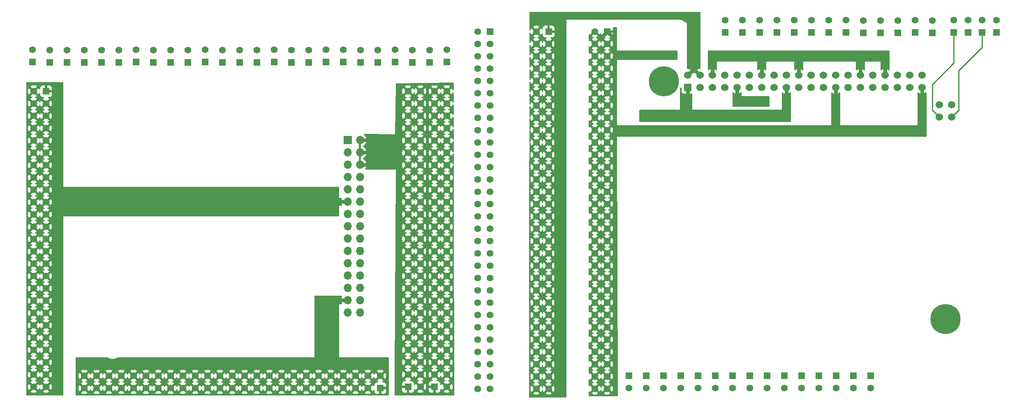
<source format=gbl>
G04 #@! TF.GenerationSoftware,KiCad,Pcbnew,7.0.7*
G04 #@! TF.CreationDate,2024-05-21T19:06:15+02:00*
G04 #@! TF.ProjectId,PCB_IOT_SysIntel,5043425f-494f-4545-9f53-7973496e7465,rev?*
G04 #@! TF.SameCoordinates,Original*
G04 #@! TF.FileFunction,Copper,L2,Bot*
G04 #@! TF.FilePolarity,Positive*
%FSLAX46Y46*%
G04 Gerber Fmt 4.6, Leading zero omitted, Abs format (unit mm)*
G04 Created by KiCad (PCBNEW 7.0.7) date 2024-05-21 19:06:15*
%MOMM*%
%LPD*%
G01*
G04 APERTURE LIST*
G04 #@! TA.AperFunction,ComponentPad*
%ADD10R,1.390000X1.390000*%
G04 #@! TD*
G04 #@! TA.AperFunction,ComponentPad*
%ADD11C,1.390000*%
G04 #@! TD*
G04 #@! TA.AperFunction,ComponentPad*
%ADD12R,1.524000X1.524000*%
G04 #@! TD*
G04 #@! TA.AperFunction,ComponentPad*
%ADD13C,1.524000*%
G04 #@! TD*
G04 #@! TA.AperFunction,ComponentPad*
%ADD14C,6.200000*%
G04 #@! TD*
G04 #@! TA.AperFunction,ComponentPad*
%ADD15R,1.700000X1.700000*%
G04 #@! TD*
G04 #@! TA.AperFunction,ComponentPad*
%ADD16O,1.700000X1.700000*%
G04 #@! TD*
G04 #@! TA.AperFunction,ViaPad*
%ADD17C,0.800000*%
G04 #@! TD*
G04 #@! TA.AperFunction,Conductor*
%ADD18C,0.250000*%
G04 #@! TD*
G04 #@! TA.AperFunction,Conductor*
%ADD19C,0.800000*%
G04 #@! TD*
G04 APERTURE END LIST*
D10*
X171831000Y-64609500D03*
D11*
X171831000Y-62069500D03*
D10*
X180467000Y-135415500D03*
D11*
X180467000Y-137955500D03*
D10*
X217678000Y-64609500D03*
D11*
X217678000Y-62069500D03*
D10*
X144907000Y-135415500D03*
D11*
X144907000Y-137955500D03*
D10*
X32766000Y-70739000D03*
D11*
X32766000Y-68199000D03*
D10*
X43434000Y-70705500D03*
D11*
X43434000Y-68165500D03*
D10*
X159131000Y-135382000D03*
D11*
X159131000Y-137922000D03*
D10*
X152019000Y-135415500D03*
D11*
X152019000Y-137955500D03*
D10*
X207391000Y-64643000D03*
D11*
X207391000Y-62103000D03*
D10*
X22098000Y-70705500D03*
D11*
X22098000Y-68165500D03*
D10*
X178943000Y-64609500D03*
D11*
X178943000Y-62069500D03*
D10*
X107442000Y-70705500D03*
D11*
X107442000Y-68165500D03*
D10*
X182499000Y-64609500D03*
D11*
X182499000Y-62069500D03*
D10*
X173355000Y-135415500D03*
D11*
X173355000Y-137955500D03*
D10*
X39878000Y-70739000D03*
D11*
X39878000Y-68199000D03*
D10*
X164719000Y-64609500D03*
D11*
X164719000Y-62069500D03*
D10*
X189611000Y-64609500D03*
D11*
X189611000Y-62069500D03*
D10*
X89662000Y-70739000D03*
D11*
X89662000Y-68199000D03*
D10*
X128397000Y-64389000D03*
D11*
X125857000Y-64389000D03*
X128397000Y-66929000D03*
X125857000Y-66929000D03*
X128397000Y-69469000D03*
X125857000Y-69469000D03*
X128397000Y-72009000D03*
X125857000Y-72009000D03*
X128397000Y-74549000D03*
X125857000Y-74549000D03*
X128397000Y-77089000D03*
X125857000Y-77089000D03*
X128397000Y-79629000D03*
X125857000Y-79629000D03*
X128397000Y-82169000D03*
X125857000Y-82169000D03*
X128397000Y-84709000D03*
X125857000Y-84709000D03*
X128397000Y-87249000D03*
X125857000Y-87249000D03*
X128397000Y-89789000D03*
X125857000Y-89789000D03*
X128397000Y-92329000D03*
X125857000Y-92329000D03*
X128397000Y-94869000D03*
X125857000Y-94869000D03*
X128397000Y-97409000D03*
X125857000Y-97409000D03*
X128397000Y-99949000D03*
X125857000Y-99949000D03*
X128397000Y-102489000D03*
X125857000Y-102489000D03*
X128397000Y-105029000D03*
X125857000Y-105029000D03*
X128397000Y-107569000D03*
X125857000Y-107569000D03*
X128397000Y-110109000D03*
X125857000Y-110109000D03*
X128397000Y-112649000D03*
X125857000Y-112649000D03*
X128397000Y-115189000D03*
X125857000Y-115189000D03*
X128397000Y-117729000D03*
X125857000Y-117729000D03*
X128397000Y-120269000D03*
X125857000Y-120269000D03*
X128397000Y-122809000D03*
X125857000Y-122809000D03*
X128397000Y-125349000D03*
X125857000Y-125349000D03*
X128397000Y-127889000D03*
X125857000Y-127889000D03*
X128397000Y-130429000D03*
X125857000Y-130429000D03*
X128397000Y-132969000D03*
X125857000Y-132969000D03*
X128397000Y-135509000D03*
X125857000Y-135509000D03*
X128397000Y-138049000D03*
X125857000Y-138049000D03*
D10*
X191135000Y-135382000D03*
D11*
X191135000Y-137922000D03*
D10*
X50546000Y-70739000D03*
D11*
X50546000Y-68199000D03*
D10*
X166243000Y-135415500D03*
D11*
X166243000Y-137955500D03*
D10*
X93726000Y-137922000D03*
D11*
X93726000Y-135382000D03*
X91186000Y-137922000D03*
X91186000Y-135382000D03*
X88646000Y-137922000D03*
X88646000Y-135382000D03*
X86106000Y-137922000D03*
X86106000Y-135382000D03*
X83566000Y-137922000D03*
X83566000Y-135382000D03*
X81026000Y-137922000D03*
X81026000Y-135382000D03*
X78486000Y-137922000D03*
X78486000Y-135382000D03*
X75946000Y-137922000D03*
X75946000Y-135382000D03*
X73406000Y-137922000D03*
X73406000Y-135382000D03*
X70866000Y-137922000D03*
X70866000Y-135382000D03*
X68326000Y-137922000D03*
X68326000Y-135382000D03*
X65786000Y-137922000D03*
X65786000Y-135382000D03*
X63246000Y-137922000D03*
X63246000Y-135382000D03*
X60706000Y-137922000D03*
X60706000Y-135382000D03*
X58166000Y-137922000D03*
X58166000Y-135382000D03*
X55626000Y-137922000D03*
X55626000Y-135382000D03*
X53086000Y-137922000D03*
X53086000Y-135382000D03*
X50546000Y-137922000D03*
X50546000Y-135382000D03*
X48006000Y-137922000D03*
X48006000Y-135382000D03*
X45466000Y-137922000D03*
X45466000Y-135382000D03*
X42926000Y-137922000D03*
X42926000Y-135382000D03*
X40386000Y-137922000D03*
X40386000Y-135382000D03*
X37846000Y-137922000D03*
X37846000Y-135382000D03*
X35306000Y-137922000D03*
X35306000Y-135382000D03*
X32766000Y-137922000D03*
X32766000Y-135382000D03*
D10*
X24892000Y-76708000D03*
D11*
X22352000Y-76708000D03*
X24892000Y-79248000D03*
X22352000Y-79248000D03*
X24892000Y-81788000D03*
X22352000Y-81788000D03*
X24892000Y-84328000D03*
X22352000Y-84328000D03*
X24892000Y-86868000D03*
X22352000Y-86868000D03*
X24892000Y-89408000D03*
X22352000Y-89408000D03*
X24892000Y-91948000D03*
X22352000Y-91948000D03*
X24892000Y-94488000D03*
X22352000Y-94488000D03*
X24892000Y-97028000D03*
X22352000Y-97028000D03*
X24892000Y-99568000D03*
X22352000Y-99568000D03*
X24892000Y-102108000D03*
X22352000Y-102108000D03*
X24892000Y-104648000D03*
X22352000Y-104648000D03*
X24892000Y-107188000D03*
X22352000Y-107188000D03*
X24892000Y-109728000D03*
X22352000Y-109728000D03*
X24892000Y-112268000D03*
X22352000Y-112268000D03*
X24892000Y-114808000D03*
X22352000Y-114808000D03*
X24892000Y-117348000D03*
X22352000Y-117348000D03*
X24892000Y-119888000D03*
X22352000Y-119888000D03*
X24892000Y-122428000D03*
X22352000Y-122428000D03*
X24892000Y-124968000D03*
X22352000Y-124968000D03*
X24892000Y-127508000D03*
X22352000Y-127508000D03*
X24892000Y-130048000D03*
X22352000Y-130048000D03*
X24892000Y-132588000D03*
X22352000Y-132588000D03*
X24892000Y-135128000D03*
X22352000Y-135128000D03*
X24892000Y-137668000D03*
X22352000Y-137668000D03*
D10*
X162687000Y-135415500D03*
D11*
X162687000Y-137955500D03*
D10*
X155575000Y-135415500D03*
D11*
X155575000Y-137955500D03*
D10*
X200279000Y-64643000D03*
D11*
X200279000Y-62103000D03*
D10*
X57658000Y-70705500D03*
D11*
X57658000Y-68165500D03*
D10*
X196723000Y-64643000D03*
D11*
X196723000Y-62103000D03*
D10*
X78994000Y-70739000D03*
D11*
X78994000Y-68199000D03*
D10*
X29210000Y-70739000D03*
D11*
X29210000Y-68199000D03*
D10*
X36322000Y-70739000D03*
D11*
X36322000Y-68199000D03*
D10*
X168275000Y-64609500D03*
D11*
X168275000Y-62069500D03*
D12*
X157016000Y-75946000D03*
D13*
X157016000Y-73406000D03*
X159556000Y-75946000D03*
X159556000Y-73406000D03*
X162096000Y-75946000D03*
X162096000Y-73406000D03*
X164636000Y-75946000D03*
X164636000Y-73406000D03*
X167176000Y-75946000D03*
X167176000Y-73406000D03*
X169716000Y-75946000D03*
X169716000Y-73406000D03*
X172256000Y-75946000D03*
X172256000Y-73406000D03*
X174796000Y-75946000D03*
X174796000Y-73406000D03*
X177336000Y-75946000D03*
X177336000Y-73406000D03*
X179876000Y-75946000D03*
X179876000Y-73406000D03*
X182416000Y-75946000D03*
X182416000Y-73406000D03*
X184956000Y-75946000D03*
X184956000Y-73406000D03*
X187496000Y-75946000D03*
X187496000Y-73406000D03*
X190036000Y-75946000D03*
X190036000Y-73406000D03*
X192576000Y-75946000D03*
X192576000Y-73406000D03*
X195116000Y-75946000D03*
X195116000Y-73406000D03*
X197656000Y-75946000D03*
X197656000Y-73406000D03*
X200196000Y-75946000D03*
X200196000Y-73406000D03*
X202736000Y-75946000D03*
X202736000Y-73406000D03*
X205276000Y-75946000D03*
X205276000Y-73406000D03*
X211376000Y-82069000D03*
X211376000Y-79529000D03*
X208836000Y-82069000D03*
X208836000Y-79529000D03*
D14*
X152146000Y-74676000D03*
X210146000Y-123676000D03*
D10*
X186055000Y-64609500D03*
D11*
X186055000Y-62069500D03*
D10*
X175387000Y-64609500D03*
D11*
X175387000Y-62069500D03*
D10*
X71882000Y-70705500D03*
D11*
X71882000Y-68165500D03*
D10*
X203835000Y-64609500D03*
D11*
X203835000Y-62069500D03*
D10*
X214757000Y-64609500D03*
D11*
X214757000Y-62069500D03*
D10*
X54102000Y-70739000D03*
D11*
X54102000Y-68199000D03*
D10*
X25654000Y-70739000D03*
D11*
X25654000Y-68199000D03*
D10*
X103886000Y-70739000D03*
D11*
X103886000Y-68199000D03*
D10*
X211836000Y-64609500D03*
D11*
X211836000Y-62069500D03*
D10*
X116332000Y-64389000D03*
D11*
X113792000Y-64389000D03*
X116332000Y-66929000D03*
X113792000Y-66929000D03*
X116332000Y-69469000D03*
X113792000Y-69469000D03*
X116332000Y-72009000D03*
X113792000Y-72009000D03*
X116332000Y-74549000D03*
X113792000Y-74549000D03*
X116332000Y-77089000D03*
X113792000Y-77089000D03*
X116332000Y-79629000D03*
X113792000Y-79629000D03*
X116332000Y-82169000D03*
X113792000Y-82169000D03*
X116332000Y-84709000D03*
X113792000Y-84709000D03*
X116332000Y-87249000D03*
X113792000Y-87249000D03*
X116332000Y-89789000D03*
X113792000Y-89789000D03*
X116332000Y-92329000D03*
X113792000Y-92329000D03*
X116332000Y-94869000D03*
X113792000Y-94869000D03*
X116332000Y-97409000D03*
X113792000Y-97409000D03*
X116332000Y-99949000D03*
X113792000Y-99949000D03*
X116332000Y-102489000D03*
X113792000Y-102489000D03*
X116332000Y-105029000D03*
X113792000Y-105029000D03*
X116332000Y-107569000D03*
X113792000Y-107569000D03*
X116332000Y-110109000D03*
X113792000Y-110109000D03*
X116332000Y-112649000D03*
X113792000Y-112649000D03*
X116332000Y-115189000D03*
X113792000Y-115189000D03*
X116332000Y-117729000D03*
X113792000Y-117729000D03*
X116332000Y-120269000D03*
X113792000Y-120269000D03*
X116332000Y-122809000D03*
X113792000Y-122809000D03*
X116332000Y-125349000D03*
X113792000Y-125349000D03*
X116332000Y-127889000D03*
X113792000Y-127889000D03*
X116332000Y-130429000D03*
X113792000Y-130429000D03*
X116332000Y-132969000D03*
X113792000Y-132969000D03*
X116332000Y-135509000D03*
X113792000Y-135509000D03*
X116332000Y-138049000D03*
X113792000Y-138049000D03*
D10*
X86106000Y-70705500D03*
D11*
X86106000Y-68165500D03*
D10*
X176911000Y-135415500D03*
D11*
X176911000Y-137955500D03*
D10*
X194691000Y-135415500D03*
D11*
X194691000Y-137955500D03*
D10*
X96774000Y-70705500D03*
D11*
X96774000Y-68165500D03*
D10*
X99441000Y-137668000D03*
D11*
X101981000Y-137668000D03*
X99441000Y-135128000D03*
X101981000Y-135128000D03*
X99441000Y-132588000D03*
X101981000Y-132588000D03*
X99441000Y-130048000D03*
X101981000Y-130048000D03*
X99441000Y-127508000D03*
X101981000Y-127508000D03*
X99441000Y-124968000D03*
X101981000Y-124968000D03*
X99441000Y-122428000D03*
X101981000Y-122428000D03*
X99441000Y-119888000D03*
X101981000Y-119888000D03*
X99441000Y-117348000D03*
X101981000Y-117348000D03*
X99441000Y-114808000D03*
X101981000Y-114808000D03*
X99441000Y-112268000D03*
X101981000Y-112268000D03*
X99441000Y-109728000D03*
X101981000Y-109728000D03*
X99441000Y-107188000D03*
X101981000Y-107188000D03*
X99441000Y-104648000D03*
X101981000Y-104648000D03*
X99441000Y-102108000D03*
X101981000Y-102108000D03*
X99441000Y-99568000D03*
X101981000Y-99568000D03*
X99441000Y-97028000D03*
X101981000Y-97028000D03*
X99441000Y-94488000D03*
X101981000Y-94488000D03*
X99441000Y-91948000D03*
X101981000Y-91948000D03*
X99441000Y-89408000D03*
X101981000Y-89408000D03*
X99441000Y-86868000D03*
X101981000Y-86868000D03*
X99441000Y-84328000D03*
X101981000Y-84328000D03*
X99441000Y-81788000D03*
X101981000Y-81788000D03*
X99441000Y-79248000D03*
X101981000Y-79248000D03*
X99441000Y-76708000D03*
X101981000Y-76708000D03*
D10*
X140462000Y-64389000D03*
D11*
X137922000Y-64389000D03*
X140462000Y-66929000D03*
X137922000Y-66929000D03*
X140462000Y-69469000D03*
X137922000Y-69469000D03*
X140462000Y-72009000D03*
X137922000Y-72009000D03*
X140462000Y-74549000D03*
X137922000Y-74549000D03*
X140462000Y-77089000D03*
X137922000Y-77089000D03*
X140462000Y-79629000D03*
X137922000Y-79629000D03*
X140462000Y-82169000D03*
X137922000Y-82169000D03*
X140462000Y-84709000D03*
X137922000Y-84709000D03*
X140462000Y-87249000D03*
X137922000Y-87249000D03*
X140462000Y-89789000D03*
X137922000Y-89789000D03*
X140462000Y-92329000D03*
X137922000Y-92329000D03*
X140462000Y-94869000D03*
X137922000Y-94869000D03*
X140462000Y-97409000D03*
X137922000Y-97409000D03*
X140462000Y-99949000D03*
X137922000Y-99949000D03*
X140462000Y-102489000D03*
X137922000Y-102489000D03*
X140462000Y-105029000D03*
X137922000Y-105029000D03*
X140462000Y-107569000D03*
X137922000Y-107569000D03*
X140462000Y-110109000D03*
X137922000Y-110109000D03*
X140462000Y-112649000D03*
X137922000Y-112649000D03*
X140462000Y-115189000D03*
X137922000Y-115189000D03*
X140462000Y-117729000D03*
X137922000Y-117729000D03*
X140462000Y-120269000D03*
X137922000Y-120269000D03*
X140462000Y-122809000D03*
X137922000Y-122809000D03*
X140462000Y-125349000D03*
X137922000Y-125349000D03*
X140462000Y-127889000D03*
X137922000Y-127889000D03*
X140462000Y-130429000D03*
X137922000Y-130429000D03*
X140462000Y-132969000D03*
X137922000Y-132969000D03*
X140462000Y-135509000D03*
X137922000Y-135509000D03*
X140462000Y-138049000D03*
X137922000Y-138049000D03*
D10*
X184023000Y-135415500D03*
D11*
X184023000Y-137955500D03*
D10*
X68326000Y-70739000D03*
D11*
X68326000Y-68199000D03*
D10*
X220599000Y-64609500D03*
D11*
X220599000Y-62069500D03*
D10*
X75438000Y-70739000D03*
D11*
X75438000Y-68199000D03*
D10*
X82550000Y-70705500D03*
D11*
X82550000Y-68165500D03*
D10*
X104902000Y-137668000D03*
D11*
X107442000Y-137668000D03*
X104902000Y-135128000D03*
X107442000Y-135128000D03*
X104902000Y-132588000D03*
X107442000Y-132588000D03*
X104902000Y-130048000D03*
X107442000Y-130048000D03*
X104902000Y-127508000D03*
X107442000Y-127508000D03*
X104902000Y-124968000D03*
X107442000Y-124968000D03*
X104902000Y-122428000D03*
X107442000Y-122428000D03*
X104902000Y-119888000D03*
X107442000Y-119888000D03*
X104902000Y-117348000D03*
X107442000Y-117348000D03*
X104902000Y-114808000D03*
X107442000Y-114808000D03*
X104902000Y-112268000D03*
X107442000Y-112268000D03*
X104902000Y-109728000D03*
X107442000Y-109728000D03*
X104902000Y-107188000D03*
X107442000Y-107188000D03*
X104902000Y-104648000D03*
X107442000Y-104648000D03*
X104902000Y-102108000D03*
X107442000Y-102108000D03*
X104902000Y-99568000D03*
X107442000Y-99568000D03*
X104902000Y-97028000D03*
X107442000Y-97028000D03*
X104902000Y-94488000D03*
X107442000Y-94488000D03*
X104902000Y-91948000D03*
X107442000Y-91948000D03*
X104902000Y-89408000D03*
X107442000Y-89408000D03*
X104902000Y-86868000D03*
X107442000Y-86868000D03*
X104902000Y-84328000D03*
X107442000Y-84328000D03*
X104902000Y-81788000D03*
X107442000Y-81788000D03*
X104902000Y-79248000D03*
X107442000Y-79248000D03*
X104902000Y-76708000D03*
X107442000Y-76708000D03*
D10*
X93218000Y-70739000D03*
D11*
X93218000Y-68199000D03*
D10*
X148463000Y-135415500D03*
D11*
X148463000Y-137955500D03*
D10*
X193167000Y-64643000D03*
D11*
X193167000Y-62103000D03*
D10*
X100330000Y-70739000D03*
D11*
X100330000Y-68199000D03*
D15*
X86995000Y-86791000D03*
D16*
X89535000Y-86791000D03*
X86995000Y-89331000D03*
X89535000Y-89331000D03*
X86995000Y-91871000D03*
X89535000Y-91871000D03*
X86995000Y-94411000D03*
X89535000Y-94411000D03*
X86995000Y-96951000D03*
X89535000Y-96951000D03*
X86995000Y-99491000D03*
X89535000Y-99491000D03*
X86995000Y-102031000D03*
X89535000Y-102031000D03*
X86995000Y-104571000D03*
X89535000Y-104571000D03*
X86995000Y-107111000D03*
X89535000Y-107111000D03*
X86995000Y-109651000D03*
X89535000Y-109651000D03*
X86995000Y-112191000D03*
X89535000Y-112191000D03*
X86995000Y-114731000D03*
X89535000Y-114731000D03*
X86995000Y-117271000D03*
X89535000Y-117271000D03*
X86995000Y-119811000D03*
X89535000Y-119811000D03*
X86995000Y-122351000D03*
X89535000Y-122351000D03*
D10*
X64770000Y-70739000D03*
D11*
X64770000Y-68199000D03*
D10*
X46990000Y-70739000D03*
D11*
X46990000Y-68199000D03*
D10*
X187579000Y-135382000D03*
D11*
X187579000Y-137922000D03*
D10*
X169799000Y-135382000D03*
D11*
X169799000Y-137922000D03*
D10*
X61214000Y-70739000D03*
D11*
X61214000Y-68199000D03*
D17*
X173355000Y-84201000D03*
X172212000Y-85598000D03*
X154305000Y-69723000D03*
X173355000Y-79375000D03*
X161671000Y-68834000D03*
X162560000Y-68834000D03*
X161671000Y-69723000D03*
X172212000Y-78232000D03*
X154305000Y-68834000D03*
X162560000Y-69723000D03*
X172212000Y-84201000D03*
X172212000Y-79375000D03*
X173355000Y-85598000D03*
X173355000Y-78232000D03*
X153416000Y-68834000D03*
X153416000Y-69723000D03*
X147574000Y-82550000D03*
X148844000Y-82550000D03*
X148844000Y-81026000D03*
X147574000Y-81026000D03*
D18*
X212852000Y-80593000D02*
X212852000Y-72453500D01*
X217678000Y-67627500D02*
X217678000Y-64609500D01*
X211376000Y-82069000D02*
X212852000Y-80593000D01*
X212852000Y-72453500D02*
X217678000Y-67627500D01*
X211836000Y-70866000D02*
X211836000Y-64609500D01*
X208836000Y-82069000D02*
X207391000Y-80624000D01*
X207391000Y-80624000D02*
X207391000Y-75311000D01*
X207391000Y-75311000D02*
X211836000Y-70866000D01*
D19*
X89535000Y-89331000D02*
X91136000Y-89331000D01*
X89535000Y-86791000D02*
X91136000Y-86791000D01*
X89535000Y-91871000D02*
X91136000Y-91871000D01*
X86995000Y-99491000D02*
X85267000Y-99491000D01*
X86995000Y-119811000D02*
X85267000Y-119811000D01*
X205276000Y-75946000D02*
X205276000Y-77641000D01*
X179876000Y-73406000D02*
X179876000Y-71545000D01*
X162096000Y-73406000D02*
X162096000Y-71584000D01*
X172256000Y-73406000D02*
X172256000Y-71672000D01*
X187496000Y-75946000D02*
X187496000Y-77387000D01*
X192576000Y-73406000D02*
X192576000Y-71545000D01*
X140462000Y-64389000D02*
X139065000Y-65786000D01*
X140462000Y-64389000D02*
X141859000Y-65786000D01*
X197656000Y-73406000D02*
X197656000Y-71882000D01*
X167176000Y-75946000D02*
X167176000Y-77514000D01*
X159556000Y-73406000D02*
X158330000Y-72180000D01*
X158330000Y-72180000D02*
X158242000Y-72180000D01*
X157016000Y-73406000D02*
X158242000Y-72180000D01*
X177336000Y-75946000D02*
X177336000Y-77514000D01*
X157016000Y-75946000D02*
X157016000Y-77299000D01*
G04 #@! TA.AperFunction,Conductor*
G36*
X178246849Y-76937325D02*
G01*
X178294663Y-76988272D01*
X178308000Y-77044217D01*
X178308000Y-82934000D01*
X178288315Y-83001039D01*
X178235511Y-83046794D01*
X178184000Y-83058000D01*
X147190000Y-83058000D01*
X147122961Y-83038315D01*
X147077206Y-82985511D01*
X147066000Y-82934000D01*
X147066000Y-80642000D01*
X147085685Y-80574961D01*
X147138489Y-80529206D01*
X147190000Y-80518000D01*
X155448000Y-80518000D01*
X155448000Y-80772000D01*
X157988000Y-80772000D01*
X157988000Y-80518000D01*
X176403000Y-80518000D01*
X176403000Y-77071525D01*
X176422685Y-77004486D01*
X176475489Y-76958731D01*
X176544647Y-76948787D01*
X176598124Y-76969951D01*
X176702582Y-77043095D01*
X176702592Y-77043100D01*
X176902715Y-77136419D01*
X176902729Y-77136424D01*
X177116013Y-77193573D01*
X177116023Y-77193575D01*
X177335999Y-77212821D01*
X177336001Y-77212821D01*
X177555976Y-77193575D01*
X177555986Y-77193573D01*
X177769270Y-77136424D01*
X177769284Y-77136419D01*
X177969407Y-77043100D01*
X177969417Y-77043094D01*
X178112876Y-76942643D01*
X178179082Y-76920315D01*
X178246849Y-76937325D01*
G37*
G04 #@! TD.AperFunction*
G04 #@! TA.AperFunction,Conductor*
G36*
X186774709Y-76981685D02*
G01*
X186778793Y-76984425D01*
X186862584Y-77043096D01*
X186862592Y-77043100D01*
X187062715Y-77136419D01*
X187062729Y-77136424D01*
X187276013Y-77193573D01*
X187276023Y-77193575D01*
X187495999Y-77212821D01*
X187496001Y-77212821D01*
X187715976Y-77193575D01*
X187715986Y-77193573D01*
X187929270Y-77136424D01*
X187929284Y-77136419D01*
X188129407Y-77043100D01*
X188129415Y-77043096D01*
X188213207Y-76984425D01*
X188279413Y-76962098D01*
X188284330Y-76962000D01*
X188344000Y-76962000D01*
X188411039Y-76981685D01*
X188456794Y-77034489D01*
X188468000Y-77086000D01*
X188468000Y-83820000D01*
X186563000Y-83820000D01*
X186563000Y-77086000D01*
X186582685Y-77018961D01*
X186635489Y-76973206D01*
X186687000Y-76962000D01*
X186707670Y-76962000D01*
X186774709Y-76981685D01*
G37*
G04 #@! TD.AperFunction*
G04 #@! TA.AperFunction,Conductor*
G36*
X142437246Y-63519685D02*
G01*
X142483001Y-63572489D01*
X142494206Y-63623791D01*
X142505237Y-70231000D01*
X142527711Y-83693000D01*
X142527712Y-83693000D01*
X142531740Y-86106000D01*
X142620249Y-139123302D01*
X142620793Y-139448793D01*
X142601220Y-139515865D01*
X142548493Y-139561708D01*
X142496793Y-139573000D01*
X141732000Y-139573000D01*
X136776000Y-139573000D01*
X136708961Y-139553315D01*
X136663206Y-139500511D01*
X136652000Y-139449000D01*
X136652000Y-138706656D01*
X136671685Y-138639617D01*
X136724489Y-138593862D01*
X136793647Y-138583918D01*
X136857203Y-138612943D01*
X136887000Y-138651384D01*
X136901639Y-138680784D01*
X136916707Y-138700737D01*
X136916708Y-138700737D01*
X137295737Y-138321707D01*
X137357060Y-138288222D01*
X137426751Y-138293206D01*
X137482685Y-138335077D01*
X137492546Y-138350794D01*
X137493180Y-138351693D01*
X137590746Y-138456159D01*
X137590749Y-138456162D01*
X137628532Y-138479138D01*
X137675584Y-138530790D01*
X137687241Y-138599680D01*
X137659803Y-138663937D01*
X137651784Y-138672767D01*
X137272304Y-139052247D01*
X137387063Y-139123302D01*
X137593574Y-139203305D01*
X137811269Y-139244000D01*
X138032731Y-139244000D01*
X138250425Y-139203305D01*
X138456938Y-139123302D01*
X138456939Y-139123301D01*
X138571694Y-139052247D01*
X138193840Y-138674394D01*
X138160355Y-138613071D01*
X138165339Y-138543380D01*
X138203265Y-138490525D01*
X138305608Y-138407265D01*
X138356528Y-138335126D01*
X138411265Y-138291713D01*
X138480790Y-138284782D01*
X138543025Y-138316540D01*
X138545510Y-138318957D01*
X138927290Y-138700736D01*
X138942361Y-138680779D01*
X138942362Y-138680778D01*
X139041076Y-138482536D01*
X139072733Y-138371275D01*
X139110013Y-138312182D01*
X139173322Y-138282624D01*
X139242562Y-138291986D01*
X139295748Y-138337295D01*
X139311267Y-138371275D01*
X139342923Y-138482536D01*
X139441639Y-138680784D01*
X139456707Y-138700737D01*
X139456708Y-138700737D01*
X139835737Y-138321707D01*
X139897060Y-138288222D01*
X139966751Y-138293206D01*
X140022685Y-138335077D01*
X140032546Y-138350794D01*
X140033180Y-138351693D01*
X140130746Y-138456159D01*
X140130749Y-138456162D01*
X140168532Y-138479138D01*
X140215584Y-138530790D01*
X140227241Y-138599680D01*
X140199803Y-138663937D01*
X140191784Y-138672767D01*
X139812304Y-139052247D01*
X139927063Y-139123302D01*
X140133574Y-139203305D01*
X140351269Y-139244000D01*
X140572731Y-139244000D01*
X140790425Y-139203305D01*
X140996938Y-139123302D01*
X140996939Y-139123301D01*
X141111694Y-139052247D01*
X140733840Y-138674394D01*
X140700355Y-138613071D01*
X140705339Y-138543380D01*
X140743265Y-138490525D01*
X140845608Y-138407265D01*
X140896528Y-138335126D01*
X140951265Y-138291713D01*
X141020790Y-138284782D01*
X141083025Y-138316540D01*
X141085510Y-138318957D01*
X141467290Y-138700736D01*
X141482361Y-138680779D01*
X141482362Y-138680778D01*
X141581076Y-138482536D01*
X141641685Y-138269516D01*
X141662119Y-138049000D01*
X141662119Y-138048999D01*
X141641685Y-137828483D01*
X141581076Y-137615463D01*
X141482365Y-137417224D01*
X141482360Y-137417216D01*
X141467290Y-137397261D01*
X141088261Y-137776290D01*
X141026938Y-137809775D01*
X140957246Y-137804791D01*
X140901313Y-137762919D01*
X140891459Y-137747213D01*
X140890819Y-137746306D01*
X140793252Y-137641838D01*
X140755465Y-137618859D01*
X140708414Y-137567207D01*
X140696757Y-137498316D01*
X140724196Y-137434060D01*
X140732214Y-137425231D01*
X141111694Y-137045751D01*
X141111693Y-137045750D01*
X140996942Y-136974699D01*
X140996933Y-136974695D01*
X140790250Y-136894627D01*
X140734848Y-136852054D01*
X140711257Y-136786288D01*
X140726968Y-136718207D01*
X140776992Y-136669428D01*
X140790250Y-136663373D01*
X140996935Y-136583303D01*
X140996939Y-136583301D01*
X141111694Y-136512247D01*
X140733840Y-136134394D01*
X140700355Y-136073071D01*
X140705339Y-136003380D01*
X140743265Y-135950525D01*
X140845608Y-135867265D01*
X140896528Y-135795126D01*
X140951265Y-135751713D01*
X141020790Y-135744782D01*
X141083025Y-135776540D01*
X141085510Y-135778957D01*
X141467290Y-136160736D01*
X141482361Y-136140779D01*
X141482362Y-136140778D01*
X141581076Y-135942536D01*
X141641685Y-135729516D01*
X141662119Y-135509000D01*
X141662119Y-135508999D01*
X141641685Y-135288483D01*
X141581076Y-135075463D01*
X141482365Y-134877224D01*
X141482360Y-134877216D01*
X141467290Y-134857261D01*
X141088261Y-135236290D01*
X141026938Y-135269775D01*
X140957246Y-135264791D01*
X140901313Y-135222919D01*
X140891459Y-135207213D01*
X140890819Y-135206306D01*
X140793252Y-135101838D01*
X140755465Y-135078859D01*
X140708414Y-135027207D01*
X140696757Y-134958316D01*
X140724196Y-134894060D01*
X140732214Y-134885231D01*
X141111694Y-134505751D01*
X141111693Y-134505750D01*
X140996942Y-134434699D01*
X140996936Y-134434696D01*
X140790249Y-134354626D01*
X140734848Y-134312053D01*
X140711257Y-134246286D01*
X140726968Y-134178206D01*
X140776992Y-134129427D01*
X140790250Y-134123372D01*
X140996935Y-134043303D01*
X140996939Y-134043301D01*
X141111694Y-133972247D01*
X140733840Y-133594394D01*
X140700355Y-133533071D01*
X140705339Y-133463380D01*
X140743265Y-133410525D01*
X140845608Y-133327265D01*
X140896528Y-133255126D01*
X140951265Y-133211713D01*
X141020790Y-133204782D01*
X141083025Y-133236540D01*
X141085510Y-133238957D01*
X141467290Y-133620736D01*
X141482361Y-133600779D01*
X141482362Y-133600778D01*
X141581076Y-133402536D01*
X141641685Y-133189516D01*
X141662119Y-132969000D01*
X141662119Y-132968999D01*
X141641685Y-132748483D01*
X141581076Y-132535463D01*
X141482365Y-132337224D01*
X141482360Y-132337216D01*
X141467290Y-132317261D01*
X141088261Y-132696290D01*
X141026938Y-132729775D01*
X140957246Y-132724791D01*
X140901313Y-132682919D01*
X140891459Y-132667213D01*
X140890819Y-132666306D01*
X140793252Y-132561838D01*
X140755465Y-132538859D01*
X140708414Y-132487207D01*
X140696757Y-132418316D01*
X140724196Y-132354060D01*
X140732214Y-132345231D01*
X141111694Y-131965751D01*
X141111693Y-131965750D01*
X140996942Y-131894699D01*
X140996933Y-131894695D01*
X140790250Y-131814627D01*
X140734848Y-131772054D01*
X140711257Y-131706288D01*
X140726968Y-131638207D01*
X140776992Y-131589428D01*
X140790250Y-131583373D01*
X140996935Y-131503303D01*
X140996939Y-131503301D01*
X141111694Y-131432247D01*
X140733840Y-131054394D01*
X140700355Y-130993071D01*
X140705339Y-130923380D01*
X140743265Y-130870525D01*
X140845608Y-130787265D01*
X140896528Y-130715126D01*
X140951265Y-130671713D01*
X141020790Y-130664782D01*
X141083025Y-130696540D01*
X141085510Y-130698957D01*
X141467290Y-131080736D01*
X141482361Y-131060779D01*
X141482362Y-131060778D01*
X141581076Y-130862536D01*
X141641685Y-130649516D01*
X141662119Y-130429000D01*
X141662119Y-130428999D01*
X141641685Y-130208483D01*
X141581076Y-129995463D01*
X141482365Y-129797224D01*
X141482360Y-129797216D01*
X141467290Y-129777261D01*
X141088261Y-130156290D01*
X141026938Y-130189775D01*
X140957246Y-130184791D01*
X140901313Y-130142919D01*
X140891459Y-130127213D01*
X140890819Y-130126306D01*
X140793252Y-130021838D01*
X140755465Y-129998859D01*
X140708414Y-129947207D01*
X140696757Y-129878316D01*
X140724196Y-129814060D01*
X140732214Y-129805231D01*
X141111694Y-129425751D01*
X141111693Y-129425750D01*
X140996942Y-129354699D01*
X140996936Y-129354696D01*
X140790249Y-129274626D01*
X140734848Y-129232053D01*
X140711257Y-129166286D01*
X140726968Y-129098206D01*
X140776992Y-129049427D01*
X140790250Y-129043372D01*
X140996935Y-128963303D01*
X140996939Y-128963301D01*
X141111694Y-128892247D01*
X140733840Y-128514394D01*
X140700355Y-128453071D01*
X140705339Y-128383380D01*
X140743265Y-128330525D01*
X140845608Y-128247265D01*
X140896528Y-128175126D01*
X140951265Y-128131713D01*
X141020790Y-128124782D01*
X141083025Y-128156540D01*
X141085510Y-128158957D01*
X141467290Y-128540736D01*
X141482361Y-128520779D01*
X141482362Y-128520778D01*
X141581076Y-128322536D01*
X141641685Y-128109516D01*
X141662119Y-127889000D01*
X141662119Y-127888999D01*
X141641685Y-127668483D01*
X141581076Y-127455463D01*
X141482365Y-127257224D01*
X141482360Y-127257216D01*
X141467290Y-127237261D01*
X141088261Y-127616290D01*
X141026938Y-127649775D01*
X140957246Y-127644791D01*
X140901313Y-127602919D01*
X140891459Y-127587213D01*
X140890819Y-127586306D01*
X140793252Y-127481838D01*
X140755465Y-127458859D01*
X140708414Y-127407207D01*
X140696757Y-127338316D01*
X140724196Y-127274060D01*
X140732214Y-127265231D01*
X141111694Y-126885751D01*
X141111693Y-126885750D01*
X140996942Y-126814699D01*
X140996933Y-126814695D01*
X140790250Y-126734627D01*
X140734848Y-126692054D01*
X140711257Y-126626288D01*
X140726968Y-126558207D01*
X140776992Y-126509428D01*
X140790250Y-126503373D01*
X140996935Y-126423303D01*
X140996939Y-126423301D01*
X141111694Y-126352247D01*
X140733840Y-125974394D01*
X140700355Y-125913071D01*
X140705339Y-125843380D01*
X140743265Y-125790525D01*
X140845608Y-125707265D01*
X140896528Y-125635126D01*
X140951265Y-125591713D01*
X141020790Y-125584782D01*
X141083025Y-125616540D01*
X141085510Y-125618957D01*
X141467290Y-126000736D01*
X141482361Y-125980779D01*
X141482362Y-125980778D01*
X141581076Y-125782536D01*
X141641685Y-125569516D01*
X141662119Y-125349000D01*
X141662119Y-125348999D01*
X141641685Y-125128483D01*
X141581076Y-124915463D01*
X141482365Y-124717224D01*
X141482360Y-124717216D01*
X141467290Y-124697261D01*
X141088261Y-125076290D01*
X141026938Y-125109775D01*
X140957246Y-125104791D01*
X140901313Y-125062919D01*
X140891459Y-125047213D01*
X140890819Y-125046306D01*
X140793252Y-124941838D01*
X140755465Y-124918859D01*
X140708414Y-124867207D01*
X140696757Y-124798316D01*
X140724196Y-124734060D01*
X140732214Y-124725231D01*
X141111694Y-124345751D01*
X141111693Y-124345750D01*
X140996942Y-124274699D01*
X140996933Y-124274695D01*
X140790250Y-124194627D01*
X140734848Y-124152054D01*
X140711257Y-124086288D01*
X140726968Y-124018207D01*
X140776992Y-123969428D01*
X140790250Y-123963373D01*
X140996935Y-123883303D01*
X140996939Y-123883301D01*
X141111694Y-123812247D01*
X140733840Y-123434394D01*
X140700355Y-123373071D01*
X140705339Y-123303380D01*
X140743265Y-123250525D01*
X140845608Y-123167265D01*
X140896528Y-123095126D01*
X140951265Y-123051713D01*
X141020790Y-123044782D01*
X141083025Y-123076540D01*
X141085510Y-123078957D01*
X141467290Y-123460736D01*
X141482361Y-123440779D01*
X141482362Y-123440778D01*
X141581076Y-123242536D01*
X141641685Y-123029516D01*
X141662119Y-122809000D01*
X141662119Y-122808999D01*
X141641685Y-122588483D01*
X141581076Y-122375463D01*
X141482365Y-122177224D01*
X141482360Y-122177216D01*
X141467290Y-122157261D01*
X141088261Y-122536290D01*
X141026938Y-122569775D01*
X140957246Y-122564791D01*
X140901313Y-122522919D01*
X140891459Y-122507213D01*
X140890819Y-122506306D01*
X140793252Y-122401838D01*
X140755465Y-122378859D01*
X140708414Y-122327207D01*
X140696757Y-122258316D01*
X140724196Y-122194060D01*
X140732214Y-122185231D01*
X141111694Y-121805751D01*
X141111693Y-121805750D01*
X140996942Y-121734699D01*
X140996933Y-121734695D01*
X140790250Y-121654627D01*
X140734848Y-121612054D01*
X140711257Y-121546288D01*
X140726968Y-121478207D01*
X140776992Y-121429428D01*
X140790250Y-121423373D01*
X140996935Y-121343303D01*
X140996939Y-121343301D01*
X141111694Y-121272247D01*
X140733840Y-120894394D01*
X140700355Y-120833071D01*
X140705339Y-120763380D01*
X140743265Y-120710525D01*
X140845608Y-120627265D01*
X140896528Y-120555126D01*
X140951265Y-120511713D01*
X141020790Y-120504782D01*
X141083025Y-120536540D01*
X141085510Y-120538957D01*
X141467290Y-120920736D01*
X141482361Y-120900779D01*
X141482362Y-120900778D01*
X141581076Y-120702536D01*
X141641685Y-120489516D01*
X141662119Y-120269000D01*
X141662119Y-120268999D01*
X141641685Y-120048483D01*
X141581076Y-119835463D01*
X141482365Y-119637224D01*
X141482360Y-119637216D01*
X141467290Y-119617261D01*
X141088261Y-119996290D01*
X141026938Y-120029775D01*
X140957246Y-120024791D01*
X140901313Y-119982919D01*
X140891459Y-119967213D01*
X140890819Y-119966306D01*
X140793252Y-119861838D01*
X140755465Y-119838859D01*
X140708414Y-119787207D01*
X140696757Y-119718316D01*
X140724196Y-119654060D01*
X140732214Y-119645231D01*
X141111694Y-119265751D01*
X141111693Y-119265750D01*
X140996942Y-119194699D01*
X140996933Y-119194695D01*
X140790250Y-119114627D01*
X140734848Y-119072054D01*
X140711257Y-119006288D01*
X140726968Y-118938207D01*
X140776992Y-118889428D01*
X140790250Y-118883373D01*
X140996935Y-118803303D01*
X140996939Y-118803301D01*
X141111694Y-118732247D01*
X140733840Y-118354394D01*
X140700355Y-118293071D01*
X140705339Y-118223380D01*
X140743265Y-118170525D01*
X140845608Y-118087265D01*
X140896528Y-118015126D01*
X140951265Y-117971713D01*
X141020790Y-117964782D01*
X141083025Y-117996540D01*
X141085510Y-117998957D01*
X141467290Y-118380736D01*
X141482361Y-118360779D01*
X141482362Y-118360778D01*
X141581076Y-118162536D01*
X141641685Y-117949516D01*
X141662119Y-117729000D01*
X141662119Y-117728999D01*
X141641685Y-117508483D01*
X141581076Y-117295463D01*
X141482365Y-117097224D01*
X141482360Y-117097216D01*
X141467290Y-117077261D01*
X141088261Y-117456290D01*
X141026938Y-117489775D01*
X140957246Y-117484791D01*
X140901313Y-117442919D01*
X140891459Y-117427213D01*
X140890819Y-117426306D01*
X140793252Y-117321838D01*
X140755465Y-117298859D01*
X140708414Y-117247207D01*
X140696757Y-117178316D01*
X140724196Y-117114060D01*
X140732214Y-117105231D01*
X141111694Y-116725751D01*
X141111693Y-116725750D01*
X140996942Y-116654699D01*
X140996933Y-116654695D01*
X140790250Y-116574627D01*
X140734848Y-116532054D01*
X140711257Y-116466288D01*
X140726968Y-116398207D01*
X140776992Y-116349428D01*
X140790250Y-116343373D01*
X140996935Y-116263303D01*
X140996939Y-116263301D01*
X141111694Y-116192247D01*
X140733840Y-115814394D01*
X140700355Y-115753071D01*
X140705339Y-115683380D01*
X140743265Y-115630525D01*
X140845608Y-115547265D01*
X140896528Y-115475126D01*
X140951265Y-115431713D01*
X141020790Y-115424782D01*
X141083025Y-115456540D01*
X141085510Y-115458957D01*
X141467290Y-115840736D01*
X141482361Y-115820779D01*
X141482362Y-115820778D01*
X141581076Y-115622536D01*
X141641685Y-115409516D01*
X141662119Y-115189000D01*
X141662119Y-115188999D01*
X141641685Y-114968483D01*
X141581076Y-114755463D01*
X141482365Y-114557224D01*
X141482360Y-114557216D01*
X141467290Y-114537261D01*
X141088261Y-114916290D01*
X141026938Y-114949775D01*
X140957246Y-114944791D01*
X140901313Y-114902919D01*
X140891459Y-114887213D01*
X140890819Y-114886306D01*
X140793252Y-114781838D01*
X140755465Y-114758859D01*
X140708414Y-114707207D01*
X140696757Y-114638316D01*
X140724196Y-114574060D01*
X140732214Y-114565231D01*
X141111694Y-114185751D01*
X141111693Y-114185750D01*
X140996942Y-114114699D01*
X140996933Y-114114695D01*
X140790250Y-114034627D01*
X140734848Y-113992054D01*
X140711257Y-113926288D01*
X140726968Y-113858207D01*
X140776992Y-113809428D01*
X140790250Y-113803373D01*
X140996935Y-113723303D01*
X140996939Y-113723301D01*
X141111694Y-113652247D01*
X140733840Y-113274394D01*
X140700355Y-113213071D01*
X140705339Y-113143380D01*
X140743265Y-113090525D01*
X140845608Y-113007265D01*
X140896528Y-112935126D01*
X140951265Y-112891713D01*
X141020790Y-112884782D01*
X141083025Y-112916540D01*
X141085510Y-112918957D01*
X141467290Y-113300736D01*
X141482361Y-113280779D01*
X141482362Y-113280778D01*
X141581076Y-113082536D01*
X141641685Y-112869516D01*
X141662119Y-112649000D01*
X141662119Y-112648999D01*
X141641685Y-112428483D01*
X141581076Y-112215463D01*
X141482365Y-112017224D01*
X141482360Y-112017216D01*
X141467290Y-111997261D01*
X141088261Y-112376290D01*
X141026938Y-112409775D01*
X140957246Y-112404791D01*
X140901313Y-112362919D01*
X140891459Y-112347213D01*
X140890819Y-112346306D01*
X140793252Y-112241838D01*
X140755465Y-112218859D01*
X140708414Y-112167207D01*
X140696757Y-112098316D01*
X140724196Y-112034060D01*
X140732214Y-112025231D01*
X141111694Y-111645751D01*
X141111693Y-111645750D01*
X140996942Y-111574699D01*
X140996933Y-111574695D01*
X140790250Y-111494627D01*
X140734848Y-111452054D01*
X140711257Y-111386288D01*
X140726968Y-111318207D01*
X140776992Y-111269428D01*
X140790250Y-111263373D01*
X140996935Y-111183303D01*
X140996939Y-111183301D01*
X141111694Y-111112247D01*
X140733840Y-110734394D01*
X140700355Y-110673071D01*
X140705339Y-110603380D01*
X140743265Y-110550525D01*
X140845608Y-110467265D01*
X140896528Y-110395126D01*
X140951265Y-110351713D01*
X141020790Y-110344782D01*
X141083025Y-110376540D01*
X141085510Y-110378957D01*
X141467290Y-110760736D01*
X141482361Y-110740779D01*
X141482362Y-110740778D01*
X141581076Y-110542536D01*
X141641685Y-110329516D01*
X141662119Y-110109000D01*
X141662119Y-110108999D01*
X141641685Y-109888483D01*
X141581076Y-109675463D01*
X141482365Y-109477224D01*
X141482360Y-109477216D01*
X141467290Y-109457261D01*
X141088261Y-109836290D01*
X141026938Y-109869775D01*
X140957246Y-109864791D01*
X140901313Y-109822919D01*
X140891459Y-109807213D01*
X140890819Y-109806306D01*
X140793252Y-109701838D01*
X140755465Y-109678859D01*
X140708414Y-109627207D01*
X140696757Y-109558316D01*
X140724196Y-109494060D01*
X140732214Y-109485231D01*
X141111694Y-109105751D01*
X141111693Y-109105750D01*
X140996942Y-109034699D01*
X140996933Y-109034695D01*
X140790250Y-108954627D01*
X140734848Y-108912054D01*
X140711257Y-108846288D01*
X140726968Y-108778207D01*
X140776992Y-108729428D01*
X140790250Y-108723373D01*
X140996935Y-108643303D01*
X140996939Y-108643301D01*
X141111694Y-108572247D01*
X140733840Y-108194394D01*
X140700355Y-108133071D01*
X140705339Y-108063380D01*
X140743265Y-108010525D01*
X140845608Y-107927265D01*
X140896528Y-107855126D01*
X140951265Y-107811713D01*
X141020790Y-107804782D01*
X141083025Y-107836540D01*
X141085510Y-107838957D01*
X141467290Y-108220736D01*
X141482361Y-108200779D01*
X141482362Y-108200778D01*
X141581076Y-108002536D01*
X141641685Y-107789516D01*
X141662119Y-107569000D01*
X141662119Y-107568999D01*
X141641685Y-107348483D01*
X141581076Y-107135463D01*
X141482365Y-106937224D01*
X141482360Y-106937216D01*
X141467290Y-106917261D01*
X141088261Y-107296290D01*
X141026938Y-107329775D01*
X140957246Y-107324791D01*
X140901313Y-107282919D01*
X140891459Y-107267213D01*
X140890819Y-107266306D01*
X140793252Y-107161838D01*
X140755465Y-107138859D01*
X140708414Y-107087207D01*
X140696757Y-107018316D01*
X140724196Y-106954060D01*
X140732214Y-106945231D01*
X141111694Y-106565751D01*
X141111693Y-106565750D01*
X140996942Y-106494699D01*
X140996933Y-106494695D01*
X140790250Y-106414627D01*
X140734848Y-106372054D01*
X140711257Y-106306288D01*
X140726968Y-106238207D01*
X140776992Y-106189428D01*
X140790250Y-106183373D01*
X140996935Y-106103303D01*
X140996939Y-106103301D01*
X141111694Y-106032247D01*
X140733840Y-105654394D01*
X140700355Y-105593071D01*
X140705339Y-105523380D01*
X140743265Y-105470525D01*
X140845608Y-105387265D01*
X140896528Y-105315126D01*
X140951265Y-105271713D01*
X141020790Y-105264782D01*
X141083025Y-105296540D01*
X141085510Y-105298957D01*
X141467290Y-105680736D01*
X141482361Y-105660779D01*
X141482362Y-105660778D01*
X141581076Y-105462536D01*
X141641685Y-105249516D01*
X141662119Y-105029000D01*
X141662119Y-105028999D01*
X141641685Y-104808483D01*
X141581076Y-104595463D01*
X141482365Y-104397224D01*
X141482360Y-104397216D01*
X141467290Y-104377261D01*
X141088261Y-104756290D01*
X141026938Y-104789775D01*
X140957246Y-104784791D01*
X140901313Y-104742919D01*
X140891459Y-104727213D01*
X140890819Y-104726306D01*
X140793252Y-104621838D01*
X140755465Y-104598859D01*
X140708414Y-104547207D01*
X140696757Y-104478316D01*
X140724196Y-104414060D01*
X140732214Y-104405231D01*
X141111694Y-104025751D01*
X141111693Y-104025750D01*
X140996942Y-103954699D01*
X140996933Y-103954695D01*
X140790250Y-103874627D01*
X140734848Y-103832054D01*
X140711257Y-103766288D01*
X140726968Y-103698207D01*
X140776992Y-103649428D01*
X140790250Y-103643373D01*
X140996935Y-103563303D01*
X140996939Y-103563301D01*
X141111694Y-103492247D01*
X140733840Y-103114394D01*
X140700355Y-103053071D01*
X140705339Y-102983380D01*
X140743265Y-102930525D01*
X140845608Y-102847265D01*
X140896528Y-102775126D01*
X140951265Y-102731713D01*
X141020790Y-102724782D01*
X141083025Y-102756540D01*
X141085510Y-102758957D01*
X141467290Y-103140736D01*
X141482361Y-103120779D01*
X141482362Y-103120778D01*
X141581076Y-102922536D01*
X141641685Y-102709516D01*
X141662119Y-102489000D01*
X141662119Y-102488999D01*
X141641685Y-102268483D01*
X141581076Y-102055463D01*
X141482365Y-101857224D01*
X141482360Y-101857216D01*
X141467290Y-101837261D01*
X141088261Y-102216290D01*
X141026938Y-102249775D01*
X140957246Y-102244791D01*
X140901313Y-102202919D01*
X140891459Y-102187213D01*
X140890819Y-102186306D01*
X140793252Y-102081838D01*
X140755465Y-102058859D01*
X140708414Y-102007207D01*
X140696757Y-101938316D01*
X140724196Y-101874060D01*
X140732214Y-101865231D01*
X141111694Y-101485751D01*
X141111693Y-101485750D01*
X140996942Y-101414699D01*
X140996933Y-101414695D01*
X140790250Y-101334627D01*
X140734848Y-101292054D01*
X140711257Y-101226288D01*
X140726968Y-101158207D01*
X140776992Y-101109428D01*
X140790250Y-101103373D01*
X140996935Y-101023303D01*
X140996939Y-101023301D01*
X141111694Y-100952247D01*
X140733840Y-100574394D01*
X140700355Y-100513071D01*
X140705339Y-100443380D01*
X140743265Y-100390525D01*
X140845608Y-100307265D01*
X140896528Y-100235126D01*
X140951265Y-100191713D01*
X141020790Y-100184782D01*
X141083025Y-100216540D01*
X141085510Y-100218957D01*
X141467290Y-100600736D01*
X141482361Y-100580779D01*
X141482362Y-100580778D01*
X141581076Y-100382536D01*
X141641685Y-100169516D01*
X141662119Y-99949000D01*
X141662119Y-99948999D01*
X141641685Y-99728483D01*
X141581076Y-99515463D01*
X141482365Y-99317224D01*
X141482360Y-99317216D01*
X141467290Y-99297261D01*
X141088261Y-99676290D01*
X141026938Y-99709775D01*
X140957246Y-99704791D01*
X140901313Y-99662919D01*
X140891459Y-99647213D01*
X140890819Y-99646306D01*
X140793252Y-99541838D01*
X140755465Y-99518859D01*
X140708414Y-99467207D01*
X140696757Y-99398316D01*
X140724196Y-99334060D01*
X140732214Y-99325231D01*
X141111694Y-98945751D01*
X141111693Y-98945750D01*
X140996942Y-98874699D01*
X140996933Y-98874695D01*
X140790250Y-98794627D01*
X140734848Y-98752054D01*
X140711257Y-98686288D01*
X140726968Y-98618207D01*
X140776992Y-98569428D01*
X140790250Y-98563373D01*
X140996935Y-98483303D01*
X140996939Y-98483301D01*
X141111694Y-98412247D01*
X140733840Y-98034394D01*
X140700355Y-97973071D01*
X140705339Y-97903380D01*
X140743265Y-97850525D01*
X140845608Y-97767265D01*
X140896528Y-97695126D01*
X140951265Y-97651713D01*
X141020790Y-97644782D01*
X141083025Y-97676540D01*
X141085510Y-97678957D01*
X141467290Y-98060736D01*
X141482361Y-98040779D01*
X141482362Y-98040778D01*
X141581076Y-97842536D01*
X141641685Y-97629516D01*
X141662119Y-97409000D01*
X141662119Y-97408999D01*
X141641685Y-97188483D01*
X141581076Y-96975463D01*
X141482365Y-96777224D01*
X141482360Y-96777216D01*
X141467290Y-96757261D01*
X141088261Y-97136290D01*
X141026938Y-97169775D01*
X140957246Y-97164791D01*
X140901313Y-97122919D01*
X140891459Y-97107213D01*
X140890819Y-97106306D01*
X140793252Y-97001838D01*
X140755465Y-96978859D01*
X140708414Y-96927207D01*
X140696757Y-96858316D01*
X140724196Y-96794060D01*
X140732214Y-96785231D01*
X141111694Y-96405751D01*
X141111693Y-96405750D01*
X140996942Y-96334699D01*
X140996933Y-96334695D01*
X140790250Y-96254627D01*
X140734848Y-96212054D01*
X140711257Y-96146288D01*
X140726968Y-96078207D01*
X140776992Y-96029428D01*
X140790250Y-96023373D01*
X140996935Y-95943303D01*
X140996939Y-95943301D01*
X141111694Y-95872247D01*
X140733840Y-95494394D01*
X140700355Y-95433071D01*
X140705339Y-95363380D01*
X140743265Y-95310525D01*
X140845608Y-95227265D01*
X140896528Y-95155126D01*
X140951265Y-95111713D01*
X141020790Y-95104782D01*
X141083025Y-95136540D01*
X141085510Y-95138957D01*
X141467290Y-95520736D01*
X141482361Y-95500779D01*
X141482362Y-95500778D01*
X141581076Y-95302536D01*
X141641685Y-95089516D01*
X141662119Y-94869000D01*
X141662119Y-94868999D01*
X141641685Y-94648483D01*
X141581076Y-94435463D01*
X141482365Y-94237224D01*
X141482360Y-94237216D01*
X141467290Y-94217261D01*
X141088261Y-94596290D01*
X141026938Y-94629775D01*
X140957246Y-94624791D01*
X140901313Y-94582919D01*
X140891459Y-94567213D01*
X140890819Y-94566306D01*
X140793252Y-94461838D01*
X140755465Y-94438859D01*
X140708414Y-94387207D01*
X140696757Y-94318316D01*
X140724196Y-94254060D01*
X140732214Y-94245231D01*
X141111694Y-93865751D01*
X141111693Y-93865750D01*
X140996942Y-93794699D01*
X140996933Y-93794695D01*
X140790250Y-93714627D01*
X140734848Y-93672054D01*
X140711257Y-93606288D01*
X140726968Y-93538207D01*
X140776992Y-93489428D01*
X140790250Y-93483373D01*
X140996935Y-93403303D01*
X140996939Y-93403301D01*
X141111694Y-93332247D01*
X140733840Y-92954394D01*
X140700355Y-92893071D01*
X140705339Y-92823380D01*
X140743265Y-92770525D01*
X140845608Y-92687265D01*
X140896528Y-92615126D01*
X140951265Y-92571713D01*
X141020790Y-92564782D01*
X141083025Y-92596540D01*
X141085510Y-92598957D01*
X141467290Y-92980736D01*
X141482361Y-92960779D01*
X141482362Y-92960778D01*
X141581076Y-92762536D01*
X141641685Y-92549516D01*
X141662119Y-92329000D01*
X141662119Y-92328999D01*
X141641685Y-92108483D01*
X141581076Y-91895463D01*
X141482365Y-91697224D01*
X141482360Y-91697216D01*
X141467290Y-91677261D01*
X141088261Y-92056290D01*
X141026938Y-92089775D01*
X140957246Y-92084791D01*
X140901313Y-92042919D01*
X140891459Y-92027213D01*
X140890819Y-92026306D01*
X140793252Y-91921838D01*
X140755465Y-91898859D01*
X140708414Y-91847207D01*
X140696757Y-91778316D01*
X140724196Y-91714060D01*
X140732214Y-91705231D01*
X141111694Y-91325751D01*
X141111693Y-91325750D01*
X140996942Y-91254699D01*
X140996933Y-91254695D01*
X140790250Y-91174627D01*
X140734848Y-91132054D01*
X140711257Y-91066288D01*
X140726968Y-90998207D01*
X140776992Y-90949428D01*
X140790250Y-90943373D01*
X140996935Y-90863303D01*
X140996939Y-90863301D01*
X141111694Y-90792247D01*
X140733840Y-90414394D01*
X140700355Y-90353071D01*
X140705339Y-90283380D01*
X140743265Y-90230525D01*
X140845608Y-90147265D01*
X140896528Y-90075126D01*
X140951265Y-90031713D01*
X141020790Y-90024782D01*
X141083025Y-90056540D01*
X141085510Y-90058957D01*
X141467290Y-90440736D01*
X141482361Y-90420779D01*
X141482362Y-90420778D01*
X141581076Y-90222536D01*
X141641685Y-90009516D01*
X141662119Y-89789000D01*
X141662119Y-89788999D01*
X141641685Y-89568483D01*
X141581076Y-89355463D01*
X141482365Y-89157224D01*
X141482360Y-89157216D01*
X141467290Y-89137261D01*
X141088261Y-89516290D01*
X141026938Y-89549775D01*
X140957246Y-89544791D01*
X140901313Y-89502919D01*
X140891459Y-89487213D01*
X140890819Y-89486306D01*
X140793252Y-89381838D01*
X140755465Y-89358859D01*
X140708414Y-89307207D01*
X140696757Y-89238316D01*
X140724196Y-89174060D01*
X140732214Y-89165231D01*
X141111694Y-88785751D01*
X141111693Y-88785750D01*
X140996942Y-88714699D01*
X140996933Y-88714695D01*
X140790250Y-88634627D01*
X140734848Y-88592054D01*
X140711257Y-88526288D01*
X140726968Y-88458207D01*
X140776992Y-88409428D01*
X140790250Y-88403373D01*
X140996935Y-88323303D01*
X140996939Y-88323301D01*
X141111694Y-88252247D01*
X140733840Y-87874394D01*
X140700355Y-87813071D01*
X140705339Y-87743380D01*
X140743265Y-87690525D01*
X140845608Y-87607265D01*
X140896528Y-87535126D01*
X140951265Y-87491713D01*
X141020790Y-87484782D01*
X141083025Y-87516540D01*
X141085510Y-87518957D01*
X141467290Y-87900736D01*
X141482361Y-87880779D01*
X141482362Y-87880778D01*
X141581076Y-87682536D01*
X141641685Y-87469516D01*
X141662119Y-87249000D01*
X141662119Y-87248999D01*
X141641685Y-87028483D01*
X141581076Y-86815463D01*
X141482365Y-86617224D01*
X141482360Y-86617216D01*
X141467290Y-86597261D01*
X141088261Y-86976290D01*
X141026938Y-87009775D01*
X140957246Y-87004791D01*
X140901313Y-86962919D01*
X140891459Y-86947213D01*
X140890819Y-86946306D01*
X140793252Y-86841838D01*
X140755465Y-86818859D01*
X140708414Y-86767207D01*
X140696757Y-86698316D01*
X140724196Y-86634060D01*
X140732214Y-86625231D01*
X141111694Y-86245751D01*
X141111693Y-86245750D01*
X140996942Y-86174699D01*
X140996933Y-86174695D01*
X140790250Y-86094627D01*
X140734848Y-86052054D01*
X140711257Y-85986288D01*
X140726968Y-85918207D01*
X140776992Y-85869428D01*
X140790250Y-85863373D01*
X140996935Y-85783303D01*
X140996939Y-85783301D01*
X141111694Y-85712247D01*
X140733840Y-85334394D01*
X140700355Y-85273071D01*
X140705339Y-85203380D01*
X140743265Y-85150525D01*
X140845608Y-85067265D01*
X140896528Y-84995126D01*
X140951265Y-84951713D01*
X141020790Y-84944782D01*
X141083025Y-84976540D01*
X141085510Y-84978957D01*
X141467290Y-85360736D01*
X141482361Y-85340779D01*
X141482362Y-85340778D01*
X141581076Y-85142536D01*
X141641685Y-84929516D01*
X141662119Y-84709000D01*
X141662119Y-84708999D01*
X141641685Y-84488483D01*
X141581076Y-84275463D01*
X141482365Y-84077224D01*
X141482360Y-84077216D01*
X141467290Y-84057261D01*
X141088261Y-84436290D01*
X141026938Y-84469775D01*
X140957246Y-84464791D01*
X140901313Y-84422919D01*
X140891459Y-84407213D01*
X140890819Y-84406306D01*
X140793252Y-84301838D01*
X140755465Y-84278859D01*
X140708414Y-84227207D01*
X140696757Y-84158316D01*
X140724196Y-84094060D01*
X140732214Y-84085231D01*
X141111694Y-83705751D01*
X141111693Y-83705750D01*
X140996942Y-83634699D01*
X140996933Y-83634695D01*
X140790250Y-83554627D01*
X140734848Y-83512054D01*
X140711257Y-83446288D01*
X140726968Y-83378207D01*
X140776992Y-83329428D01*
X140790250Y-83323373D01*
X140996935Y-83243303D01*
X140996939Y-83243301D01*
X141111694Y-83172247D01*
X140733840Y-82794394D01*
X140700355Y-82733071D01*
X140705339Y-82663380D01*
X140743265Y-82610525D01*
X140845608Y-82527265D01*
X140896528Y-82455126D01*
X140951265Y-82411713D01*
X141020790Y-82404782D01*
X141083025Y-82436540D01*
X141085510Y-82438957D01*
X141467290Y-82820736D01*
X141482361Y-82800779D01*
X141482362Y-82800778D01*
X141581076Y-82602536D01*
X141641685Y-82389516D01*
X141662119Y-82169000D01*
X141662119Y-82168999D01*
X141641685Y-81948483D01*
X141581076Y-81735463D01*
X141482365Y-81537224D01*
X141482360Y-81537216D01*
X141467290Y-81517261D01*
X141088261Y-81896290D01*
X141026938Y-81929775D01*
X140957246Y-81924791D01*
X140901313Y-81882919D01*
X140891459Y-81867213D01*
X140890819Y-81866306D01*
X140793252Y-81761838D01*
X140755465Y-81738859D01*
X140708414Y-81687207D01*
X140696757Y-81618316D01*
X140724196Y-81554060D01*
X140732214Y-81545231D01*
X141111694Y-81165751D01*
X141111693Y-81165750D01*
X140996942Y-81094699D01*
X140996933Y-81094695D01*
X140790250Y-81014627D01*
X140734848Y-80972054D01*
X140711257Y-80906288D01*
X140726968Y-80838207D01*
X140776992Y-80789428D01*
X140790250Y-80783373D01*
X140996935Y-80703303D01*
X140996939Y-80703301D01*
X141111694Y-80632247D01*
X140733840Y-80254394D01*
X140700355Y-80193071D01*
X140705339Y-80123380D01*
X140743265Y-80070525D01*
X140845608Y-79987265D01*
X140896528Y-79915126D01*
X140951265Y-79871713D01*
X141020790Y-79864782D01*
X141083025Y-79896540D01*
X141085510Y-79898957D01*
X141467290Y-80280736D01*
X141482361Y-80260779D01*
X141482362Y-80260778D01*
X141581076Y-80062536D01*
X141641685Y-79849516D01*
X141662119Y-79629000D01*
X141662119Y-79628999D01*
X141641685Y-79408483D01*
X141581076Y-79195463D01*
X141482365Y-78997224D01*
X141482360Y-78997216D01*
X141467290Y-78977261D01*
X141088261Y-79356290D01*
X141026938Y-79389775D01*
X140957246Y-79384791D01*
X140901313Y-79342919D01*
X140891459Y-79327213D01*
X140890819Y-79326306D01*
X140793252Y-79221838D01*
X140755465Y-79198859D01*
X140708414Y-79147207D01*
X140696757Y-79078316D01*
X140724196Y-79014060D01*
X140732214Y-79005231D01*
X141111694Y-78625751D01*
X141111693Y-78625750D01*
X140996942Y-78554699D01*
X140996933Y-78554695D01*
X140790250Y-78474627D01*
X140734848Y-78432054D01*
X140711257Y-78366288D01*
X140726968Y-78298207D01*
X140776992Y-78249428D01*
X140790250Y-78243373D01*
X140996935Y-78163303D01*
X140996939Y-78163301D01*
X141111694Y-78092247D01*
X140733840Y-77714394D01*
X140700355Y-77653071D01*
X140705339Y-77583380D01*
X140743265Y-77530525D01*
X140845608Y-77447265D01*
X140896528Y-77375126D01*
X140951265Y-77331713D01*
X141020790Y-77324782D01*
X141083025Y-77356540D01*
X141085510Y-77358957D01*
X141467290Y-77740736D01*
X141482361Y-77720779D01*
X141482362Y-77720778D01*
X141581076Y-77522536D01*
X141641685Y-77309516D01*
X141662119Y-77089000D01*
X141662119Y-77088999D01*
X141641685Y-76868483D01*
X141581076Y-76655463D01*
X141482365Y-76457224D01*
X141482360Y-76457216D01*
X141467290Y-76437261D01*
X141088261Y-76816290D01*
X141026938Y-76849775D01*
X140957246Y-76844791D01*
X140901313Y-76802919D01*
X140891459Y-76787213D01*
X140890819Y-76786306D01*
X140793252Y-76681838D01*
X140755465Y-76658859D01*
X140708414Y-76607207D01*
X140696757Y-76538316D01*
X140724196Y-76474060D01*
X140732214Y-76465231D01*
X141111694Y-76085751D01*
X141111693Y-76085750D01*
X140996942Y-76014699D01*
X140996933Y-76014695D01*
X140790250Y-75934627D01*
X140734848Y-75892054D01*
X140711257Y-75826288D01*
X140726968Y-75758207D01*
X140776992Y-75709428D01*
X140790250Y-75703373D01*
X140996935Y-75623303D01*
X140996939Y-75623301D01*
X141111694Y-75552247D01*
X140733840Y-75174394D01*
X140700355Y-75113071D01*
X140705339Y-75043380D01*
X140743265Y-74990525D01*
X140845608Y-74907265D01*
X140896528Y-74835126D01*
X140951265Y-74791713D01*
X141020790Y-74784782D01*
X141083025Y-74816540D01*
X141085510Y-74818957D01*
X141467290Y-75200736D01*
X141482361Y-75180779D01*
X141482362Y-75180778D01*
X141581076Y-74982536D01*
X141641685Y-74769516D01*
X141662119Y-74549000D01*
X141662119Y-74548999D01*
X141641685Y-74328483D01*
X141581076Y-74115463D01*
X141482365Y-73917224D01*
X141482360Y-73917216D01*
X141467290Y-73897261D01*
X141088261Y-74276290D01*
X141026938Y-74309775D01*
X140957246Y-74304791D01*
X140901313Y-74262919D01*
X140891459Y-74247213D01*
X140890819Y-74246306D01*
X140793252Y-74141838D01*
X140755465Y-74118859D01*
X140708414Y-74067207D01*
X140696757Y-73998316D01*
X140724196Y-73934060D01*
X140732214Y-73925231D01*
X141111694Y-73545751D01*
X141111693Y-73545750D01*
X140996942Y-73474699D01*
X140996933Y-73474695D01*
X140790250Y-73394627D01*
X140734848Y-73352054D01*
X140711257Y-73286288D01*
X140726968Y-73218207D01*
X140776992Y-73169428D01*
X140790250Y-73163373D01*
X140996935Y-73083303D01*
X140996939Y-73083301D01*
X141111694Y-73012247D01*
X140733840Y-72634394D01*
X140700355Y-72573071D01*
X140705339Y-72503380D01*
X140743265Y-72450525D01*
X140845608Y-72367265D01*
X140896528Y-72295126D01*
X140951265Y-72251713D01*
X141020790Y-72244782D01*
X141083025Y-72276540D01*
X141085510Y-72278957D01*
X141467290Y-72660736D01*
X141482361Y-72640779D01*
X141482362Y-72640778D01*
X141581076Y-72442536D01*
X141641685Y-72229516D01*
X141662119Y-72009000D01*
X141662119Y-72008999D01*
X141641685Y-71788483D01*
X141581076Y-71575463D01*
X141482365Y-71377224D01*
X141482360Y-71377216D01*
X141467290Y-71357261D01*
X141088261Y-71736290D01*
X141026938Y-71769775D01*
X140957246Y-71764791D01*
X140901313Y-71722919D01*
X140891459Y-71707213D01*
X140890819Y-71706306D01*
X140793252Y-71601838D01*
X140755465Y-71578859D01*
X140708414Y-71527207D01*
X140696757Y-71458316D01*
X140724196Y-71394060D01*
X140732214Y-71385231D01*
X141111694Y-71005751D01*
X141111693Y-71005750D01*
X140996942Y-70934699D01*
X140996933Y-70934695D01*
X140790250Y-70854627D01*
X140734848Y-70812054D01*
X140711257Y-70746288D01*
X140726968Y-70678207D01*
X140776992Y-70629428D01*
X140790250Y-70623373D01*
X140996935Y-70543303D01*
X140996939Y-70543301D01*
X141111694Y-70472247D01*
X140733840Y-70094394D01*
X140700355Y-70033071D01*
X140705339Y-69963380D01*
X140743265Y-69910525D01*
X140845608Y-69827265D01*
X140896528Y-69755126D01*
X140951265Y-69711713D01*
X141020790Y-69704782D01*
X141083025Y-69736540D01*
X141085510Y-69738957D01*
X141467290Y-70120736D01*
X141482361Y-70100779D01*
X141482362Y-70100778D01*
X141581076Y-69902536D01*
X141641685Y-69689516D01*
X141662119Y-69469000D01*
X141662119Y-69468999D01*
X141641685Y-69248483D01*
X141581076Y-69035463D01*
X141482365Y-68837224D01*
X141482360Y-68837216D01*
X141467290Y-68817261D01*
X141088261Y-69196290D01*
X141026938Y-69229775D01*
X140957246Y-69224791D01*
X140901313Y-69182919D01*
X140891459Y-69167213D01*
X140890819Y-69166306D01*
X140793252Y-69061838D01*
X140755465Y-69038859D01*
X140708414Y-68987207D01*
X140696757Y-68918316D01*
X140724196Y-68854060D01*
X140732214Y-68845231D01*
X141111694Y-68465751D01*
X141111693Y-68465750D01*
X140996942Y-68394699D01*
X140996933Y-68394695D01*
X140790250Y-68314627D01*
X140734848Y-68272054D01*
X140711257Y-68206288D01*
X140726968Y-68138207D01*
X140776992Y-68089428D01*
X140790250Y-68083373D01*
X140996935Y-68003303D01*
X140996939Y-68003301D01*
X141111694Y-67932247D01*
X140733840Y-67554394D01*
X140700355Y-67493071D01*
X140705339Y-67423380D01*
X140743265Y-67370525D01*
X140845608Y-67287265D01*
X140896528Y-67215126D01*
X140951265Y-67171713D01*
X141020790Y-67164782D01*
X141083025Y-67196540D01*
X141085510Y-67198957D01*
X141467290Y-67580736D01*
X141482361Y-67560779D01*
X141482362Y-67560778D01*
X141581076Y-67362536D01*
X141641685Y-67149516D01*
X141662119Y-66929000D01*
X141662119Y-66928999D01*
X141641685Y-66708483D01*
X141581076Y-66495463D01*
X141482365Y-66297224D01*
X141482360Y-66297216D01*
X141467290Y-66277261D01*
X141088261Y-66656290D01*
X141026938Y-66689775D01*
X140957246Y-66684791D01*
X140901313Y-66642919D01*
X140891459Y-66627213D01*
X140890819Y-66626306D01*
X140793252Y-66521838D01*
X140755465Y-66498859D01*
X140708414Y-66447207D01*
X140696757Y-66378316D01*
X140724196Y-66314060D01*
X140732214Y-66305231D01*
X141111694Y-65925751D01*
X141111693Y-65925750D01*
X140996942Y-65854699D01*
X140996936Y-65854697D01*
X140916735Y-65823627D01*
X140861334Y-65781054D01*
X140837743Y-65715287D01*
X140853454Y-65647207D01*
X140903478Y-65598428D01*
X140961529Y-65584000D01*
X141204828Y-65584000D01*
X141204844Y-65583999D01*
X141264372Y-65577598D01*
X141264379Y-65577596D01*
X141399086Y-65527354D01*
X141399093Y-65527350D01*
X141514187Y-65441190D01*
X141514190Y-65441187D01*
X141600350Y-65326093D01*
X141600354Y-65326086D01*
X141650596Y-65191379D01*
X141650598Y-65191372D01*
X141656999Y-65131844D01*
X141657000Y-65131827D01*
X141657000Y-64639000D01*
X141098567Y-64639000D01*
X141031528Y-64619315D01*
X140985773Y-64566511D01*
X140976836Y-64504356D01*
X140975331Y-64504254D01*
X140985665Y-64353180D01*
X140985664Y-64353177D01*
X140972168Y-64288229D01*
X140977801Y-64218587D01*
X141020191Y-64163045D01*
X141085880Y-64139239D01*
X141093574Y-64139000D01*
X141657000Y-64139000D01*
X141657000Y-63646172D01*
X141656999Y-63646160D01*
X141656042Y-63637258D01*
X141668446Y-63568498D01*
X141716055Y-63517360D01*
X141779331Y-63500000D01*
X142370207Y-63500000D01*
X142437246Y-63519685D01*
G37*
G04 #@! TD.AperFunction*
G04 #@! TA.AperFunction,Conductor*
G36*
X139242562Y-135751986D02*
G01*
X139295748Y-135797295D01*
X139311267Y-135831275D01*
X139342923Y-135942536D01*
X139441639Y-136140784D01*
X139456707Y-136160737D01*
X139456708Y-136160737D01*
X139835737Y-135781707D01*
X139897060Y-135748222D01*
X139966751Y-135753206D01*
X140022685Y-135795077D01*
X140032546Y-135810794D01*
X140033180Y-135811693D01*
X140130746Y-135916159D01*
X140130749Y-135916162D01*
X140168532Y-135939138D01*
X140215584Y-135990790D01*
X140227241Y-136059680D01*
X140199803Y-136123937D01*
X140191784Y-136132767D01*
X139812304Y-136512247D01*
X139927063Y-136583302D01*
X140133750Y-136663373D01*
X140189151Y-136705946D01*
X140212742Y-136771713D01*
X140197031Y-136839793D01*
X140147007Y-136888572D01*
X140133750Y-136894627D01*
X139927063Y-136974697D01*
X139927057Y-136974700D01*
X139812305Y-137045750D01*
X139812304Y-137045751D01*
X140190159Y-137423605D01*
X140223644Y-137484928D01*
X140218660Y-137554619D01*
X140180733Y-137607474D01*
X140078392Y-137690734D01*
X140027473Y-137762870D01*
X139972731Y-137806287D01*
X139903205Y-137813216D01*
X139840971Y-137781457D01*
X139838488Y-137779042D01*
X139456708Y-137397262D01*
X139456707Y-137397262D01*
X139441638Y-137417218D01*
X139342922Y-137615465D01*
X139342919Y-137615471D01*
X139311266Y-137726724D01*
X139273987Y-137785817D01*
X139210678Y-137815375D01*
X139141438Y-137806013D01*
X139088251Y-137760704D01*
X139072734Y-137726724D01*
X139041080Y-137615471D01*
X139041077Y-137615465D01*
X138942365Y-137417224D01*
X138942360Y-137417216D01*
X138927290Y-137397261D01*
X138548261Y-137776290D01*
X138486938Y-137809775D01*
X138417246Y-137804791D01*
X138361313Y-137762919D01*
X138351459Y-137747213D01*
X138350819Y-137746306D01*
X138253252Y-137641838D01*
X138215465Y-137618859D01*
X138168414Y-137567207D01*
X138156757Y-137498316D01*
X138184196Y-137434060D01*
X138192214Y-137425231D01*
X138571694Y-137045751D01*
X138571693Y-137045750D01*
X138456942Y-136974699D01*
X138456933Y-136974695D01*
X138250250Y-136894627D01*
X138194848Y-136852054D01*
X138171257Y-136786288D01*
X138186968Y-136718207D01*
X138236992Y-136669428D01*
X138250250Y-136663373D01*
X138456935Y-136583303D01*
X138456939Y-136583301D01*
X138571694Y-136512247D01*
X138193840Y-136134394D01*
X138160355Y-136073071D01*
X138165339Y-136003380D01*
X138203265Y-135950525D01*
X138305608Y-135867265D01*
X138356528Y-135795126D01*
X138411265Y-135751713D01*
X138480790Y-135744782D01*
X138543025Y-135776540D01*
X138545510Y-135778957D01*
X138927290Y-136160736D01*
X138942361Y-136140779D01*
X138942362Y-136140778D01*
X139041076Y-135942536D01*
X139072733Y-135831275D01*
X139110013Y-135772182D01*
X139173322Y-135742624D01*
X139242562Y-135751986D01*
G37*
G04 #@! TD.AperFunction*
G04 #@! TA.AperFunction,Conductor*
G36*
X137426751Y-135753206D02*
G01*
X137482685Y-135795077D01*
X137492546Y-135810794D01*
X137493180Y-135811693D01*
X137590746Y-135916159D01*
X137590749Y-135916162D01*
X137628532Y-135939138D01*
X137675584Y-135990790D01*
X137687241Y-136059680D01*
X137659803Y-136123937D01*
X137651784Y-136132767D01*
X137272304Y-136512247D01*
X137387063Y-136583302D01*
X137593750Y-136663373D01*
X137649151Y-136705946D01*
X137672742Y-136771713D01*
X137657031Y-136839793D01*
X137607007Y-136888572D01*
X137593750Y-136894627D01*
X137387063Y-136974697D01*
X137387057Y-136974700D01*
X137272305Y-137045750D01*
X137272304Y-137045751D01*
X137650159Y-137423605D01*
X137683644Y-137484928D01*
X137678660Y-137554619D01*
X137640733Y-137607474D01*
X137538392Y-137690734D01*
X137487473Y-137762870D01*
X137432731Y-137806287D01*
X137363205Y-137813216D01*
X137300971Y-137781457D01*
X137298488Y-137779042D01*
X136916708Y-137397262D01*
X136916707Y-137397262D01*
X136901637Y-137417219D01*
X136901636Y-137417221D01*
X136886999Y-137446616D01*
X136839496Y-137497853D01*
X136771833Y-137515273D01*
X136705493Y-137493346D01*
X136661538Y-137439035D01*
X136652000Y-137391343D01*
X136652000Y-136166656D01*
X136671685Y-136099617D01*
X136724489Y-136053862D01*
X136793647Y-136043918D01*
X136857203Y-136072943D01*
X136887000Y-136111384D01*
X136901639Y-136140784D01*
X136916707Y-136160737D01*
X136916708Y-136160737D01*
X137295737Y-135781707D01*
X137357060Y-135748222D01*
X137426751Y-135753206D01*
G37*
G04 #@! TD.AperFunction*
G04 #@! TA.AperFunction,Conductor*
G36*
X139242562Y-133211986D02*
G01*
X139295748Y-133257295D01*
X139311267Y-133291275D01*
X139342923Y-133402536D01*
X139441639Y-133600784D01*
X139456707Y-133620737D01*
X139456708Y-133620737D01*
X139835737Y-133241707D01*
X139897060Y-133208222D01*
X139966751Y-133213206D01*
X140022685Y-133255077D01*
X140032546Y-133270794D01*
X140033180Y-133271693D01*
X140130746Y-133376159D01*
X140130749Y-133376162D01*
X140168532Y-133399138D01*
X140215584Y-133450790D01*
X140227241Y-133519680D01*
X140199803Y-133583937D01*
X140191784Y-133592767D01*
X139812304Y-133972247D01*
X139927063Y-134043302D01*
X140133750Y-134123373D01*
X140189151Y-134165946D01*
X140212742Y-134231713D01*
X140197031Y-134299793D01*
X140147007Y-134348572D01*
X140133750Y-134354627D01*
X139927063Y-134434697D01*
X139927057Y-134434700D01*
X139812305Y-134505750D01*
X139812304Y-134505751D01*
X140190159Y-134883605D01*
X140223644Y-134944928D01*
X140218660Y-135014619D01*
X140180733Y-135067474D01*
X140078392Y-135150734D01*
X140027473Y-135222870D01*
X139972731Y-135266287D01*
X139903205Y-135273216D01*
X139840971Y-135241457D01*
X139838488Y-135239042D01*
X139456708Y-134857262D01*
X139456707Y-134857262D01*
X139441638Y-134877218D01*
X139342922Y-135075465D01*
X139342919Y-135075471D01*
X139311266Y-135186724D01*
X139273987Y-135245817D01*
X139210678Y-135275375D01*
X139141438Y-135266013D01*
X139088251Y-135220704D01*
X139072734Y-135186724D01*
X139041080Y-135075471D01*
X139041077Y-135075465D01*
X138942365Y-134877224D01*
X138942360Y-134877216D01*
X138927290Y-134857261D01*
X138548261Y-135236290D01*
X138486938Y-135269775D01*
X138417246Y-135264791D01*
X138361313Y-135222919D01*
X138351459Y-135207213D01*
X138350819Y-135206306D01*
X138253252Y-135101838D01*
X138215465Y-135078859D01*
X138168414Y-135027207D01*
X138156757Y-134958316D01*
X138184196Y-134894060D01*
X138192214Y-134885231D01*
X138571694Y-134505751D01*
X138571693Y-134505750D01*
X138456942Y-134434699D01*
X138456936Y-134434696D01*
X138250249Y-134354626D01*
X138194848Y-134312053D01*
X138171257Y-134246286D01*
X138186968Y-134178206D01*
X138236992Y-134129427D01*
X138250250Y-134123372D01*
X138456935Y-134043303D01*
X138456939Y-134043301D01*
X138571694Y-133972247D01*
X138193840Y-133594394D01*
X138160355Y-133533071D01*
X138165339Y-133463380D01*
X138203265Y-133410525D01*
X138305608Y-133327265D01*
X138356528Y-133255126D01*
X138411265Y-133211713D01*
X138480790Y-133204782D01*
X138543025Y-133236540D01*
X138545510Y-133238957D01*
X138927290Y-133620736D01*
X138942361Y-133600779D01*
X138942362Y-133600778D01*
X139041076Y-133402536D01*
X139072733Y-133291275D01*
X139110013Y-133232182D01*
X139173322Y-133202624D01*
X139242562Y-133211986D01*
G37*
G04 #@! TD.AperFunction*
G04 #@! TA.AperFunction,Conductor*
G36*
X137426751Y-133213206D02*
G01*
X137482685Y-133255077D01*
X137492546Y-133270794D01*
X137493180Y-133271693D01*
X137590746Y-133376159D01*
X137590749Y-133376162D01*
X137628532Y-133399138D01*
X137675584Y-133450790D01*
X137687241Y-133519680D01*
X137659803Y-133583937D01*
X137651784Y-133592767D01*
X137272304Y-133972247D01*
X137387063Y-134043302D01*
X137593750Y-134123373D01*
X137649151Y-134165946D01*
X137672742Y-134231713D01*
X137657031Y-134299793D01*
X137607007Y-134348572D01*
X137593750Y-134354627D01*
X137387063Y-134434697D01*
X137387057Y-134434700D01*
X137272305Y-134505750D01*
X137272304Y-134505751D01*
X137650159Y-134883605D01*
X137683644Y-134944928D01*
X137678660Y-135014619D01*
X137640733Y-135067474D01*
X137538392Y-135150734D01*
X137487473Y-135222870D01*
X137432731Y-135266287D01*
X137363205Y-135273216D01*
X137300971Y-135241457D01*
X137298488Y-135239042D01*
X136916708Y-134857262D01*
X136916707Y-134857262D01*
X136901637Y-134877219D01*
X136901636Y-134877221D01*
X136886999Y-134906616D01*
X136839496Y-134957853D01*
X136771833Y-134975273D01*
X136705493Y-134953346D01*
X136661538Y-134899035D01*
X136652000Y-134851343D01*
X136652000Y-133626656D01*
X136671685Y-133559617D01*
X136724489Y-133513862D01*
X136793647Y-133503918D01*
X136857203Y-133532943D01*
X136887000Y-133571384D01*
X136901639Y-133600784D01*
X136916707Y-133620737D01*
X136916708Y-133620737D01*
X137295737Y-133241707D01*
X137357060Y-133208222D01*
X137426751Y-133213206D01*
G37*
G04 #@! TD.AperFunction*
G04 #@! TA.AperFunction,Conductor*
G36*
X139242562Y-130671986D02*
G01*
X139295748Y-130717295D01*
X139311267Y-130751275D01*
X139342923Y-130862536D01*
X139441639Y-131060784D01*
X139456707Y-131080737D01*
X139456708Y-131080737D01*
X139835737Y-130701707D01*
X139897060Y-130668222D01*
X139966751Y-130673206D01*
X140022685Y-130715077D01*
X140032546Y-130730794D01*
X140033180Y-130731693D01*
X140130746Y-130836159D01*
X140130749Y-130836162D01*
X140168532Y-130859138D01*
X140215584Y-130910790D01*
X140227241Y-130979680D01*
X140199803Y-131043937D01*
X140191784Y-131052767D01*
X139812304Y-131432247D01*
X139927063Y-131503302D01*
X140133750Y-131583373D01*
X140189151Y-131625946D01*
X140212742Y-131691713D01*
X140197031Y-131759793D01*
X140147007Y-131808572D01*
X140133750Y-131814627D01*
X139927063Y-131894697D01*
X139927057Y-131894700D01*
X139812305Y-131965750D01*
X139812304Y-131965751D01*
X140190159Y-132343605D01*
X140223644Y-132404928D01*
X140218660Y-132474619D01*
X140180733Y-132527474D01*
X140078392Y-132610734D01*
X140027473Y-132682870D01*
X139972731Y-132726287D01*
X139903205Y-132733216D01*
X139840971Y-132701457D01*
X139838488Y-132699042D01*
X139456708Y-132317262D01*
X139456707Y-132317262D01*
X139441638Y-132337218D01*
X139342922Y-132535465D01*
X139342919Y-132535471D01*
X139311266Y-132646724D01*
X139273987Y-132705817D01*
X139210678Y-132735375D01*
X139141438Y-132726013D01*
X139088251Y-132680704D01*
X139072734Y-132646724D01*
X139041080Y-132535471D01*
X139041077Y-132535465D01*
X138942365Y-132337224D01*
X138942360Y-132337216D01*
X138927290Y-132317261D01*
X138548261Y-132696290D01*
X138486938Y-132729775D01*
X138417246Y-132724791D01*
X138361313Y-132682919D01*
X138351459Y-132667213D01*
X138350819Y-132666306D01*
X138253252Y-132561838D01*
X138215465Y-132538859D01*
X138168414Y-132487207D01*
X138156757Y-132418316D01*
X138184196Y-132354060D01*
X138192214Y-132345231D01*
X138571694Y-131965751D01*
X138571693Y-131965750D01*
X138456942Y-131894699D01*
X138456933Y-131894695D01*
X138250250Y-131814627D01*
X138194848Y-131772054D01*
X138171257Y-131706288D01*
X138186968Y-131638207D01*
X138236992Y-131589428D01*
X138250250Y-131583373D01*
X138456935Y-131503303D01*
X138456939Y-131503301D01*
X138571694Y-131432247D01*
X138193840Y-131054394D01*
X138160355Y-130993071D01*
X138165339Y-130923380D01*
X138203265Y-130870525D01*
X138305608Y-130787265D01*
X138356528Y-130715126D01*
X138411265Y-130671713D01*
X138480790Y-130664782D01*
X138543025Y-130696540D01*
X138545510Y-130698957D01*
X138927290Y-131080736D01*
X138942361Y-131060779D01*
X138942362Y-131060778D01*
X139041076Y-130862536D01*
X139072733Y-130751275D01*
X139110013Y-130692182D01*
X139173322Y-130662624D01*
X139242562Y-130671986D01*
G37*
G04 #@! TD.AperFunction*
G04 #@! TA.AperFunction,Conductor*
G36*
X137426751Y-130673206D02*
G01*
X137482685Y-130715077D01*
X137492546Y-130730794D01*
X137493180Y-130731693D01*
X137590746Y-130836159D01*
X137590749Y-130836162D01*
X137628532Y-130859138D01*
X137675584Y-130910790D01*
X137687241Y-130979680D01*
X137659803Y-131043937D01*
X137651784Y-131052767D01*
X137272304Y-131432247D01*
X137387063Y-131503302D01*
X137593750Y-131583373D01*
X137649151Y-131625946D01*
X137672742Y-131691713D01*
X137657031Y-131759793D01*
X137607007Y-131808572D01*
X137593750Y-131814627D01*
X137387063Y-131894697D01*
X137387057Y-131894700D01*
X137272305Y-131965750D01*
X137272304Y-131965751D01*
X137650159Y-132343605D01*
X137683644Y-132404928D01*
X137678660Y-132474619D01*
X137640733Y-132527474D01*
X137538392Y-132610734D01*
X137487473Y-132682870D01*
X137432731Y-132726287D01*
X137363205Y-132733216D01*
X137300971Y-132701457D01*
X137298488Y-132699042D01*
X136916708Y-132317262D01*
X136916707Y-132317262D01*
X136901637Y-132337219D01*
X136901636Y-132337221D01*
X136886999Y-132366616D01*
X136839496Y-132417853D01*
X136771833Y-132435273D01*
X136705493Y-132413346D01*
X136661538Y-132359035D01*
X136652000Y-132311343D01*
X136652000Y-131086656D01*
X136671685Y-131019617D01*
X136724489Y-130973862D01*
X136793647Y-130963918D01*
X136857203Y-130992943D01*
X136887000Y-131031384D01*
X136901639Y-131060784D01*
X136916707Y-131080737D01*
X136916708Y-131080737D01*
X137295737Y-130701707D01*
X137357060Y-130668222D01*
X137426751Y-130673206D01*
G37*
G04 #@! TD.AperFunction*
G04 #@! TA.AperFunction,Conductor*
G36*
X139242562Y-128131986D02*
G01*
X139295748Y-128177295D01*
X139311267Y-128211275D01*
X139342923Y-128322536D01*
X139441639Y-128520784D01*
X139456707Y-128540737D01*
X139456708Y-128540737D01*
X139835737Y-128161707D01*
X139897060Y-128128222D01*
X139966751Y-128133206D01*
X140022685Y-128175077D01*
X140032546Y-128190794D01*
X140033180Y-128191693D01*
X140130746Y-128296159D01*
X140130749Y-128296162D01*
X140168532Y-128319138D01*
X140215584Y-128370790D01*
X140227241Y-128439680D01*
X140199803Y-128503937D01*
X140191784Y-128512767D01*
X139812304Y-128892247D01*
X139927063Y-128963302D01*
X140133750Y-129043373D01*
X140189151Y-129085946D01*
X140212742Y-129151713D01*
X140197031Y-129219793D01*
X140147007Y-129268572D01*
X140133750Y-129274627D01*
X139927063Y-129354697D01*
X139927057Y-129354700D01*
X139812305Y-129425750D01*
X139812304Y-129425751D01*
X140190159Y-129803605D01*
X140223644Y-129864928D01*
X140218660Y-129934619D01*
X140180733Y-129987474D01*
X140078392Y-130070734D01*
X140027473Y-130142870D01*
X139972731Y-130186287D01*
X139903205Y-130193216D01*
X139840971Y-130161457D01*
X139838488Y-130159042D01*
X139456708Y-129777262D01*
X139456707Y-129777262D01*
X139441638Y-129797218D01*
X139342922Y-129995465D01*
X139342919Y-129995471D01*
X139311266Y-130106724D01*
X139273987Y-130165817D01*
X139210678Y-130195375D01*
X139141438Y-130186013D01*
X139088251Y-130140704D01*
X139072734Y-130106724D01*
X139041080Y-129995471D01*
X139041077Y-129995465D01*
X138942365Y-129797224D01*
X138942360Y-129797216D01*
X138927290Y-129777261D01*
X138548261Y-130156290D01*
X138486938Y-130189775D01*
X138417246Y-130184791D01*
X138361313Y-130142919D01*
X138351459Y-130127213D01*
X138350819Y-130126306D01*
X138253252Y-130021838D01*
X138215465Y-129998859D01*
X138168414Y-129947207D01*
X138156757Y-129878316D01*
X138184196Y-129814060D01*
X138192214Y-129805231D01*
X138571694Y-129425751D01*
X138571693Y-129425750D01*
X138456942Y-129354699D01*
X138456936Y-129354696D01*
X138250249Y-129274626D01*
X138194848Y-129232053D01*
X138171257Y-129166286D01*
X138186968Y-129098206D01*
X138236992Y-129049427D01*
X138250250Y-129043372D01*
X138456935Y-128963303D01*
X138456939Y-128963301D01*
X138571694Y-128892247D01*
X138193840Y-128514394D01*
X138160355Y-128453071D01*
X138165339Y-128383380D01*
X138203265Y-128330525D01*
X138305608Y-128247265D01*
X138356528Y-128175126D01*
X138411265Y-128131713D01*
X138480790Y-128124782D01*
X138543025Y-128156540D01*
X138545510Y-128158957D01*
X138927290Y-128540736D01*
X138942361Y-128520779D01*
X138942362Y-128520778D01*
X139041076Y-128322536D01*
X139072733Y-128211275D01*
X139110013Y-128152182D01*
X139173322Y-128122624D01*
X139242562Y-128131986D01*
G37*
G04 #@! TD.AperFunction*
G04 #@! TA.AperFunction,Conductor*
G36*
X137426751Y-128133206D02*
G01*
X137482685Y-128175077D01*
X137492546Y-128190794D01*
X137493180Y-128191693D01*
X137590746Y-128296159D01*
X137590749Y-128296162D01*
X137628532Y-128319138D01*
X137675584Y-128370790D01*
X137687241Y-128439680D01*
X137659803Y-128503937D01*
X137651784Y-128512767D01*
X137272304Y-128892247D01*
X137387063Y-128963302D01*
X137593750Y-129043373D01*
X137649151Y-129085946D01*
X137672742Y-129151713D01*
X137657031Y-129219793D01*
X137607007Y-129268572D01*
X137593750Y-129274627D01*
X137387063Y-129354697D01*
X137387057Y-129354700D01*
X137272305Y-129425750D01*
X137272304Y-129425751D01*
X137650159Y-129803605D01*
X137683644Y-129864928D01*
X137678660Y-129934619D01*
X137640733Y-129987474D01*
X137538392Y-130070734D01*
X137487473Y-130142870D01*
X137432731Y-130186287D01*
X137363205Y-130193216D01*
X137300971Y-130161457D01*
X137298488Y-130159042D01*
X136916708Y-129777262D01*
X136916707Y-129777262D01*
X136901637Y-129797219D01*
X136901636Y-129797221D01*
X136886999Y-129826616D01*
X136839496Y-129877853D01*
X136771833Y-129895273D01*
X136705493Y-129873346D01*
X136661538Y-129819035D01*
X136652000Y-129771343D01*
X136652000Y-128546656D01*
X136671685Y-128479617D01*
X136724489Y-128433862D01*
X136793647Y-128423918D01*
X136857203Y-128452943D01*
X136887000Y-128491384D01*
X136901639Y-128520784D01*
X136916707Y-128540737D01*
X136916708Y-128540737D01*
X137295737Y-128161707D01*
X137357060Y-128128222D01*
X137426751Y-128133206D01*
G37*
G04 #@! TD.AperFunction*
G04 #@! TA.AperFunction,Conductor*
G36*
X139242562Y-125591986D02*
G01*
X139295748Y-125637295D01*
X139311267Y-125671275D01*
X139342923Y-125782536D01*
X139441639Y-125980784D01*
X139456707Y-126000737D01*
X139456708Y-126000737D01*
X139835737Y-125621707D01*
X139897060Y-125588222D01*
X139966751Y-125593206D01*
X140022685Y-125635077D01*
X140032546Y-125650794D01*
X140033180Y-125651693D01*
X140130746Y-125756159D01*
X140130749Y-125756162D01*
X140168532Y-125779138D01*
X140215584Y-125830790D01*
X140227241Y-125899680D01*
X140199803Y-125963937D01*
X140191784Y-125972767D01*
X139812304Y-126352247D01*
X139927063Y-126423302D01*
X140133750Y-126503373D01*
X140189151Y-126545946D01*
X140212742Y-126611713D01*
X140197031Y-126679793D01*
X140147007Y-126728572D01*
X140133750Y-126734627D01*
X139927063Y-126814697D01*
X139927057Y-126814700D01*
X139812305Y-126885750D01*
X139812304Y-126885751D01*
X140190159Y-127263605D01*
X140223644Y-127324928D01*
X140218660Y-127394619D01*
X140180733Y-127447474D01*
X140078392Y-127530734D01*
X140027473Y-127602870D01*
X139972731Y-127646287D01*
X139903205Y-127653216D01*
X139840971Y-127621457D01*
X139838488Y-127619042D01*
X139456708Y-127237262D01*
X139456707Y-127237262D01*
X139441638Y-127257218D01*
X139342922Y-127455465D01*
X139342919Y-127455471D01*
X139311266Y-127566724D01*
X139273987Y-127625817D01*
X139210678Y-127655375D01*
X139141438Y-127646013D01*
X139088251Y-127600704D01*
X139072734Y-127566724D01*
X139041080Y-127455471D01*
X139041077Y-127455465D01*
X138942365Y-127257224D01*
X138942360Y-127257216D01*
X138927290Y-127237261D01*
X138548261Y-127616290D01*
X138486938Y-127649775D01*
X138417246Y-127644791D01*
X138361313Y-127602919D01*
X138351459Y-127587213D01*
X138350819Y-127586306D01*
X138253252Y-127481838D01*
X138215465Y-127458859D01*
X138168414Y-127407207D01*
X138156757Y-127338316D01*
X138184196Y-127274060D01*
X138192214Y-127265231D01*
X138571694Y-126885751D01*
X138571693Y-126885750D01*
X138456942Y-126814699D01*
X138456933Y-126814695D01*
X138250250Y-126734627D01*
X138194848Y-126692054D01*
X138171257Y-126626288D01*
X138186968Y-126558207D01*
X138236992Y-126509428D01*
X138250250Y-126503373D01*
X138456935Y-126423303D01*
X138456939Y-126423301D01*
X138571694Y-126352247D01*
X138193840Y-125974394D01*
X138160355Y-125913071D01*
X138165339Y-125843380D01*
X138203265Y-125790525D01*
X138305608Y-125707265D01*
X138356528Y-125635126D01*
X138411265Y-125591713D01*
X138480790Y-125584782D01*
X138543025Y-125616540D01*
X138545510Y-125618957D01*
X138927290Y-126000736D01*
X138942361Y-125980779D01*
X138942362Y-125980778D01*
X139041076Y-125782536D01*
X139072733Y-125671275D01*
X139110013Y-125612182D01*
X139173322Y-125582624D01*
X139242562Y-125591986D01*
G37*
G04 #@! TD.AperFunction*
G04 #@! TA.AperFunction,Conductor*
G36*
X137426751Y-125593206D02*
G01*
X137482685Y-125635077D01*
X137492546Y-125650794D01*
X137493180Y-125651693D01*
X137590746Y-125756159D01*
X137590749Y-125756162D01*
X137628532Y-125779138D01*
X137675584Y-125830790D01*
X137687241Y-125899680D01*
X137659803Y-125963937D01*
X137651784Y-125972767D01*
X137272304Y-126352247D01*
X137387063Y-126423302D01*
X137593750Y-126503373D01*
X137649151Y-126545946D01*
X137672742Y-126611713D01*
X137657031Y-126679793D01*
X137607007Y-126728572D01*
X137593750Y-126734627D01*
X137387063Y-126814697D01*
X137387057Y-126814700D01*
X137272305Y-126885750D01*
X137272304Y-126885751D01*
X137650159Y-127263605D01*
X137683644Y-127324928D01*
X137678660Y-127394619D01*
X137640733Y-127447474D01*
X137538392Y-127530734D01*
X137487473Y-127602870D01*
X137432731Y-127646287D01*
X137363205Y-127653216D01*
X137300971Y-127621457D01*
X137298488Y-127619042D01*
X136916708Y-127237262D01*
X136916707Y-127237262D01*
X136901637Y-127257219D01*
X136901636Y-127257221D01*
X136886999Y-127286616D01*
X136839496Y-127337853D01*
X136771833Y-127355273D01*
X136705493Y-127333346D01*
X136661538Y-127279035D01*
X136652000Y-127231343D01*
X136652000Y-126006656D01*
X136671685Y-125939617D01*
X136724489Y-125893862D01*
X136793647Y-125883918D01*
X136857203Y-125912943D01*
X136887000Y-125951384D01*
X136901639Y-125980784D01*
X136916707Y-126000737D01*
X136916708Y-126000737D01*
X137295737Y-125621707D01*
X137357060Y-125588222D01*
X137426751Y-125593206D01*
G37*
G04 #@! TD.AperFunction*
G04 #@! TA.AperFunction,Conductor*
G36*
X139242562Y-123051986D02*
G01*
X139295748Y-123097295D01*
X139311267Y-123131275D01*
X139342923Y-123242536D01*
X139441639Y-123440784D01*
X139456707Y-123460737D01*
X139456708Y-123460737D01*
X139835737Y-123081707D01*
X139897060Y-123048222D01*
X139966751Y-123053206D01*
X140022685Y-123095077D01*
X140032546Y-123110794D01*
X140033180Y-123111693D01*
X140130746Y-123216159D01*
X140130749Y-123216162D01*
X140168532Y-123239138D01*
X140215584Y-123290790D01*
X140227241Y-123359680D01*
X140199803Y-123423937D01*
X140191784Y-123432767D01*
X139812304Y-123812247D01*
X139927063Y-123883302D01*
X140133750Y-123963373D01*
X140189151Y-124005946D01*
X140212742Y-124071713D01*
X140197031Y-124139793D01*
X140147007Y-124188572D01*
X140133750Y-124194627D01*
X139927063Y-124274697D01*
X139927057Y-124274700D01*
X139812305Y-124345750D01*
X139812304Y-124345751D01*
X140190159Y-124723605D01*
X140223644Y-124784928D01*
X140218660Y-124854619D01*
X140180733Y-124907474D01*
X140078392Y-124990734D01*
X140027473Y-125062870D01*
X139972731Y-125106287D01*
X139903205Y-125113216D01*
X139840971Y-125081457D01*
X139838488Y-125079042D01*
X139456708Y-124697262D01*
X139456707Y-124697262D01*
X139441638Y-124717218D01*
X139342922Y-124915465D01*
X139342919Y-124915471D01*
X139311266Y-125026724D01*
X139273987Y-125085817D01*
X139210678Y-125115375D01*
X139141438Y-125106013D01*
X139088251Y-125060704D01*
X139072734Y-125026724D01*
X139041080Y-124915471D01*
X139041077Y-124915465D01*
X138942365Y-124717224D01*
X138942360Y-124717216D01*
X138927290Y-124697261D01*
X138548261Y-125076290D01*
X138486938Y-125109775D01*
X138417246Y-125104791D01*
X138361313Y-125062919D01*
X138351459Y-125047213D01*
X138350819Y-125046306D01*
X138253252Y-124941838D01*
X138215465Y-124918859D01*
X138168414Y-124867207D01*
X138156757Y-124798316D01*
X138184196Y-124734060D01*
X138192214Y-124725231D01*
X138571694Y-124345751D01*
X138571693Y-124345750D01*
X138456942Y-124274699D01*
X138456933Y-124274695D01*
X138250250Y-124194627D01*
X138194848Y-124152054D01*
X138171257Y-124086288D01*
X138186968Y-124018207D01*
X138236992Y-123969428D01*
X138250250Y-123963373D01*
X138456935Y-123883303D01*
X138456939Y-123883301D01*
X138571694Y-123812247D01*
X138193840Y-123434394D01*
X138160355Y-123373071D01*
X138165339Y-123303380D01*
X138203265Y-123250525D01*
X138305608Y-123167265D01*
X138356528Y-123095126D01*
X138411265Y-123051713D01*
X138480790Y-123044782D01*
X138543025Y-123076540D01*
X138545510Y-123078957D01*
X138927290Y-123460736D01*
X138942361Y-123440779D01*
X138942362Y-123440778D01*
X139041076Y-123242536D01*
X139072733Y-123131275D01*
X139110013Y-123072182D01*
X139173322Y-123042624D01*
X139242562Y-123051986D01*
G37*
G04 #@! TD.AperFunction*
G04 #@! TA.AperFunction,Conductor*
G36*
X137426751Y-123053206D02*
G01*
X137482685Y-123095077D01*
X137492546Y-123110794D01*
X137493180Y-123111693D01*
X137590746Y-123216159D01*
X137590749Y-123216162D01*
X137628532Y-123239138D01*
X137675584Y-123290790D01*
X137687241Y-123359680D01*
X137659803Y-123423937D01*
X137651784Y-123432767D01*
X137272304Y-123812247D01*
X137387063Y-123883302D01*
X137593750Y-123963373D01*
X137649151Y-124005946D01*
X137672742Y-124071713D01*
X137657031Y-124139793D01*
X137607007Y-124188572D01*
X137593750Y-124194627D01*
X137387063Y-124274697D01*
X137387057Y-124274700D01*
X137272305Y-124345750D01*
X137272304Y-124345751D01*
X137650159Y-124723605D01*
X137683644Y-124784928D01*
X137678660Y-124854619D01*
X137640733Y-124907474D01*
X137538392Y-124990734D01*
X137487473Y-125062870D01*
X137432731Y-125106287D01*
X137363205Y-125113216D01*
X137300971Y-125081457D01*
X137298488Y-125079042D01*
X136916708Y-124697262D01*
X136916707Y-124697262D01*
X136901637Y-124717219D01*
X136901636Y-124717221D01*
X136886999Y-124746616D01*
X136839496Y-124797853D01*
X136771833Y-124815273D01*
X136705493Y-124793346D01*
X136661538Y-124739035D01*
X136652000Y-124691343D01*
X136652000Y-123466656D01*
X136671685Y-123399617D01*
X136724489Y-123353862D01*
X136793647Y-123343918D01*
X136857203Y-123372943D01*
X136887000Y-123411384D01*
X136901639Y-123440784D01*
X136916707Y-123460737D01*
X136916708Y-123460737D01*
X137295737Y-123081707D01*
X137357060Y-123048222D01*
X137426751Y-123053206D01*
G37*
G04 #@! TD.AperFunction*
G04 #@! TA.AperFunction,Conductor*
G36*
X139242562Y-120511986D02*
G01*
X139295748Y-120557295D01*
X139311267Y-120591275D01*
X139342923Y-120702536D01*
X139441639Y-120900784D01*
X139456707Y-120920737D01*
X139456708Y-120920737D01*
X139835737Y-120541707D01*
X139897060Y-120508222D01*
X139966751Y-120513206D01*
X140022685Y-120555077D01*
X140032546Y-120570794D01*
X140033180Y-120571693D01*
X140130746Y-120676159D01*
X140130749Y-120676162D01*
X140168532Y-120699138D01*
X140215584Y-120750790D01*
X140227241Y-120819680D01*
X140199803Y-120883937D01*
X140191784Y-120892767D01*
X139812304Y-121272247D01*
X139927063Y-121343302D01*
X140133750Y-121423373D01*
X140189151Y-121465946D01*
X140212742Y-121531713D01*
X140197031Y-121599793D01*
X140147007Y-121648572D01*
X140133750Y-121654627D01*
X139927063Y-121734697D01*
X139927057Y-121734700D01*
X139812305Y-121805750D01*
X139812304Y-121805751D01*
X140190159Y-122183605D01*
X140223644Y-122244928D01*
X140218660Y-122314619D01*
X140180733Y-122367474D01*
X140078392Y-122450734D01*
X140027473Y-122522870D01*
X139972731Y-122566287D01*
X139903205Y-122573216D01*
X139840971Y-122541457D01*
X139838488Y-122539042D01*
X139456708Y-122157262D01*
X139456707Y-122157262D01*
X139441638Y-122177218D01*
X139342922Y-122375465D01*
X139342919Y-122375471D01*
X139311266Y-122486724D01*
X139273987Y-122545817D01*
X139210678Y-122575375D01*
X139141438Y-122566013D01*
X139088251Y-122520704D01*
X139072734Y-122486724D01*
X139041080Y-122375471D01*
X139041077Y-122375465D01*
X138942365Y-122177224D01*
X138942360Y-122177216D01*
X138927290Y-122157261D01*
X138548261Y-122536290D01*
X138486938Y-122569775D01*
X138417246Y-122564791D01*
X138361313Y-122522919D01*
X138351459Y-122507213D01*
X138350819Y-122506306D01*
X138253252Y-122401838D01*
X138215465Y-122378859D01*
X138168414Y-122327207D01*
X138156757Y-122258316D01*
X138184196Y-122194060D01*
X138192214Y-122185231D01*
X138571694Y-121805751D01*
X138571693Y-121805750D01*
X138456942Y-121734699D01*
X138456933Y-121734695D01*
X138250250Y-121654627D01*
X138194848Y-121612054D01*
X138171257Y-121546288D01*
X138186968Y-121478207D01*
X138236992Y-121429428D01*
X138250250Y-121423373D01*
X138456935Y-121343303D01*
X138456939Y-121343301D01*
X138571694Y-121272247D01*
X138193840Y-120894394D01*
X138160355Y-120833071D01*
X138165339Y-120763380D01*
X138203265Y-120710525D01*
X138305608Y-120627265D01*
X138356528Y-120555126D01*
X138411265Y-120511713D01*
X138480790Y-120504782D01*
X138543025Y-120536540D01*
X138545510Y-120538957D01*
X138927290Y-120920736D01*
X138942361Y-120900779D01*
X138942362Y-120900778D01*
X139041076Y-120702536D01*
X139072733Y-120591275D01*
X139110013Y-120532182D01*
X139173322Y-120502624D01*
X139242562Y-120511986D01*
G37*
G04 #@! TD.AperFunction*
G04 #@! TA.AperFunction,Conductor*
G36*
X137426751Y-120513206D02*
G01*
X137482685Y-120555077D01*
X137492546Y-120570794D01*
X137493180Y-120571693D01*
X137590746Y-120676159D01*
X137590749Y-120676162D01*
X137628532Y-120699138D01*
X137675584Y-120750790D01*
X137687241Y-120819680D01*
X137659803Y-120883937D01*
X137651784Y-120892767D01*
X137272304Y-121272247D01*
X137387063Y-121343302D01*
X137593750Y-121423373D01*
X137649151Y-121465946D01*
X137672742Y-121531713D01*
X137657031Y-121599793D01*
X137607007Y-121648572D01*
X137593750Y-121654627D01*
X137387063Y-121734697D01*
X137387057Y-121734700D01*
X137272305Y-121805750D01*
X137272304Y-121805751D01*
X137650159Y-122183605D01*
X137683644Y-122244928D01*
X137678660Y-122314619D01*
X137640733Y-122367474D01*
X137538392Y-122450734D01*
X137487473Y-122522870D01*
X137432731Y-122566287D01*
X137363205Y-122573216D01*
X137300971Y-122541457D01*
X137298488Y-122539042D01*
X136916708Y-122157262D01*
X136916707Y-122157262D01*
X136901637Y-122177219D01*
X136901636Y-122177221D01*
X136886999Y-122206616D01*
X136839496Y-122257853D01*
X136771833Y-122275273D01*
X136705493Y-122253346D01*
X136661538Y-122199035D01*
X136652000Y-122151343D01*
X136652000Y-120926656D01*
X136671685Y-120859617D01*
X136724489Y-120813862D01*
X136793647Y-120803918D01*
X136857203Y-120832943D01*
X136887000Y-120871384D01*
X136901639Y-120900784D01*
X136916707Y-120920737D01*
X136916708Y-120920737D01*
X137295737Y-120541707D01*
X137357060Y-120508222D01*
X137426751Y-120513206D01*
G37*
G04 #@! TD.AperFunction*
G04 #@! TA.AperFunction,Conductor*
G36*
X139242562Y-117971986D02*
G01*
X139295748Y-118017295D01*
X139311267Y-118051275D01*
X139342923Y-118162536D01*
X139441639Y-118360784D01*
X139456707Y-118380737D01*
X139456708Y-118380737D01*
X139835737Y-118001707D01*
X139897060Y-117968222D01*
X139966751Y-117973206D01*
X140022685Y-118015077D01*
X140032546Y-118030794D01*
X140033180Y-118031693D01*
X140130746Y-118136159D01*
X140130749Y-118136162D01*
X140168532Y-118159138D01*
X140215584Y-118210790D01*
X140227241Y-118279680D01*
X140199803Y-118343937D01*
X140191784Y-118352767D01*
X139812304Y-118732247D01*
X139927063Y-118803302D01*
X140133750Y-118883373D01*
X140189151Y-118925946D01*
X140212742Y-118991713D01*
X140197031Y-119059793D01*
X140147007Y-119108572D01*
X140133750Y-119114627D01*
X139927063Y-119194697D01*
X139927057Y-119194700D01*
X139812305Y-119265750D01*
X139812304Y-119265751D01*
X140190159Y-119643605D01*
X140223644Y-119704928D01*
X140218660Y-119774619D01*
X140180733Y-119827474D01*
X140078392Y-119910734D01*
X140027473Y-119982870D01*
X139972731Y-120026287D01*
X139903205Y-120033216D01*
X139840971Y-120001457D01*
X139838488Y-119999042D01*
X139456708Y-119617262D01*
X139456707Y-119617262D01*
X139441638Y-119637218D01*
X139342922Y-119835465D01*
X139342919Y-119835471D01*
X139311266Y-119946724D01*
X139273987Y-120005817D01*
X139210678Y-120035375D01*
X139141438Y-120026013D01*
X139088251Y-119980704D01*
X139072734Y-119946724D01*
X139041080Y-119835471D01*
X139041077Y-119835465D01*
X138942365Y-119637224D01*
X138942360Y-119637216D01*
X138927290Y-119617261D01*
X138548261Y-119996290D01*
X138486938Y-120029775D01*
X138417246Y-120024791D01*
X138361313Y-119982919D01*
X138351459Y-119967213D01*
X138350819Y-119966306D01*
X138253252Y-119861838D01*
X138215465Y-119838859D01*
X138168414Y-119787207D01*
X138156757Y-119718316D01*
X138184196Y-119654060D01*
X138192214Y-119645231D01*
X138571694Y-119265751D01*
X138571693Y-119265750D01*
X138456942Y-119194699D01*
X138456933Y-119194695D01*
X138250250Y-119114627D01*
X138194848Y-119072054D01*
X138171257Y-119006288D01*
X138186968Y-118938207D01*
X138236992Y-118889428D01*
X138250250Y-118883373D01*
X138456935Y-118803303D01*
X138456939Y-118803301D01*
X138571694Y-118732247D01*
X138193840Y-118354394D01*
X138160355Y-118293071D01*
X138165339Y-118223380D01*
X138203265Y-118170525D01*
X138305608Y-118087265D01*
X138356528Y-118015126D01*
X138411265Y-117971713D01*
X138480790Y-117964782D01*
X138543025Y-117996540D01*
X138545510Y-117998957D01*
X138927290Y-118380736D01*
X138942361Y-118360779D01*
X138942362Y-118360778D01*
X139041076Y-118162536D01*
X139072733Y-118051275D01*
X139110013Y-117992182D01*
X139173322Y-117962624D01*
X139242562Y-117971986D01*
G37*
G04 #@! TD.AperFunction*
G04 #@! TA.AperFunction,Conductor*
G36*
X137426751Y-117973206D02*
G01*
X137482685Y-118015077D01*
X137492546Y-118030794D01*
X137493180Y-118031693D01*
X137590746Y-118136159D01*
X137590749Y-118136162D01*
X137628532Y-118159138D01*
X137675584Y-118210790D01*
X137687241Y-118279680D01*
X137659803Y-118343937D01*
X137651784Y-118352767D01*
X137272304Y-118732247D01*
X137387063Y-118803302D01*
X137593750Y-118883373D01*
X137649151Y-118925946D01*
X137672742Y-118991713D01*
X137657031Y-119059793D01*
X137607007Y-119108572D01*
X137593750Y-119114627D01*
X137387063Y-119194697D01*
X137387057Y-119194700D01*
X137272305Y-119265750D01*
X137272304Y-119265751D01*
X137650159Y-119643605D01*
X137683644Y-119704928D01*
X137678660Y-119774619D01*
X137640733Y-119827474D01*
X137538392Y-119910734D01*
X137487473Y-119982870D01*
X137432731Y-120026287D01*
X137363205Y-120033216D01*
X137300971Y-120001457D01*
X137298488Y-119999042D01*
X136916708Y-119617262D01*
X136916707Y-119617262D01*
X136901637Y-119637219D01*
X136901636Y-119637221D01*
X136886999Y-119666616D01*
X136839496Y-119717853D01*
X136771833Y-119735273D01*
X136705493Y-119713346D01*
X136661538Y-119659035D01*
X136652000Y-119611343D01*
X136652000Y-118386656D01*
X136671685Y-118319617D01*
X136724489Y-118273862D01*
X136793647Y-118263918D01*
X136857203Y-118292943D01*
X136887000Y-118331384D01*
X136901639Y-118360784D01*
X136916707Y-118380737D01*
X136916708Y-118380737D01*
X137295737Y-118001707D01*
X137357060Y-117968222D01*
X137426751Y-117973206D01*
G37*
G04 #@! TD.AperFunction*
G04 #@! TA.AperFunction,Conductor*
G36*
X139242562Y-115431986D02*
G01*
X139295748Y-115477295D01*
X139311267Y-115511275D01*
X139342923Y-115622536D01*
X139441639Y-115820784D01*
X139456707Y-115840737D01*
X139456708Y-115840737D01*
X139835737Y-115461707D01*
X139897060Y-115428222D01*
X139966751Y-115433206D01*
X140022685Y-115475077D01*
X140032546Y-115490794D01*
X140033180Y-115491693D01*
X140130746Y-115596159D01*
X140130749Y-115596162D01*
X140168532Y-115619138D01*
X140215584Y-115670790D01*
X140227241Y-115739680D01*
X140199803Y-115803937D01*
X140191784Y-115812767D01*
X139812304Y-116192247D01*
X139927063Y-116263302D01*
X140133750Y-116343373D01*
X140189151Y-116385946D01*
X140212742Y-116451713D01*
X140197031Y-116519793D01*
X140147007Y-116568572D01*
X140133750Y-116574627D01*
X139927063Y-116654697D01*
X139927057Y-116654700D01*
X139812305Y-116725750D01*
X139812304Y-116725751D01*
X140190159Y-117103605D01*
X140223644Y-117164928D01*
X140218660Y-117234619D01*
X140180733Y-117287474D01*
X140078392Y-117370734D01*
X140027473Y-117442870D01*
X139972731Y-117486287D01*
X139903205Y-117493216D01*
X139840971Y-117461457D01*
X139838488Y-117459042D01*
X139456708Y-117077262D01*
X139456707Y-117077262D01*
X139441638Y-117097218D01*
X139342922Y-117295465D01*
X139342919Y-117295471D01*
X139311266Y-117406724D01*
X139273987Y-117465817D01*
X139210678Y-117495375D01*
X139141438Y-117486013D01*
X139088251Y-117440704D01*
X139072734Y-117406724D01*
X139041080Y-117295471D01*
X139041077Y-117295465D01*
X138942365Y-117097224D01*
X138942360Y-117097216D01*
X138927290Y-117077261D01*
X138548261Y-117456290D01*
X138486938Y-117489775D01*
X138417246Y-117484791D01*
X138361313Y-117442919D01*
X138351459Y-117427213D01*
X138350819Y-117426306D01*
X138253252Y-117321838D01*
X138215465Y-117298859D01*
X138168414Y-117247207D01*
X138156757Y-117178316D01*
X138184196Y-117114060D01*
X138192214Y-117105231D01*
X138571694Y-116725751D01*
X138571693Y-116725750D01*
X138456942Y-116654699D01*
X138456933Y-116654695D01*
X138250250Y-116574627D01*
X138194848Y-116532054D01*
X138171257Y-116466288D01*
X138186968Y-116398207D01*
X138236992Y-116349428D01*
X138250250Y-116343373D01*
X138456935Y-116263303D01*
X138456939Y-116263301D01*
X138571694Y-116192247D01*
X138193840Y-115814394D01*
X138160355Y-115753071D01*
X138165339Y-115683380D01*
X138203265Y-115630525D01*
X138305608Y-115547265D01*
X138356528Y-115475126D01*
X138411265Y-115431713D01*
X138480790Y-115424782D01*
X138543025Y-115456540D01*
X138545510Y-115458957D01*
X138927290Y-115840736D01*
X138942361Y-115820779D01*
X138942362Y-115820778D01*
X139041076Y-115622536D01*
X139072733Y-115511275D01*
X139110013Y-115452182D01*
X139173322Y-115422624D01*
X139242562Y-115431986D01*
G37*
G04 #@! TD.AperFunction*
G04 #@! TA.AperFunction,Conductor*
G36*
X137426751Y-115433206D02*
G01*
X137482685Y-115475077D01*
X137492546Y-115490794D01*
X137493180Y-115491693D01*
X137590746Y-115596159D01*
X137590749Y-115596162D01*
X137628532Y-115619138D01*
X137675584Y-115670790D01*
X137687241Y-115739680D01*
X137659803Y-115803937D01*
X137651784Y-115812767D01*
X137272304Y-116192247D01*
X137387063Y-116263302D01*
X137593750Y-116343373D01*
X137649151Y-116385946D01*
X137672742Y-116451713D01*
X137657031Y-116519793D01*
X137607007Y-116568572D01*
X137593750Y-116574627D01*
X137387063Y-116654697D01*
X137387057Y-116654700D01*
X137272305Y-116725750D01*
X137272304Y-116725751D01*
X137650159Y-117103605D01*
X137683644Y-117164928D01*
X137678660Y-117234619D01*
X137640733Y-117287474D01*
X137538392Y-117370734D01*
X137487473Y-117442870D01*
X137432731Y-117486287D01*
X137363205Y-117493216D01*
X137300971Y-117461457D01*
X137298488Y-117459042D01*
X136916708Y-117077262D01*
X136916707Y-117077262D01*
X136901637Y-117097219D01*
X136901636Y-117097221D01*
X136886999Y-117126616D01*
X136839496Y-117177853D01*
X136771833Y-117195273D01*
X136705493Y-117173346D01*
X136661538Y-117119035D01*
X136652000Y-117071343D01*
X136652000Y-115846656D01*
X136671685Y-115779617D01*
X136724489Y-115733862D01*
X136793647Y-115723918D01*
X136857203Y-115752943D01*
X136887000Y-115791384D01*
X136901639Y-115820784D01*
X136916707Y-115840737D01*
X136916708Y-115840737D01*
X137295737Y-115461707D01*
X137357060Y-115428222D01*
X137426751Y-115433206D01*
G37*
G04 #@! TD.AperFunction*
G04 #@! TA.AperFunction,Conductor*
G36*
X139242562Y-112891986D02*
G01*
X139295748Y-112937295D01*
X139311267Y-112971275D01*
X139342923Y-113082536D01*
X139441639Y-113280784D01*
X139456707Y-113300737D01*
X139456708Y-113300737D01*
X139835737Y-112921707D01*
X139897060Y-112888222D01*
X139966751Y-112893206D01*
X140022685Y-112935077D01*
X140032546Y-112950794D01*
X140033180Y-112951693D01*
X140130746Y-113056159D01*
X140130749Y-113056162D01*
X140168532Y-113079138D01*
X140215584Y-113130790D01*
X140227241Y-113199680D01*
X140199803Y-113263937D01*
X140191784Y-113272767D01*
X139812304Y-113652247D01*
X139927063Y-113723302D01*
X140133750Y-113803373D01*
X140189151Y-113845946D01*
X140212742Y-113911713D01*
X140197031Y-113979793D01*
X140147007Y-114028572D01*
X140133750Y-114034627D01*
X139927063Y-114114697D01*
X139927057Y-114114700D01*
X139812305Y-114185750D01*
X139812304Y-114185751D01*
X140190159Y-114563605D01*
X140223644Y-114624928D01*
X140218660Y-114694619D01*
X140180733Y-114747474D01*
X140078392Y-114830734D01*
X140027473Y-114902870D01*
X139972731Y-114946287D01*
X139903205Y-114953216D01*
X139840971Y-114921457D01*
X139838488Y-114919042D01*
X139456708Y-114537262D01*
X139456707Y-114537262D01*
X139441638Y-114557218D01*
X139342922Y-114755465D01*
X139342919Y-114755471D01*
X139311266Y-114866724D01*
X139273987Y-114925817D01*
X139210678Y-114955375D01*
X139141438Y-114946013D01*
X139088251Y-114900704D01*
X139072734Y-114866724D01*
X139041080Y-114755471D01*
X139041077Y-114755465D01*
X138942365Y-114557224D01*
X138942360Y-114557216D01*
X138927290Y-114537261D01*
X138548261Y-114916290D01*
X138486938Y-114949775D01*
X138417246Y-114944791D01*
X138361313Y-114902919D01*
X138351459Y-114887213D01*
X138350819Y-114886306D01*
X138253252Y-114781838D01*
X138215465Y-114758859D01*
X138168414Y-114707207D01*
X138156757Y-114638316D01*
X138184196Y-114574060D01*
X138192214Y-114565231D01*
X138571694Y-114185751D01*
X138571693Y-114185750D01*
X138456942Y-114114699D01*
X138456933Y-114114695D01*
X138250250Y-114034627D01*
X138194848Y-113992054D01*
X138171257Y-113926288D01*
X138186968Y-113858207D01*
X138236992Y-113809428D01*
X138250250Y-113803373D01*
X138456935Y-113723303D01*
X138456939Y-113723301D01*
X138571694Y-113652247D01*
X138193840Y-113274394D01*
X138160355Y-113213071D01*
X138165339Y-113143380D01*
X138203265Y-113090525D01*
X138305608Y-113007265D01*
X138356528Y-112935126D01*
X138411265Y-112891713D01*
X138480790Y-112884782D01*
X138543025Y-112916540D01*
X138545510Y-112918957D01*
X138927290Y-113300736D01*
X138942361Y-113280779D01*
X138942362Y-113280778D01*
X139041076Y-113082536D01*
X139072733Y-112971275D01*
X139110013Y-112912182D01*
X139173322Y-112882624D01*
X139242562Y-112891986D01*
G37*
G04 #@! TD.AperFunction*
G04 #@! TA.AperFunction,Conductor*
G36*
X137426751Y-112893206D02*
G01*
X137482685Y-112935077D01*
X137492546Y-112950794D01*
X137493180Y-112951693D01*
X137590746Y-113056159D01*
X137590749Y-113056162D01*
X137628532Y-113079138D01*
X137675584Y-113130790D01*
X137687241Y-113199680D01*
X137659803Y-113263937D01*
X137651784Y-113272767D01*
X137272304Y-113652247D01*
X137387063Y-113723302D01*
X137593750Y-113803373D01*
X137649151Y-113845946D01*
X137672742Y-113911713D01*
X137657031Y-113979793D01*
X137607007Y-114028572D01*
X137593750Y-114034627D01*
X137387063Y-114114697D01*
X137387057Y-114114700D01*
X137272305Y-114185750D01*
X137272304Y-114185751D01*
X137650159Y-114563605D01*
X137683644Y-114624928D01*
X137678660Y-114694619D01*
X137640733Y-114747474D01*
X137538392Y-114830734D01*
X137487473Y-114902870D01*
X137432731Y-114946287D01*
X137363205Y-114953216D01*
X137300971Y-114921457D01*
X137298488Y-114919042D01*
X136916708Y-114537262D01*
X136916707Y-114537262D01*
X136901637Y-114557219D01*
X136901636Y-114557221D01*
X136886999Y-114586616D01*
X136839496Y-114637853D01*
X136771833Y-114655273D01*
X136705493Y-114633346D01*
X136661538Y-114579035D01*
X136652000Y-114531343D01*
X136652000Y-113306656D01*
X136671685Y-113239617D01*
X136724489Y-113193862D01*
X136793647Y-113183918D01*
X136857203Y-113212943D01*
X136887000Y-113251384D01*
X136901639Y-113280784D01*
X136916707Y-113300737D01*
X136916708Y-113300737D01*
X137295737Y-112921707D01*
X137357060Y-112888222D01*
X137426751Y-112893206D01*
G37*
G04 #@! TD.AperFunction*
G04 #@! TA.AperFunction,Conductor*
G36*
X139242562Y-110351986D02*
G01*
X139295748Y-110397295D01*
X139311267Y-110431275D01*
X139342923Y-110542536D01*
X139441639Y-110740784D01*
X139456707Y-110760737D01*
X139456708Y-110760737D01*
X139835737Y-110381707D01*
X139897060Y-110348222D01*
X139966751Y-110353206D01*
X140022685Y-110395077D01*
X140032546Y-110410794D01*
X140033180Y-110411693D01*
X140130746Y-110516159D01*
X140130749Y-110516162D01*
X140168532Y-110539138D01*
X140215584Y-110590790D01*
X140227241Y-110659680D01*
X140199803Y-110723937D01*
X140191784Y-110732767D01*
X139812304Y-111112247D01*
X139927063Y-111183302D01*
X140133750Y-111263373D01*
X140189151Y-111305946D01*
X140212742Y-111371713D01*
X140197031Y-111439793D01*
X140147007Y-111488572D01*
X140133750Y-111494627D01*
X139927063Y-111574697D01*
X139927057Y-111574700D01*
X139812305Y-111645750D01*
X139812304Y-111645751D01*
X140190159Y-112023605D01*
X140223644Y-112084928D01*
X140218660Y-112154619D01*
X140180733Y-112207474D01*
X140078392Y-112290734D01*
X140027473Y-112362870D01*
X139972731Y-112406287D01*
X139903205Y-112413216D01*
X139840971Y-112381457D01*
X139838488Y-112379042D01*
X139456708Y-111997262D01*
X139456707Y-111997262D01*
X139441638Y-112017218D01*
X139342922Y-112215465D01*
X139342919Y-112215471D01*
X139311266Y-112326724D01*
X139273987Y-112385817D01*
X139210678Y-112415375D01*
X139141438Y-112406013D01*
X139088251Y-112360704D01*
X139072734Y-112326724D01*
X139041080Y-112215471D01*
X139041077Y-112215465D01*
X138942365Y-112017224D01*
X138942360Y-112017216D01*
X138927290Y-111997261D01*
X138548261Y-112376290D01*
X138486938Y-112409775D01*
X138417246Y-112404791D01*
X138361313Y-112362919D01*
X138351459Y-112347213D01*
X138350819Y-112346306D01*
X138253252Y-112241838D01*
X138215465Y-112218859D01*
X138168414Y-112167207D01*
X138156757Y-112098316D01*
X138184196Y-112034060D01*
X138192214Y-112025231D01*
X138571694Y-111645751D01*
X138571693Y-111645750D01*
X138456942Y-111574699D01*
X138456933Y-111574695D01*
X138250250Y-111494627D01*
X138194848Y-111452054D01*
X138171257Y-111386288D01*
X138186968Y-111318207D01*
X138236992Y-111269428D01*
X138250250Y-111263373D01*
X138456935Y-111183303D01*
X138456939Y-111183301D01*
X138571694Y-111112247D01*
X138193840Y-110734394D01*
X138160355Y-110673071D01*
X138165339Y-110603380D01*
X138203265Y-110550525D01*
X138305608Y-110467265D01*
X138356528Y-110395126D01*
X138411265Y-110351713D01*
X138480790Y-110344782D01*
X138543025Y-110376540D01*
X138545510Y-110378957D01*
X138927290Y-110760736D01*
X138942361Y-110740779D01*
X138942362Y-110740778D01*
X139041076Y-110542536D01*
X139072733Y-110431275D01*
X139110013Y-110372182D01*
X139173322Y-110342624D01*
X139242562Y-110351986D01*
G37*
G04 #@! TD.AperFunction*
G04 #@! TA.AperFunction,Conductor*
G36*
X137426751Y-110353206D02*
G01*
X137482685Y-110395077D01*
X137492546Y-110410794D01*
X137493180Y-110411693D01*
X137590746Y-110516159D01*
X137590749Y-110516162D01*
X137628532Y-110539138D01*
X137675584Y-110590790D01*
X137687241Y-110659680D01*
X137659803Y-110723937D01*
X137651784Y-110732767D01*
X137272304Y-111112247D01*
X137387063Y-111183302D01*
X137593750Y-111263373D01*
X137649151Y-111305946D01*
X137672742Y-111371713D01*
X137657031Y-111439793D01*
X137607007Y-111488572D01*
X137593750Y-111494627D01*
X137387063Y-111574697D01*
X137387057Y-111574700D01*
X137272305Y-111645750D01*
X137272304Y-111645751D01*
X137650159Y-112023605D01*
X137683644Y-112084928D01*
X137678660Y-112154619D01*
X137640733Y-112207474D01*
X137538392Y-112290734D01*
X137487473Y-112362870D01*
X137432731Y-112406287D01*
X137363205Y-112413216D01*
X137300971Y-112381457D01*
X137298488Y-112379042D01*
X136916708Y-111997262D01*
X136916707Y-111997262D01*
X136901637Y-112017219D01*
X136901636Y-112017221D01*
X136886999Y-112046616D01*
X136839496Y-112097853D01*
X136771833Y-112115273D01*
X136705493Y-112093346D01*
X136661538Y-112039035D01*
X136652000Y-111991343D01*
X136652000Y-110766656D01*
X136671685Y-110699617D01*
X136724489Y-110653862D01*
X136793647Y-110643918D01*
X136857203Y-110672943D01*
X136887000Y-110711384D01*
X136901639Y-110740784D01*
X136916707Y-110760737D01*
X136916708Y-110760737D01*
X137295737Y-110381707D01*
X137357060Y-110348222D01*
X137426751Y-110353206D01*
G37*
G04 #@! TD.AperFunction*
G04 #@! TA.AperFunction,Conductor*
G36*
X139242562Y-107811986D02*
G01*
X139295748Y-107857295D01*
X139311267Y-107891275D01*
X139342923Y-108002536D01*
X139441639Y-108200784D01*
X139456707Y-108220737D01*
X139456708Y-108220737D01*
X139835737Y-107841707D01*
X139897060Y-107808222D01*
X139966751Y-107813206D01*
X140022685Y-107855077D01*
X140032546Y-107870794D01*
X140033180Y-107871693D01*
X140130746Y-107976159D01*
X140130749Y-107976162D01*
X140168532Y-107999138D01*
X140215584Y-108050790D01*
X140227241Y-108119680D01*
X140199803Y-108183937D01*
X140191784Y-108192767D01*
X139812304Y-108572247D01*
X139927063Y-108643302D01*
X140133750Y-108723373D01*
X140189151Y-108765946D01*
X140212742Y-108831713D01*
X140197031Y-108899793D01*
X140147007Y-108948572D01*
X140133750Y-108954627D01*
X139927063Y-109034697D01*
X139927057Y-109034700D01*
X139812305Y-109105750D01*
X139812304Y-109105751D01*
X140190159Y-109483605D01*
X140223644Y-109544928D01*
X140218660Y-109614619D01*
X140180733Y-109667474D01*
X140078392Y-109750734D01*
X140027473Y-109822870D01*
X139972731Y-109866287D01*
X139903205Y-109873216D01*
X139840971Y-109841457D01*
X139838488Y-109839042D01*
X139456708Y-109457262D01*
X139456707Y-109457262D01*
X139441638Y-109477218D01*
X139342922Y-109675465D01*
X139342919Y-109675471D01*
X139311266Y-109786724D01*
X139273987Y-109845817D01*
X139210678Y-109875375D01*
X139141438Y-109866013D01*
X139088251Y-109820704D01*
X139072734Y-109786724D01*
X139041080Y-109675471D01*
X139041077Y-109675465D01*
X138942365Y-109477224D01*
X138942360Y-109477216D01*
X138927290Y-109457261D01*
X138548261Y-109836290D01*
X138486938Y-109869775D01*
X138417246Y-109864791D01*
X138361313Y-109822919D01*
X138351459Y-109807213D01*
X138350819Y-109806306D01*
X138253252Y-109701838D01*
X138215465Y-109678859D01*
X138168414Y-109627207D01*
X138156757Y-109558316D01*
X138184196Y-109494060D01*
X138192214Y-109485231D01*
X138571694Y-109105751D01*
X138571693Y-109105750D01*
X138456942Y-109034699D01*
X138456933Y-109034695D01*
X138250250Y-108954627D01*
X138194848Y-108912054D01*
X138171257Y-108846288D01*
X138186968Y-108778207D01*
X138236992Y-108729428D01*
X138250250Y-108723373D01*
X138456935Y-108643303D01*
X138456939Y-108643301D01*
X138571694Y-108572247D01*
X138193840Y-108194394D01*
X138160355Y-108133071D01*
X138165339Y-108063380D01*
X138203265Y-108010525D01*
X138305608Y-107927265D01*
X138356528Y-107855126D01*
X138411265Y-107811713D01*
X138480790Y-107804782D01*
X138543025Y-107836540D01*
X138545510Y-107838957D01*
X138927290Y-108220736D01*
X138942361Y-108200779D01*
X138942362Y-108200778D01*
X139041076Y-108002536D01*
X139072733Y-107891275D01*
X139110013Y-107832182D01*
X139173322Y-107802624D01*
X139242562Y-107811986D01*
G37*
G04 #@! TD.AperFunction*
G04 #@! TA.AperFunction,Conductor*
G36*
X137426751Y-107813206D02*
G01*
X137482685Y-107855077D01*
X137492546Y-107870794D01*
X137493180Y-107871693D01*
X137590746Y-107976159D01*
X137590749Y-107976162D01*
X137628532Y-107999138D01*
X137675584Y-108050790D01*
X137687241Y-108119680D01*
X137659803Y-108183937D01*
X137651784Y-108192767D01*
X137272304Y-108572247D01*
X137387063Y-108643302D01*
X137593750Y-108723373D01*
X137649151Y-108765946D01*
X137672742Y-108831713D01*
X137657031Y-108899793D01*
X137607007Y-108948572D01*
X137593750Y-108954627D01*
X137387063Y-109034697D01*
X137387057Y-109034700D01*
X137272305Y-109105750D01*
X137272304Y-109105751D01*
X137650159Y-109483605D01*
X137683644Y-109544928D01*
X137678660Y-109614619D01*
X137640733Y-109667474D01*
X137538392Y-109750734D01*
X137487473Y-109822870D01*
X137432731Y-109866287D01*
X137363205Y-109873216D01*
X137300971Y-109841457D01*
X137298488Y-109839042D01*
X136916708Y-109457262D01*
X136916707Y-109457262D01*
X136901637Y-109477219D01*
X136901636Y-109477221D01*
X136886999Y-109506616D01*
X136839496Y-109557853D01*
X136771833Y-109575273D01*
X136705493Y-109553346D01*
X136661538Y-109499035D01*
X136652000Y-109451343D01*
X136652000Y-108226656D01*
X136671685Y-108159617D01*
X136724489Y-108113862D01*
X136793647Y-108103918D01*
X136857203Y-108132943D01*
X136887000Y-108171384D01*
X136901639Y-108200784D01*
X136916707Y-108220737D01*
X136916708Y-108220737D01*
X137295737Y-107841707D01*
X137357060Y-107808222D01*
X137426751Y-107813206D01*
G37*
G04 #@! TD.AperFunction*
G04 #@! TA.AperFunction,Conductor*
G36*
X139242562Y-105271986D02*
G01*
X139295748Y-105317295D01*
X139311267Y-105351275D01*
X139342923Y-105462536D01*
X139441639Y-105660784D01*
X139456707Y-105680737D01*
X139456708Y-105680737D01*
X139835737Y-105301707D01*
X139897060Y-105268222D01*
X139966751Y-105273206D01*
X140022685Y-105315077D01*
X140032546Y-105330794D01*
X140033180Y-105331693D01*
X140130746Y-105436159D01*
X140130749Y-105436162D01*
X140168532Y-105459138D01*
X140215584Y-105510790D01*
X140227241Y-105579680D01*
X140199803Y-105643937D01*
X140191784Y-105652767D01*
X139812304Y-106032247D01*
X139927063Y-106103302D01*
X140133750Y-106183373D01*
X140189151Y-106225946D01*
X140212742Y-106291713D01*
X140197031Y-106359793D01*
X140147007Y-106408572D01*
X140133750Y-106414627D01*
X139927063Y-106494697D01*
X139927057Y-106494700D01*
X139812305Y-106565750D01*
X139812304Y-106565751D01*
X140190159Y-106943605D01*
X140223644Y-107004928D01*
X140218660Y-107074619D01*
X140180733Y-107127474D01*
X140078392Y-107210734D01*
X140027473Y-107282870D01*
X139972731Y-107326287D01*
X139903205Y-107333216D01*
X139840971Y-107301457D01*
X139838488Y-107299042D01*
X139456708Y-106917262D01*
X139456707Y-106917262D01*
X139441638Y-106937218D01*
X139342922Y-107135465D01*
X139342919Y-107135471D01*
X139311266Y-107246724D01*
X139273987Y-107305817D01*
X139210678Y-107335375D01*
X139141438Y-107326013D01*
X139088251Y-107280704D01*
X139072734Y-107246724D01*
X139041080Y-107135471D01*
X139041077Y-107135465D01*
X138942365Y-106937224D01*
X138942360Y-106937216D01*
X138927290Y-106917261D01*
X138548261Y-107296290D01*
X138486938Y-107329775D01*
X138417246Y-107324791D01*
X138361313Y-107282919D01*
X138351459Y-107267213D01*
X138350819Y-107266306D01*
X138253252Y-107161838D01*
X138215465Y-107138859D01*
X138168414Y-107087207D01*
X138156757Y-107018316D01*
X138184196Y-106954060D01*
X138192214Y-106945231D01*
X138571694Y-106565751D01*
X138571693Y-106565750D01*
X138456942Y-106494699D01*
X138456933Y-106494695D01*
X138250250Y-106414627D01*
X138194848Y-106372054D01*
X138171257Y-106306288D01*
X138186968Y-106238207D01*
X138236992Y-106189428D01*
X138250250Y-106183373D01*
X138456935Y-106103303D01*
X138456939Y-106103301D01*
X138571694Y-106032247D01*
X138193840Y-105654394D01*
X138160355Y-105593071D01*
X138165339Y-105523380D01*
X138203265Y-105470525D01*
X138305608Y-105387265D01*
X138356528Y-105315126D01*
X138411265Y-105271713D01*
X138480790Y-105264782D01*
X138543025Y-105296540D01*
X138545510Y-105298957D01*
X138927290Y-105680736D01*
X138942361Y-105660779D01*
X138942362Y-105660778D01*
X139041076Y-105462536D01*
X139072733Y-105351275D01*
X139110013Y-105292182D01*
X139173322Y-105262624D01*
X139242562Y-105271986D01*
G37*
G04 #@! TD.AperFunction*
G04 #@! TA.AperFunction,Conductor*
G36*
X137426751Y-105273206D02*
G01*
X137482685Y-105315077D01*
X137492546Y-105330794D01*
X137493180Y-105331693D01*
X137590746Y-105436159D01*
X137590749Y-105436162D01*
X137628532Y-105459138D01*
X137675584Y-105510790D01*
X137687241Y-105579680D01*
X137659803Y-105643937D01*
X137651784Y-105652767D01*
X137272304Y-106032247D01*
X137387063Y-106103302D01*
X137593750Y-106183373D01*
X137649151Y-106225946D01*
X137672742Y-106291713D01*
X137657031Y-106359793D01*
X137607007Y-106408572D01*
X137593750Y-106414627D01*
X137387063Y-106494697D01*
X137387057Y-106494700D01*
X137272305Y-106565750D01*
X137272304Y-106565751D01*
X137650159Y-106943605D01*
X137683644Y-107004928D01*
X137678660Y-107074619D01*
X137640733Y-107127474D01*
X137538392Y-107210734D01*
X137487473Y-107282870D01*
X137432731Y-107326287D01*
X137363205Y-107333216D01*
X137300971Y-107301457D01*
X137298488Y-107299042D01*
X136916708Y-106917262D01*
X136916707Y-106917262D01*
X136901637Y-106937219D01*
X136901636Y-106937221D01*
X136886999Y-106966616D01*
X136839496Y-107017853D01*
X136771833Y-107035273D01*
X136705493Y-107013346D01*
X136661538Y-106959035D01*
X136652000Y-106911343D01*
X136652000Y-105686656D01*
X136671685Y-105619617D01*
X136724489Y-105573862D01*
X136793647Y-105563918D01*
X136857203Y-105592943D01*
X136887000Y-105631384D01*
X136901639Y-105660784D01*
X136916707Y-105680737D01*
X136916708Y-105680737D01*
X137295737Y-105301707D01*
X137357060Y-105268222D01*
X137426751Y-105273206D01*
G37*
G04 #@! TD.AperFunction*
G04 #@! TA.AperFunction,Conductor*
G36*
X139242562Y-102731986D02*
G01*
X139295748Y-102777295D01*
X139311267Y-102811275D01*
X139342923Y-102922536D01*
X139441639Y-103120784D01*
X139456707Y-103140737D01*
X139456708Y-103140737D01*
X139835737Y-102761707D01*
X139897060Y-102728222D01*
X139966751Y-102733206D01*
X140022685Y-102775077D01*
X140032546Y-102790794D01*
X140033180Y-102791693D01*
X140130746Y-102896159D01*
X140130749Y-102896162D01*
X140168532Y-102919138D01*
X140215584Y-102970790D01*
X140227241Y-103039680D01*
X140199803Y-103103937D01*
X140191784Y-103112767D01*
X139812304Y-103492247D01*
X139927063Y-103563302D01*
X140133750Y-103643373D01*
X140189151Y-103685946D01*
X140212742Y-103751713D01*
X140197031Y-103819793D01*
X140147007Y-103868572D01*
X140133750Y-103874627D01*
X139927063Y-103954697D01*
X139927057Y-103954700D01*
X139812305Y-104025750D01*
X139812304Y-104025751D01*
X140190159Y-104403605D01*
X140223644Y-104464928D01*
X140218660Y-104534619D01*
X140180733Y-104587474D01*
X140078392Y-104670734D01*
X140027473Y-104742870D01*
X139972731Y-104786287D01*
X139903205Y-104793216D01*
X139840971Y-104761457D01*
X139838488Y-104759042D01*
X139456708Y-104377262D01*
X139456707Y-104377262D01*
X139441638Y-104397218D01*
X139342922Y-104595465D01*
X139342919Y-104595471D01*
X139311266Y-104706724D01*
X139273987Y-104765817D01*
X139210678Y-104795375D01*
X139141438Y-104786013D01*
X139088251Y-104740704D01*
X139072734Y-104706724D01*
X139041080Y-104595471D01*
X139041077Y-104595465D01*
X138942365Y-104397224D01*
X138942360Y-104397216D01*
X138927290Y-104377261D01*
X138548261Y-104756290D01*
X138486938Y-104789775D01*
X138417246Y-104784791D01*
X138361313Y-104742919D01*
X138351459Y-104727213D01*
X138350819Y-104726306D01*
X138253252Y-104621838D01*
X138215465Y-104598859D01*
X138168414Y-104547207D01*
X138156757Y-104478316D01*
X138184196Y-104414060D01*
X138192214Y-104405231D01*
X138571694Y-104025751D01*
X138571693Y-104025750D01*
X138456942Y-103954699D01*
X138456933Y-103954695D01*
X138250250Y-103874627D01*
X138194848Y-103832054D01*
X138171257Y-103766288D01*
X138186968Y-103698207D01*
X138236992Y-103649428D01*
X138250250Y-103643373D01*
X138456935Y-103563303D01*
X138456939Y-103563301D01*
X138571694Y-103492247D01*
X138193840Y-103114394D01*
X138160355Y-103053071D01*
X138165339Y-102983380D01*
X138203265Y-102930525D01*
X138305608Y-102847265D01*
X138356528Y-102775126D01*
X138411265Y-102731713D01*
X138480790Y-102724782D01*
X138543025Y-102756540D01*
X138545510Y-102758957D01*
X138927290Y-103140736D01*
X138942361Y-103120779D01*
X138942362Y-103120778D01*
X139041076Y-102922536D01*
X139072733Y-102811275D01*
X139110013Y-102752182D01*
X139173322Y-102722624D01*
X139242562Y-102731986D01*
G37*
G04 #@! TD.AperFunction*
G04 #@! TA.AperFunction,Conductor*
G36*
X137426751Y-102733206D02*
G01*
X137482685Y-102775077D01*
X137492546Y-102790794D01*
X137493180Y-102791693D01*
X137590746Y-102896159D01*
X137590749Y-102896162D01*
X137628532Y-102919138D01*
X137675584Y-102970790D01*
X137687241Y-103039680D01*
X137659803Y-103103937D01*
X137651784Y-103112767D01*
X137272304Y-103492247D01*
X137387063Y-103563302D01*
X137593750Y-103643373D01*
X137649151Y-103685946D01*
X137672742Y-103751713D01*
X137657031Y-103819793D01*
X137607007Y-103868572D01*
X137593750Y-103874627D01*
X137387063Y-103954697D01*
X137387057Y-103954700D01*
X137272305Y-104025750D01*
X137272304Y-104025751D01*
X137650159Y-104403605D01*
X137683644Y-104464928D01*
X137678660Y-104534619D01*
X137640733Y-104587474D01*
X137538392Y-104670734D01*
X137487473Y-104742870D01*
X137432731Y-104786287D01*
X137363205Y-104793216D01*
X137300971Y-104761457D01*
X137298488Y-104759042D01*
X136916708Y-104377262D01*
X136916707Y-104377262D01*
X136901637Y-104397219D01*
X136901636Y-104397221D01*
X136886999Y-104426616D01*
X136839496Y-104477853D01*
X136771833Y-104495273D01*
X136705493Y-104473346D01*
X136661538Y-104419035D01*
X136652000Y-104371343D01*
X136652000Y-103146656D01*
X136671685Y-103079617D01*
X136724489Y-103033862D01*
X136793647Y-103023918D01*
X136857203Y-103052943D01*
X136887000Y-103091384D01*
X136901639Y-103120784D01*
X136916707Y-103140737D01*
X136916708Y-103140737D01*
X137295737Y-102761707D01*
X137357060Y-102728222D01*
X137426751Y-102733206D01*
G37*
G04 #@! TD.AperFunction*
G04 #@! TA.AperFunction,Conductor*
G36*
X139242562Y-100191986D02*
G01*
X139295748Y-100237295D01*
X139311267Y-100271275D01*
X139342923Y-100382536D01*
X139441639Y-100580784D01*
X139456707Y-100600737D01*
X139456708Y-100600737D01*
X139835737Y-100221707D01*
X139897060Y-100188222D01*
X139966751Y-100193206D01*
X140022685Y-100235077D01*
X140032546Y-100250794D01*
X140033180Y-100251693D01*
X140130746Y-100356159D01*
X140130749Y-100356162D01*
X140168532Y-100379138D01*
X140215584Y-100430790D01*
X140227241Y-100499680D01*
X140199803Y-100563937D01*
X140191784Y-100572767D01*
X139812304Y-100952247D01*
X139927063Y-101023302D01*
X140133750Y-101103373D01*
X140189151Y-101145946D01*
X140212742Y-101211713D01*
X140197031Y-101279793D01*
X140147007Y-101328572D01*
X140133750Y-101334627D01*
X139927063Y-101414697D01*
X139927057Y-101414700D01*
X139812305Y-101485750D01*
X139812304Y-101485751D01*
X140190159Y-101863605D01*
X140223644Y-101924928D01*
X140218660Y-101994619D01*
X140180733Y-102047474D01*
X140078392Y-102130734D01*
X140027473Y-102202870D01*
X139972731Y-102246287D01*
X139903205Y-102253216D01*
X139840971Y-102221457D01*
X139838488Y-102219042D01*
X139456708Y-101837262D01*
X139456707Y-101837262D01*
X139441638Y-101857218D01*
X139342922Y-102055465D01*
X139342919Y-102055471D01*
X139311266Y-102166724D01*
X139273987Y-102225817D01*
X139210678Y-102255375D01*
X139141438Y-102246013D01*
X139088251Y-102200704D01*
X139072734Y-102166724D01*
X139041080Y-102055471D01*
X139041077Y-102055465D01*
X138942365Y-101857224D01*
X138942360Y-101857216D01*
X138927290Y-101837261D01*
X138548261Y-102216290D01*
X138486938Y-102249775D01*
X138417246Y-102244791D01*
X138361313Y-102202919D01*
X138351459Y-102187213D01*
X138350819Y-102186306D01*
X138253252Y-102081838D01*
X138215465Y-102058859D01*
X138168414Y-102007207D01*
X138156757Y-101938316D01*
X138184196Y-101874060D01*
X138192214Y-101865231D01*
X138571694Y-101485751D01*
X138571693Y-101485750D01*
X138456942Y-101414699D01*
X138456933Y-101414695D01*
X138250250Y-101334627D01*
X138194848Y-101292054D01*
X138171257Y-101226288D01*
X138186968Y-101158207D01*
X138236992Y-101109428D01*
X138250250Y-101103373D01*
X138456935Y-101023303D01*
X138456939Y-101023301D01*
X138571694Y-100952247D01*
X138193840Y-100574394D01*
X138160355Y-100513071D01*
X138165339Y-100443380D01*
X138203265Y-100390525D01*
X138305608Y-100307265D01*
X138356528Y-100235126D01*
X138411265Y-100191713D01*
X138480790Y-100184782D01*
X138543025Y-100216540D01*
X138545510Y-100218957D01*
X138927290Y-100600736D01*
X138942361Y-100580779D01*
X138942362Y-100580778D01*
X139041076Y-100382536D01*
X139072733Y-100271275D01*
X139110013Y-100212182D01*
X139173322Y-100182624D01*
X139242562Y-100191986D01*
G37*
G04 #@! TD.AperFunction*
G04 #@! TA.AperFunction,Conductor*
G36*
X137426751Y-100193206D02*
G01*
X137482685Y-100235077D01*
X137492546Y-100250794D01*
X137493180Y-100251693D01*
X137590746Y-100356159D01*
X137590749Y-100356162D01*
X137628532Y-100379138D01*
X137675584Y-100430790D01*
X137687241Y-100499680D01*
X137659803Y-100563937D01*
X137651784Y-100572767D01*
X137272304Y-100952247D01*
X137387063Y-101023302D01*
X137593750Y-101103373D01*
X137649151Y-101145946D01*
X137672742Y-101211713D01*
X137657031Y-101279793D01*
X137607007Y-101328572D01*
X137593750Y-101334627D01*
X137387063Y-101414697D01*
X137387057Y-101414700D01*
X137272305Y-101485750D01*
X137272304Y-101485751D01*
X137650159Y-101863605D01*
X137683644Y-101924928D01*
X137678660Y-101994619D01*
X137640733Y-102047474D01*
X137538392Y-102130734D01*
X137487473Y-102202870D01*
X137432731Y-102246287D01*
X137363205Y-102253216D01*
X137300971Y-102221457D01*
X137298488Y-102219042D01*
X136916708Y-101837262D01*
X136916707Y-101837262D01*
X136901637Y-101857219D01*
X136901636Y-101857221D01*
X136886999Y-101886616D01*
X136839496Y-101937853D01*
X136771833Y-101955273D01*
X136705493Y-101933346D01*
X136661538Y-101879035D01*
X136652000Y-101831343D01*
X136652000Y-100606656D01*
X136671685Y-100539617D01*
X136724489Y-100493862D01*
X136793647Y-100483918D01*
X136857203Y-100512943D01*
X136887000Y-100551384D01*
X136901639Y-100580784D01*
X136916707Y-100600737D01*
X136916708Y-100600737D01*
X137295737Y-100221707D01*
X137357060Y-100188222D01*
X137426751Y-100193206D01*
G37*
G04 #@! TD.AperFunction*
G04 #@! TA.AperFunction,Conductor*
G36*
X139242562Y-97651986D02*
G01*
X139295748Y-97697295D01*
X139311267Y-97731275D01*
X139342923Y-97842536D01*
X139441639Y-98040784D01*
X139456707Y-98060737D01*
X139456708Y-98060737D01*
X139835737Y-97681707D01*
X139897060Y-97648222D01*
X139966751Y-97653206D01*
X140022685Y-97695077D01*
X140032546Y-97710794D01*
X140033180Y-97711693D01*
X140130746Y-97816159D01*
X140130749Y-97816162D01*
X140168532Y-97839138D01*
X140215584Y-97890790D01*
X140227241Y-97959680D01*
X140199803Y-98023937D01*
X140191784Y-98032767D01*
X139812304Y-98412247D01*
X139927063Y-98483302D01*
X140133750Y-98563373D01*
X140189151Y-98605946D01*
X140212742Y-98671713D01*
X140197031Y-98739793D01*
X140147007Y-98788572D01*
X140133750Y-98794627D01*
X139927063Y-98874697D01*
X139927057Y-98874700D01*
X139812305Y-98945750D01*
X139812304Y-98945751D01*
X140190159Y-99323605D01*
X140223644Y-99384928D01*
X140218660Y-99454619D01*
X140180733Y-99507474D01*
X140078392Y-99590734D01*
X140027473Y-99662870D01*
X139972731Y-99706287D01*
X139903205Y-99713216D01*
X139840971Y-99681457D01*
X139838488Y-99679042D01*
X139456708Y-99297262D01*
X139456707Y-99297262D01*
X139441638Y-99317218D01*
X139342922Y-99515465D01*
X139342919Y-99515471D01*
X139311266Y-99626724D01*
X139273987Y-99685817D01*
X139210678Y-99715375D01*
X139141438Y-99706013D01*
X139088251Y-99660704D01*
X139072734Y-99626724D01*
X139041080Y-99515471D01*
X139041077Y-99515465D01*
X138942365Y-99317224D01*
X138942360Y-99317216D01*
X138927290Y-99297261D01*
X138548261Y-99676290D01*
X138486938Y-99709775D01*
X138417246Y-99704791D01*
X138361313Y-99662919D01*
X138351459Y-99647213D01*
X138350819Y-99646306D01*
X138253252Y-99541838D01*
X138215465Y-99518859D01*
X138168414Y-99467207D01*
X138156757Y-99398316D01*
X138184196Y-99334060D01*
X138192214Y-99325231D01*
X138571694Y-98945751D01*
X138571693Y-98945750D01*
X138456942Y-98874699D01*
X138456933Y-98874695D01*
X138250250Y-98794627D01*
X138194848Y-98752054D01*
X138171257Y-98686288D01*
X138186968Y-98618207D01*
X138236992Y-98569428D01*
X138250250Y-98563373D01*
X138456935Y-98483303D01*
X138456939Y-98483301D01*
X138571694Y-98412247D01*
X138193840Y-98034394D01*
X138160355Y-97973071D01*
X138165339Y-97903380D01*
X138203265Y-97850525D01*
X138305608Y-97767265D01*
X138356528Y-97695126D01*
X138411265Y-97651713D01*
X138480790Y-97644782D01*
X138543025Y-97676540D01*
X138545510Y-97678957D01*
X138927290Y-98060736D01*
X138942361Y-98040779D01*
X138942362Y-98040778D01*
X139041076Y-97842536D01*
X139072733Y-97731275D01*
X139110013Y-97672182D01*
X139173322Y-97642624D01*
X139242562Y-97651986D01*
G37*
G04 #@! TD.AperFunction*
G04 #@! TA.AperFunction,Conductor*
G36*
X137426751Y-97653206D02*
G01*
X137482685Y-97695077D01*
X137492546Y-97710794D01*
X137493180Y-97711693D01*
X137590746Y-97816159D01*
X137590749Y-97816162D01*
X137628532Y-97839138D01*
X137675584Y-97890790D01*
X137687241Y-97959680D01*
X137659803Y-98023937D01*
X137651784Y-98032767D01*
X137272304Y-98412247D01*
X137387063Y-98483302D01*
X137593750Y-98563373D01*
X137649151Y-98605946D01*
X137672742Y-98671713D01*
X137657031Y-98739793D01*
X137607007Y-98788572D01*
X137593750Y-98794627D01*
X137387063Y-98874697D01*
X137387057Y-98874700D01*
X137272305Y-98945750D01*
X137272304Y-98945751D01*
X137650159Y-99323605D01*
X137683644Y-99384928D01*
X137678660Y-99454619D01*
X137640733Y-99507474D01*
X137538392Y-99590734D01*
X137487473Y-99662870D01*
X137432731Y-99706287D01*
X137363205Y-99713216D01*
X137300971Y-99681457D01*
X137298488Y-99679042D01*
X136916708Y-99297262D01*
X136916707Y-99297262D01*
X136901637Y-99317219D01*
X136901636Y-99317221D01*
X136886999Y-99346616D01*
X136839496Y-99397853D01*
X136771833Y-99415273D01*
X136705493Y-99393346D01*
X136661538Y-99339035D01*
X136652000Y-99291343D01*
X136652000Y-98066656D01*
X136671685Y-97999617D01*
X136724489Y-97953862D01*
X136793647Y-97943918D01*
X136857203Y-97972943D01*
X136887000Y-98011384D01*
X136901639Y-98040784D01*
X136916707Y-98060737D01*
X136916708Y-98060737D01*
X137295737Y-97681707D01*
X137357060Y-97648222D01*
X137426751Y-97653206D01*
G37*
G04 #@! TD.AperFunction*
G04 #@! TA.AperFunction,Conductor*
G36*
X139242562Y-95111986D02*
G01*
X139295748Y-95157295D01*
X139311267Y-95191275D01*
X139342923Y-95302536D01*
X139441639Y-95500784D01*
X139456707Y-95520737D01*
X139456708Y-95520737D01*
X139835737Y-95141707D01*
X139897060Y-95108222D01*
X139966751Y-95113206D01*
X140022685Y-95155077D01*
X140032546Y-95170794D01*
X140033180Y-95171693D01*
X140130746Y-95276159D01*
X140130749Y-95276162D01*
X140168532Y-95299138D01*
X140215584Y-95350790D01*
X140227241Y-95419680D01*
X140199803Y-95483937D01*
X140191784Y-95492767D01*
X139812304Y-95872247D01*
X139927063Y-95943302D01*
X140133750Y-96023373D01*
X140189151Y-96065946D01*
X140212742Y-96131713D01*
X140197031Y-96199793D01*
X140147007Y-96248572D01*
X140133750Y-96254627D01*
X139927063Y-96334697D01*
X139927057Y-96334700D01*
X139812305Y-96405750D01*
X139812304Y-96405751D01*
X140190159Y-96783605D01*
X140223644Y-96844928D01*
X140218660Y-96914619D01*
X140180733Y-96967474D01*
X140078392Y-97050734D01*
X140027473Y-97122870D01*
X139972731Y-97166287D01*
X139903205Y-97173216D01*
X139840971Y-97141457D01*
X139838488Y-97139042D01*
X139456708Y-96757262D01*
X139456707Y-96757262D01*
X139441638Y-96777218D01*
X139342922Y-96975465D01*
X139342919Y-96975471D01*
X139311266Y-97086724D01*
X139273987Y-97145817D01*
X139210678Y-97175375D01*
X139141438Y-97166013D01*
X139088251Y-97120704D01*
X139072734Y-97086724D01*
X139041080Y-96975471D01*
X139041077Y-96975465D01*
X138942365Y-96777224D01*
X138942360Y-96777216D01*
X138927290Y-96757261D01*
X138548261Y-97136290D01*
X138486938Y-97169775D01*
X138417246Y-97164791D01*
X138361313Y-97122919D01*
X138351459Y-97107213D01*
X138350819Y-97106306D01*
X138253252Y-97001838D01*
X138215465Y-96978859D01*
X138168414Y-96927207D01*
X138156757Y-96858316D01*
X138184196Y-96794060D01*
X138192214Y-96785231D01*
X138571694Y-96405751D01*
X138571693Y-96405750D01*
X138456942Y-96334699D01*
X138456933Y-96334695D01*
X138250250Y-96254627D01*
X138194848Y-96212054D01*
X138171257Y-96146288D01*
X138186968Y-96078207D01*
X138236992Y-96029428D01*
X138250250Y-96023373D01*
X138456935Y-95943303D01*
X138456939Y-95943301D01*
X138571694Y-95872247D01*
X138193840Y-95494394D01*
X138160355Y-95433071D01*
X138165339Y-95363380D01*
X138203265Y-95310525D01*
X138305608Y-95227265D01*
X138356528Y-95155126D01*
X138411265Y-95111713D01*
X138480790Y-95104782D01*
X138543025Y-95136540D01*
X138545510Y-95138957D01*
X138927290Y-95520736D01*
X138942361Y-95500779D01*
X138942362Y-95500778D01*
X139041076Y-95302536D01*
X139072733Y-95191275D01*
X139110013Y-95132182D01*
X139173322Y-95102624D01*
X139242562Y-95111986D01*
G37*
G04 #@! TD.AperFunction*
G04 #@! TA.AperFunction,Conductor*
G36*
X137426751Y-95113206D02*
G01*
X137482685Y-95155077D01*
X137492546Y-95170794D01*
X137493180Y-95171693D01*
X137590746Y-95276159D01*
X137590749Y-95276162D01*
X137628532Y-95299138D01*
X137675584Y-95350790D01*
X137687241Y-95419680D01*
X137659803Y-95483937D01*
X137651784Y-95492767D01*
X137272304Y-95872247D01*
X137387063Y-95943302D01*
X137593750Y-96023373D01*
X137649151Y-96065946D01*
X137672742Y-96131713D01*
X137657031Y-96199793D01*
X137607007Y-96248572D01*
X137593750Y-96254627D01*
X137387063Y-96334697D01*
X137387057Y-96334700D01*
X137272305Y-96405750D01*
X137272304Y-96405751D01*
X137650159Y-96783605D01*
X137683644Y-96844928D01*
X137678660Y-96914619D01*
X137640733Y-96967474D01*
X137538392Y-97050734D01*
X137487473Y-97122870D01*
X137432731Y-97166287D01*
X137363205Y-97173216D01*
X137300971Y-97141457D01*
X137298488Y-97139042D01*
X136916708Y-96757262D01*
X136916707Y-96757262D01*
X136901637Y-96777219D01*
X136901636Y-96777221D01*
X136886999Y-96806616D01*
X136839496Y-96857853D01*
X136771833Y-96875273D01*
X136705493Y-96853346D01*
X136661538Y-96799035D01*
X136652000Y-96751343D01*
X136652000Y-95526656D01*
X136671685Y-95459617D01*
X136724489Y-95413862D01*
X136793647Y-95403918D01*
X136857203Y-95432943D01*
X136887000Y-95471384D01*
X136901639Y-95500784D01*
X136916707Y-95520737D01*
X136916708Y-95520737D01*
X137295737Y-95141707D01*
X137357060Y-95108222D01*
X137426751Y-95113206D01*
G37*
G04 #@! TD.AperFunction*
G04 #@! TA.AperFunction,Conductor*
G36*
X139242562Y-92571986D02*
G01*
X139295748Y-92617295D01*
X139311267Y-92651275D01*
X139342923Y-92762536D01*
X139441639Y-92960784D01*
X139456707Y-92980737D01*
X139456708Y-92980737D01*
X139835737Y-92601707D01*
X139897060Y-92568222D01*
X139966751Y-92573206D01*
X140022685Y-92615077D01*
X140032546Y-92630794D01*
X140033180Y-92631693D01*
X140130746Y-92736159D01*
X140130749Y-92736162D01*
X140168532Y-92759138D01*
X140215584Y-92810790D01*
X140227241Y-92879680D01*
X140199803Y-92943937D01*
X140191784Y-92952767D01*
X139812304Y-93332247D01*
X139927063Y-93403302D01*
X140133750Y-93483373D01*
X140189151Y-93525946D01*
X140212742Y-93591713D01*
X140197031Y-93659793D01*
X140147007Y-93708572D01*
X140133750Y-93714627D01*
X139927063Y-93794697D01*
X139927057Y-93794700D01*
X139812305Y-93865750D01*
X139812304Y-93865751D01*
X140190159Y-94243605D01*
X140223644Y-94304928D01*
X140218660Y-94374619D01*
X140180733Y-94427474D01*
X140078392Y-94510734D01*
X140027473Y-94582870D01*
X139972731Y-94626287D01*
X139903205Y-94633216D01*
X139840971Y-94601457D01*
X139838488Y-94599042D01*
X139456708Y-94217262D01*
X139456707Y-94217262D01*
X139441638Y-94237218D01*
X139342922Y-94435465D01*
X139342919Y-94435471D01*
X139311266Y-94546724D01*
X139273987Y-94605817D01*
X139210678Y-94635375D01*
X139141438Y-94626013D01*
X139088251Y-94580704D01*
X139072734Y-94546724D01*
X139041080Y-94435471D01*
X139041077Y-94435465D01*
X138942365Y-94237224D01*
X138942360Y-94237216D01*
X138927290Y-94217261D01*
X138548261Y-94596290D01*
X138486938Y-94629775D01*
X138417246Y-94624791D01*
X138361313Y-94582919D01*
X138351459Y-94567213D01*
X138350819Y-94566306D01*
X138253252Y-94461838D01*
X138215465Y-94438859D01*
X138168414Y-94387207D01*
X138156757Y-94318316D01*
X138184196Y-94254060D01*
X138192214Y-94245231D01*
X138571694Y-93865751D01*
X138571693Y-93865750D01*
X138456942Y-93794699D01*
X138456933Y-93794695D01*
X138250250Y-93714627D01*
X138194848Y-93672054D01*
X138171257Y-93606288D01*
X138186968Y-93538207D01*
X138236992Y-93489428D01*
X138250250Y-93483373D01*
X138456935Y-93403303D01*
X138456939Y-93403301D01*
X138571694Y-93332247D01*
X138193840Y-92954394D01*
X138160355Y-92893071D01*
X138165339Y-92823380D01*
X138203265Y-92770525D01*
X138305608Y-92687265D01*
X138356528Y-92615126D01*
X138411265Y-92571713D01*
X138480790Y-92564782D01*
X138543025Y-92596540D01*
X138545510Y-92598957D01*
X138927290Y-92980736D01*
X138942361Y-92960779D01*
X138942362Y-92960778D01*
X139041076Y-92762536D01*
X139072733Y-92651275D01*
X139110013Y-92592182D01*
X139173322Y-92562624D01*
X139242562Y-92571986D01*
G37*
G04 #@! TD.AperFunction*
G04 #@! TA.AperFunction,Conductor*
G36*
X137426751Y-92573206D02*
G01*
X137482685Y-92615077D01*
X137492546Y-92630794D01*
X137493180Y-92631693D01*
X137590746Y-92736159D01*
X137590749Y-92736162D01*
X137628532Y-92759138D01*
X137675584Y-92810790D01*
X137687241Y-92879680D01*
X137659803Y-92943937D01*
X137651784Y-92952767D01*
X137272304Y-93332247D01*
X137387063Y-93403302D01*
X137593750Y-93483373D01*
X137649151Y-93525946D01*
X137672742Y-93591713D01*
X137657031Y-93659793D01*
X137607007Y-93708572D01*
X137593750Y-93714627D01*
X137387063Y-93794697D01*
X137387057Y-93794700D01*
X137272305Y-93865750D01*
X137272304Y-93865751D01*
X137650159Y-94243605D01*
X137683644Y-94304928D01*
X137678660Y-94374619D01*
X137640733Y-94427474D01*
X137538392Y-94510734D01*
X137487473Y-94582870D01*
X137432731Y-94626287D01*
X137363205Y-94633216D01*
X137300971Y-94601457D01*
X137298488Y-94599042D01*
X136916708Y-94217262D01*
X136916707Y-94217262D01*
X136901637Y-94237219D01*
X136901636Y-94237221D01*
X136886999Y-94266616D01*
X136839496Y-94317853D01*
X136771833Y-94335273D01*
X136705493Y-94313346D01*
X136661538Y-94259035D01*
X136652000Y-94211343D01*
X136652000Y-92986656D01*
X136671685Y-92919617D01*
X136724489Y-92873862D01*
X136793647Y-92863918D01*
X136857203Y-92892943D01*
X136887000Y-92931384D01*
X136901639Y-92960784D01*
X136916707Y-92980737D01*
X136916708Y-92980737D01*
X137295737Y-92601707D01*
X137357060Y-92568222D01*
X137426751Y-92573206D01*
G37*
G04 #@! TD.AperFunction*
G04 #@! TA.AperFunction,Conductor*
G36*
X139242562Y-90031986D02*
G01*
X139295748Y-90077295D01*
X139311267Y-90111275D01*
X139342923Y-90222536D01*
X139441639Y-90420784D01*
X139456707Y-90440737D01*
X139456708Y-90440737D01*
X139835737Y-90061707D01*
X139897060Y-90028222D01*
X139966751Y-90033206D01*
X140022685Y-90075077D01*
X140032546Y-90090794D01*
X140033180Y-90091693D01*
X140130746Y-90196159D01*
X140130749Y-90196162D01*
X140168532Y-90219138D01*
X140215584Y-90270790D01*
X140227241Y-90339680D01*
X140199803Y-90403937D01*
X140191784Y-90412767D01*
X139812304Y-90792247D01*
X139927063Y-90863302D01*
X140133750Y-90943373D01*
X140189151Y-90985946D01*
X140212742Y-91051713D01*
X140197031Y-91119793D01*
X140147007Y-91168572D01*
X140133750Y-91174627D01*
X139927063Y-91254697D01*
X139927057Y-91254700D01*
X139812305Y-91325750D01*
X139812304Y-91325751D01*
X140190159Y-91703605D01*
X140223644Y-91764928D01*
X140218660Y-91834619D01*
X140180733Y-91887474D01*
X140078392Y-91970734D01*
X140027473Y-92042870D01*
X139972731Y-92086287D01*
X139903205Y-92093216D01*
X139840971Y-92061457D01*
X139838488Y-92059042D01*
X139456708Y-91677262D01*
X139456707Y-91677262D01*
X139441638Y-91697218D01*
X139342922Y-91895465D01*
X139342919Y-91895471D01*
X139311266Y-92006724D01*
X139273987Y-92065817D01*
X139210678Y-92095375D01*
X139141438Y-92086013D01*
X139088251Y-92040704D01*
X139072734Y-92006724D01*
X139041080Y-91895471D01*
X139041077Y-91895465D01*
X138942365Y-91697224D01*
X138942360Y-91697216D01*
X138927290Y-91677261D01*
X138548261Y-92056290D01*
X138486938Y-92089775D01*
X138417246Y-92084791D01*
X138361313Y-92042919D01*
X138351459Y-92027213D01*
X138350819Y-92026306D01*
X138253252Y-91921838D01*
X138215465Y-91898859D01*
X138168414Y-91847207D01*
X138156757Y-91778316D01*
X138184196Y-91714060D01*
X138192214Y-91705231D01*
X138571694Y-91325751D01*
X138571693Y-91325750D01*
X138456942Y-91254699D01*
X138456933Y-91254695D01*
X138250250Y-91174627D01*
X138194848Y-91132054D01*
X138171257Y-91066288D01*
X138186968Y-90998207D01*
X138236992Y-90949428D01*
X138250250Y-90943373D01*
X138456935Y-90863303D01*
X138456939Y-90863301D01*
X138571694Y-90792247D01*
X138193840Y-90414394D01*
X138160355Y-90353071D01*
X138165339Y-90283380D01*
X138203265Y-90230525D01*
X138305608Y-90147265D01*
X138356528Y-90075126D01*
X138411265Y-90031713D01*
X138480790Y-90024782D01*
X138543025Y-90056540D01*
X138545510Y-90058957D01*
X138927290Y-90440736D01*
X138942361Y-90420779D01*
X138942362Y-90420778D01*
X139041076Y-90222536D01*
X139072733Y-90111275D01*
X139110013Y-90052182D01*
X139173322Y-90022624D01*
X139242562Y-90031986D01*
G37*
G04 #@! TD.AperFunction*
G04 #@! TA.AperFunction,Conductor*
G36*
X137426751Y-90033206D02*
G01*
X137482685Y-90075077D01*
X137492546Y-90090794D01*
X137493180Y-90091693D01*
X137590746Y-90196159D01*
X137590749Y-90196162D01*
X137628532Y-90219138D01*
X137675584Y-90270790D01*
X137687241Y-90339680D01*
X137659803Y-90403937D01*
X137651784Y-90412767D01*
X137272304Y-90792247D01*
X137387063Y-90863302D01*
X137593750Y-90943373D01*
X137649151Y-90985946D01*
X137672742Y-91051713D01*
X137657031Y-91119793D01*
X137607007Y-91168572D01*
X137593750Y-91174627D01*
X137387063Y-91254697D01*
X137387057Y-91254700D01*
X137272305Y-91325750D01*
X137272304Y-91325751D01*
X137650159Y-91703605D01*
X137683644Y-91764928D01*
X137678660Y-91834619D01*
X137640733Y-91887474D01*
X137538392Y-91970734D01*
X137487473Y-92042870D01*
X137432731Y-92086287D01*
X137363205Y-92093216D01*
X137300971Y-92061457D01*
X137298488Y-92059042D01*
X136916708Y-91677262D01*
X136916707Y-91677262D01*
X136901637Y-91697219D01*
X136901636Y-91697221D01*
X136886999Y-91726616D01*
X136839496Y-91777853D01*
X136771833Y-91795273D01*
X136705493Y-91773346D01*
X136661538Y-91719035D01*
X136652000Y-91671343D01*
X136652000Y-90446656D01*
X136671685Y-90379617D01*
X136724489Y-90333862D01*
X136793647Y-90323918D01*
X136857203Y-90352943D01*
X136887000Y-90391384D01*
X136901639Y-90420784D01*
X136916707Y-90440737D01*
X136916708Y-90440737D01*
X137295737Y-90061707D01*
X137357060Y-90028222D01*
X137426751Y-90033206D01*
G37*
G04 #@! TD.AperFunction*
G04 #@! TA.AperFunction,Conductor*
G36*
X139242562Y-87491986D02*
G01*
X139295748Y-87537295D01*
X139311267Y-87571275D01*
X139342923Y-87682536D01*
X139441639Y-87880784D01*
X139456707Y-87900737D01*
X139456708Y-87900737D01*
X139835737Y-87521707D01*
X139897060Y-87488222D01*
X139966751Y-87493206D01*
X140022685Y-87535077D01*
X140032546Y-87550794D01*
X140033180Y-87551693D01*
X140130746Y-87656159D01*
X140130749Y-87656162D01*
X140168532Y-87679138D01*
X140215584Y-87730790D01*
X140227241Y-87799680D01*
X140199803Y-87863937D01*
X140191784Y-87872767D01*
X139812304Y-88252247D01*
X139927063Y-88323302D01*
X140133750Y-88403373D01*
X140189151Y-88445946D01*
X140212742Y-88511713D01*
X140197031Y-88579793D01*
X140147007Y-88628572D01*
X140133750Y-88634627D01*
X139927063Y-88714697D01*
X139927057Y-88714700D01*
X139812305Y-88785750D01*
X139812304Y-88785751D01*
X140190159Y-89163605D01*
X140223644Y-89224928D01*
X140218660Y-89294619D01*
X140180733Y-89347474D01*
X140078392Y-89430734D01*
X140027473Y-89502870D01*
X139972731Y-89546287D01*
X139903205Y-89553216D01*
X139840971Y-89521457D01*
X139838488Y-89519042D01*
X139456708Y-89137262D01*
X139456707Y-89137262D01*
X139441638Y-89157218D01*
X139342922Y-89355465D01*
X139342919Y-89355471D01*
X139311266Y-89466724D01*
X139273987Y-89525817D01*
X139210678Y-89555375D01*
X139141438Y-89546013D01*
X139088251Y-89500704D01*
X139072734Y-89466724D01*
X139041080Y-89355471D01*
X139041077Y-89355465D01*
X138942365Y-89157224D01*
X138942360Y-89157216D01*
X138927290Y-89137261D01*
X138548261Y-89516290D01*
X138486938Y-89549775D01*
X138417246Y-89544791D01*
X138361313Y-89502919D01*
X138351459Y-89487213D01*
X138350819Y-89486306D01*
X138253252Y-89381838D01*
X138215465Y-89358859D01*
X138168414Y-89307207D01*
X138156757Y-89238316D01*
X138184196Y-89174060D01*
X138192214Y-89165231D01*
X138571694Y-88785751D01*
X138571693Y-88785750D01*
X138456942Y-88714699D01*
X138456933Y-88714695D01*
X138250250Y-88634627D01*
X138194848Y-88592054D01*
X138171257Y-88526288D01*
X138186968Y-88458207D01*
X138236992Y-88409428D01*
X138250250Y-88403373D01*
X138456935Y-88323303D01*
X138456939Y-88323301D01*
X138571694Y-88252247D01*
X138193840Y-87874394D01*
X138160355Y-87813071D01*
X138165339Y-87743380D01*
X138203265Y-87690525D01*
X138305608Y-87607265D01*
X138356528Y-87535126D01*
X138411265Y-87491713D01*
X138480790Y-87484782D01*
X138543025Y-87516540D01*
X138545510Y-87518957D01*
X138927290Y-87900736D01*
X138942361Y-87880779D01*
X138942362Y-87880778D01*
X139041076Y-87682536D01*
X139072733Y-87571275D01*
X139110013Y-87512182D01*
X139173322Y-87482624D01*
X139242562Y-87491986D01*
G37*
G04 #@! TD.AperFunction*
G04 #@! TA.AperFunction,Conductor*
G36*
X137426751Y-87493206D02*
G01*
X137482685Y-87535077D01*
X137492546Y-87550794D01*
X137493180Y-87551693D01*
X137590746Y-87656159D01*
X137590749Y-87656162D01*
X137628532Y-87679138D01*
X137675584Y-87730790D01*
X137687241Y-87799680D01*
X137659803Y-87863937D01*
X137651784Y-87872767D01*
X137272304Y-88252247D01*
X137387063Y-88323302D01*
X137593750Y-88403373D01*
X137649151Y-88445946D01*
X137672742Y-88511713D01*
X137657031Y-88579793D01*
X137607007Y-88628572D01*
X137593750Y-88634627D01*
X137387063Y-88714697D01*
X137387057Y-88714700D01*
X137272305Y-88785750D01*
X137272304Y-88785751D01*
X137650159Y-89163605D01*
X137683644Y-89224928D01*
X137678660Y-89294619D01*
X137640733Y-89347474D01*
X137538392Y-89430734D01*
X137487473Y-89502870D01*
X137432731Y-89546287D01*
X137363205Y-89553216D01*
X137300971Y-89521457D01*
X137298488Y-89519042D01*
X136916708Y-89137262D01*
X136916707Y-89137262D01*
X136901637Y-89157219D01*
X136901636Y-89157221D01*
X136886999Y-89186616D01*
X136839496Y-89237853D01*
X136771833Y-89255273D01*
X136705493Y-89233346D01*
X136661538Y-89179035D01*
X136652000Y-89131343D01*
X136652000Y-87906656D01*
X136671685Y-87839617D01*
X136724489Y-87793862D01*
X136793647Y-87783918D01*
X136857203Y-87812943D01*
X136887000Y-87851384D01*
X136901639Y-87880784D01*
X136916707Y-87900737D01*
X136916708Y-87900737D01*
X137295737Y-87521707D01*
X137357060Y-87488222D01*
X137426751Y-87493206D01*
G37*
G04 #@! TD.AperFunction*
G04 #@! TA.AperFunction,Conductor*
G36*
X139242562Y-84951986D02*
G01*
X139295748Y-84997295D01*
X139311267Y-85031275D01*
X139342923Y-85142536D01*
X139441639Y-85340784D01*
X139456707Y-85360737D01*
X139456708Y-85360737D01*
X139835737Y-84981707D01*
X139897060Y-84948222D01*
X139966751Y-84953206D01*
X140022685Y-84995077D01*
X140032546Y-85010794D01*
X140033180Y-85011693D01*
X140130746Y-85116159D01*
X140130749Y-85116162D01*
X140168532Y-85139138D01*
X140215584Y-85190790D01*
X140227241Y-85259680D01*
X140199803Y-85323937D01*
X140191784Y-85332767D01*
X139812304Y-85712247D01*
X139927063Y-85783302D01*
X140133750Y-85863373D01*
X140189151Y-85905946D01*
X140212742Y-85971713D01*
X140197031Y-86039793D01*
X140147007Y-86088572D01*
X140133750Y-86094627D01*
X139927063Y-86174697D01*
X139927057Y-86174700D01*
X139812305Y-86245750D01*
X139812304Y-86245751D01*
X140190159Y-86623605D01*
X140223644Y-86684928D01*
X140218660Y-86754619D01*
X140180733Y-86807474D01*
X140078392Y-86890734D01*
X140027473Y-86962870D01*
X139972731Y-87006287D01*
X139903205Y-87013216D01*
X139840971Y-86981457D01*
X139838488Y-86979042D01*
X139456708Y-86597262D01*
X139456707Y-86597262D01*
X139441638Y-86617218D01*
X139342922Y-86815465D01*
X139342919Y-86815471D01*
X139311266Y-86926724D01*
X139273987Y-86985817D01*
X139210678Y-87015375D01*
X139141438Y-87006013D01*
X139088251Y-86960704D01*
X139072734Y-86926724D01*
X139041080Y-86815471D01*
X139041077Y-86815465D01*
X138942365Y-86617224D01*
X138942360Y-86617216D01*
X138927290Y-86597261D01*
X138548261Y-86976290D01*
X138486938Y-87009775D01*
X138417246Y-87004791D01*
X138361313Y-86962919D01*
X138351459Y-86947213D01*
X138350819Y-86946306D01*
X138253252Y-86841838D01*
X138215465Y-86818859D01*
X138168414Y-86767207D01*
X138156757Y-86698316D01*
X138184196Y-86634060D01*
X138192214Y-86625231D01*
X138571694Y-86245751D01*
X138571693Y-86245750D01*
X138456942Y-86174699D01*
X138456933Y-86174695D01*
X138250250Y-86094627D01*
X138194848Y-86052054D01*
X138171257Y-85986288D01*
X138186968Y-85918207D01*
X138236992Y-85869428D01*
X138250250Y-85863373D01*
X138456935Y-85783303D01*
X138456939Y-85783301D01*
X138571694Y-85712247D01*
X138193840Y-85334394D01*
X138160355Y-85273071D01*
X138165339Y-85203380D01*
X138203265Y-85150525D01*
X138305608Y-85067265D01*
X138356528Y-84995126D01*
X138411265Y-84951713D01*
X138480790Y-84944782D01*
X138543025Y-84976540D01*
X138545510Y-84978957D01*
X138927290Y-85360736D01*
X138942361Y-85340779D01*
X138942362Y-85340778D01*
X139041076Y-85142536D01*
X139072733Y-85031275D01*
X139110013Y-84972182D01*
X139173322Y-84942624D01*
X139242562Y-84951986D01*
G37*
G04 #@! TD.AperFunction*
G04 #@! TA.AperFunction,Conductor*
G36*
X137426751Y-84953206D02*
G01*
X137482685Y-84995077D01*
X137492546Y-85010794D01*
X137493180Y-85011693D01*
X137590746Y-85116159D01*
X137590749Y-85116162D01*
X137628532Y-85139138D01*
X137675584Y-85190790D01*
X137687241Y-85259680D01*
X137659803Y-85323937D01*
X137651784Y-85332767D01*
X137272304Y-85712247D01*
X137387063Y-85783302D01*
X137593750Y-85863373D01*
X137649151Y-85905946D01*
X137672742Y-85971713D01*
X137657031Y-86039793D01*
X137607007Y-86088572D01*
X137593750Y-86094627D01*
X137387063Y-86174697D01*
X137387057Y-86174700D01*
X137272305Y-86245750D01*
X137272304Y-86245751D01*
X137650159Y-86623605D01*
X137683644Y-86684928D01*
X137678660Y-86754619D01*
X137640733Y-86807474D01*
X137538392Y-86890734D01*
X137487473Y-86962870D01*
X137432731Y-87006287D01*
X137363205Y-87013216D01*
X137300971Y-86981457D01*
X137298488Y-86979042D01*
X136916708Y-86597262D01*
X136916707Y-86597262D01*
X136901637Y-86617219D01*
X136901636Y-86617221D01*
X136886999Y-86646616D01*
X136839496Y-86697853D01*
X136771833Y-86715273D01*
X136705493Y-86693346D01*
X136661538Y-86639035D01*
X136652000Y-86591343D01*
X136652000Y-85366656D01*
X136671685Y-85299617D01*
X136724489Y-85253862D01*
X136793647Y-85243918D01*
X136857203Y-85272943D01*
X136887000Y-85311384D01*
X136901639Y-85340784D01*
X136916707Y-85360737D01*
X136916708Y-85360737D01*
X137295737Y-84981707D01*
X137357060Y-84948222D01*
X137426751Y-84953206D01*
G37*
G04 #@! TD.AperFunction*
G04 #@! TA.AperFunction,Conductor*
G36*
X139242562Y-82411986D02*
G01*
X139295748Y-82457295D01*
X139311267Y-82491275D01*
X139342923Y-82602536D01*
X139441639Y-82800784D01*
X139456707Y-82820737D01*
X139456708Y-82820737D01*
X139835737Y-82441707D01*
X139897060Y-82408222D01*
X139966751Y-82413206D01*
X140022685Y-82455077D01*
X140032546Y-82470794D01*
X140033180Y-82471693D01*
X140130746Y-82576159D01*
X140130749Y-82576162D01*
X140168532Y-82599138D01*
X140215584Y-82650790D01*
X140227241Y-82719680D01*
X140199803Y-82783937D01*
X140191784Y-82792767D01*
X139812304Y-83172247D01*
X139927063Y-83243302D01*
X140133750Y-83323373D01*
X140189151Y-83365946D01*
X140212742Y-83431713D01*
X140197031Y-83499793D01*
X140147007Y-83548572D01*
X140133750Y-83554627D01*
X139927063Y-83634697D01*
X139927057Y-83634700D01*
X139812305Y-83705750D01*
X139812304Y-83705751D01*
X140190159Y-84083605D01*
X140223644Y-84144928D01*
X140218660Y-84214619D01*
X140180733Y-84267474D01*
X140078392Y-84350734D01*
X140027473Y-84422870D01*
X139972731Y-84466287D01*
X139903205Y-84473216D01*
X139840971Y-84441457D01*
X139838488Y-84439042D01*
X139456708Y-84057262D01*
X139456707Y-84057262D01*
X139441638Y-84077218D01*
X139342922Y-84275465D01*
X139342919Y-84275471D01*
X139311266Y-84386724D01*
X139273987Y-84445817D01*
X139210678Y-84475375D01*
X139141438Y-84466013D01*
X139088251Y-84420704D01*
X139072734Y-84386724D01*
X139041080Y-84275471D01*
X139041077Y-84275465D01*
X138942365Y-84077224D01*
X138942360Y-84077216D01*
X138927290Y-84057261D01*
X138548261Y-84436290D01*
X138486938Y-84469775D01*
X138417246Y-84464791D01*
X138361313Y-84422919D01*
X138351459Y-84407213D01*
X138350819Y-84406306D01*
X138253252Y-84301838D01*
X138215465Y-84278859D01*
X138168414Y-84227207D01*
X138156757Y-84158316D01*
X138184196Y-84094060D01*
X138192214Y-84085231D01*
X138571694Y-83705751D01*
X138571693Y-83705750D01*
X138456942Y-83634699D01*
X138456933Y-83634695D01*
X138250250Y-83554627D01*
X138194848Y-83512054D01*
X138171257Y-83446288D01*
X138186968Y-83378207D01*
X138236992Y-83329428D01*
X138250250Y-83323373D01*
X138456935Y-83243303D01*
X138456939Y-83243301D01*
X138571694Y-83172247D01*
X138193840Y-82794394D01*
X138160355Y-82733071D01*
X138165339Y-82663380D01*
X138203265Y-82610525D01*
X138305608Y-82527265D01*
X138356528Y-82455126D01*
X138411265Y-82411713D01*
X138480790Y-82404782D01*
X138543025Y-82436540D01*
X138545510Y-82438957D01*
X138927290Y-82820736D01*
X138942361Y-82800779D01*
X138942362Y-82800778D01*
X139041076Y-82602536D01*
X139072733Y-82491275D01*
X139110013Y-82432182D01*
X139173322Y-82402624D01*
X139242562Y-82411986D01*
G37*
G04 #@! TD.AperFunction*
G04 #@! TA.AperFunction,Conductor*
G36*
X137426751Y-82413206D02*
G01*
X137482685Y-82455077D01*
X137492546Y-82470794D01*
X137493180Y-82471693D01*
X137590746Y-82576159D01*
X137590749Y-82576162D01*
X137628532Y-82599138D01*
X137675584Y-82650790D01*
X137687241Y-82719680D01*
X137659803Y-82783937D01*
X137651784Y-82792767D01*
X137272304Y-83172247D01*
X137387063Y-83243302D01*
X137593750Y-83323373D01*
X137649151Y-83365946D01*
X137672742Y-83431713D01*
X137657031Y-83499793D01*
X137607007Y-83548572D01*
X137593750Y-83554627D01*
X137387063Y-83634697D01*
X137387057Y-83634700D01*
X137272305Y-83705750D01*
X137272304Y-83705751D01*
X137650159Y-84083605D01*
X137683644Y-84144928D01*
X137678660Y-84214619D01*
X137640733Y-84267474D01*
X137538392Y-84350734D01*
X137487473Y-84422870D01*
X137432731Y-84466287D01*
X137363205Y-84473216D01*
X137300971Y-84441457D01*
X137298488Y-84439042D01*
X136916708Y-84057262D01*
X136916707Y-84057262D01*
X136901637Y-84077219D01*
X136901636Y-84077221D01*
X136886999Y-84106616D01*
X136839496Y-84157853D01*
X136771833Y-84175273D01*
X136705493Y-84153346D01*
X136661538Y-84099035D01*
X136652000Y-84051343D01*
X136652000Y-82826656D01*
X136671685Y-82759617D01*
X136724489Y-82713862D01*
X136793647Y-82703918D01*
X136857203Y-82732943D01*
X136887000Y-82771384D01*
X136901639Y-82800784D01*
X136916707Y-82820737D01*
X136916708Y-82820737D01*
X137295737Y-82441707D01*
X137357060Y-82408222D01*
X137426751Y-82413206D01*
G37*
G04 #@! TD.AperFunction*
G04 #@! TA.AperFunction,Conductor*
G36*
X139242562Y-79871986D02*
G01*
X139295748Y-79917295D01*
X139311267Y-79951275D01*
X139342923Y-80062536D01*
X139441639Y-80260784D01*
X139456707Y-80280737D01*
X139456708Y-80280737D01*
X139835737Y-79901707D01*
X139897060Y-79868222D01*
X139966751Y-79873206D01*
X140022685Y-79915077D01*
X140032546Y-79930794D01*
X140033180Y-79931693D01*
X140130746Y-80036159D01*
X140130749Y-80036162D01*
X140168532Y-80059138D01*
X140215584Y-80110790D01*
X140227241Y-80179680D01*
X140199803Y-80243937D01*
X140191784Y-80252767D01*
X139812304Y-80632247D01*
X139927063Y-80703302D01*
X140133750Y-80783373D01*
X140189151Y-80825946D01*
X140212742Y-80891713D01*
X140197031Y-80959793D01*
X140147007Y-81008572D01*
X140133750Y-81014627D01*
X139927063Y-81094697D01*
X139927057Y-81094700D01*
X139812305Y-81165750D01*
X139812304Y-81165751D01*
X140190159Y-81543605D01*
X140223644Y-81604928D01*
X140218660Y-81674619D01*
X140180733Y-81727474D01*
X140078392Y-81810734D01*
X140027473Y-81882870D01*
X139972731Y-81926287D01*
X139903205Y-81933216D01*
X139840971Y-81901457D01*
X139838488Y-81899042D01*
X139456708Y-81517262D01*
X139456707Y-81517262D01*
X139441638Y-81537218D01*
X139342922Y-81735465D01*
X139342919Y-81735471D01*
X139311266Y-81846724D01*
X139273987Y-81905817D01*
X139210678Y-81935375D01*
X139141438Y-81926013D01*
X139088251Y-81880704D01*
X139072734Y-81846724D01*
X139041080Y-81735471D01*
X139041077Y-81735465D01*
X138942365Y-81537224D01*
X138942360Y-81537216D01*
X138927290Y-81517261D01*
X138548261Y-81896290D01*
X138486938Y-81929775D01*
X138417246Y-81924791D01*
X138361313Y-81882919D01*
X138351459Y-81867213D01*
X138350819Y-81866306D01*
X138253252Y-81761838D01*
X138215465Y-81738859D01*
X138168414Y-81687207D01*
X138156757Y-81618316D01*
X138184196Y-81554060D01*
X138192214Y-81545231D01*
X138571694Y-81165751D01*
X138571693Y-81165750D01*
X138456942Y-81094699D01*
X138456933Y-81094695D01*
X138250250Y-81014627D01*
X138194848Y-80972054D01*
X138171257Y-80906288D01*
X138186968Y-80838207D01*
X138236992Y-80789428D01*
X138250250Y-80783373D01*
X138456935Y-80703303D01*
X138456939Y-80703301D01*
X138571694Y-80632247D01*
X138193840Y-80254394D01*
X138160355Y-80193071D01*
X138165339Y-80123380D01*
X138203265Y-80070525D01*
X138305608Y-79987265D01*
X138356528Y-79915126D01*
X138411265Y-79871713D01*
X138480790Y-79864782D01*
X138543025Y-79896540D01*
X138545510Y-79898957D01*
X138927290Y-80280736D01*
X138942361Y-80260779D01*
X138942362Y-80260778D01*
X139041076Y-80062536D01*
X139072733Y-79951275D01*
X139110013Y-79892182D01*
X139173322Y-79862624D01*
X139242562Y-79871986D01*
G37*
G04 #@! TD.AperFunction*
G04 #@! TA.AperFunction,Conductor*
G36*
X137426751Y-79873206D02*
G01*
X137482685Y-79915077D01*
X137492546Y-79930794D01*
X137493180Y-79931693D01*
X137590746Y-80036159D01*
X137590749Y-80036162D01*
X137628532Y-80059138D01*
X137675584Y-80110790D01*
X137687241Y-80179680D01*
X137659803Y-80243937D01*
X137651784Y-80252767D01*
X137272304Y-80632247D01*
X137387063Y-80703302D01*
X137593750Y-80783373D01*
X137649151Y-80825946D01*
X137672742Y-80891713D01*
X137657031Y-80959793D01*
X137607007Y-81008572D01*
X137593750Y-81014627D01*
X137387063Y-81094697D01*
X137387057Y-81094700D01*
X137272305Y-81165750D01*
X137272304Y-81165751D01*
X137650159Y-81543605D01*
X137683644Y-81604928D01*
X137678660Y-81674619D01*
X137640733Y-81727474D01*
X137538392Y-81810734D01*
X137487473Y-81882870D01*
X137432731Y-81926287D01*
X137363205Y-81933216D01*
X137300971Y-81901457D01*
X137298488Y-81899042D01*
X136916708Y-81517262D01*
X136916707Y-81517262D01*
X136901637Y-81537219D01*
X136901636Y-81537221D01*
X136886999Y-81566616D01*
X136839496Y-81617853D01*
X136771833Y-81635273D01*
X136705493Y-81613346D01*
X136661538Y-81559035D01*
X136652000Y-81511343D01*
X136652000Y-80286656D01*
X136671685Y-80219617D01*
X136724489Y-80173862D01*
X136793647Y-80163918D01*
X136857203Y-80192943D01*
X136887000Y-80231384D01*
X136901639Y-80260784D01*
X136916707Y-80280737D01*
X136916708Y-80280737D01*
X137295737Y-79901707D01*
X137357060Y-79868222D01*
X137426751Y-79873206D01*
G37*
G04 #@! TD.AperFunction*
G04 #@! TA.AperFunction,Conductor*
G36*
X139242562Y-77331986D02*
G01*
X139295748Y-77377295D01*
X139311267Y-77411275D01*
X139342923Y-77522536D01*
X139441639Y-77720784D01*
X139456707Y-77740737D01*
X139456708Y-77740737D01*
X139835737Y-77361707D01*
X139897060Y-77328222D01*
X139966751Y-77333206D01*
X140022685Y-77375077D01*
X140032546Y-77390794D01*
X140033180Y-77391693D01*
X140130746Y-77496159D01*
X140130749Y-77496162D01*
X140168532Y-77519138D01*
X140215584Y-77570790D01*
X140227241Y-77639680D01*
X140199803Y-77703937D01*
X140191784Y-77712767D01*
X139812304Y-78092247D01*
X139927063Y-78163302D01*
X140133750Y-78243373D01*
X140189151Y-78285946D01*
X140212742Y-78351713D01*
X140197031Y-78419793D01*
X140147007Y-78468572D01*
X140133750Y-78474627D01*
X139927063Y-78554697D01*
X139927057Y-78554700D01*
X139812305Y-78625750D01*
X139812304Y-78625751D01*
X140190159Y-79003605D01*
X140223644Y-79064928D01*
X140218660Y-79134619D01*
X140180733Y-79187474D01*
X140078392Y-79270734D01*
X140027473Y-79342870D01*
X139972731Y-79386287D01*
X139903205Y-79393216D01*
X139840971Y-79361457D01*
X139838488Y-79359042D01*
X139456708Y-78977262D01*
X139456707Y-78977262D01*
X139441638Y-78997218D01*
X139342922Y-79195465D01*
X139342919Y-79195471D01*
X139311266Y-79306724D01*
X139273987Y-79365817D01*
X139210678Y-79395375D01*
X139141438Y-79386013D01*
X139088251Y-79340704D01*
X139072734Y-79306724D01*
X139041080Y-79195471D01*
X139041077Y-79195465D01*
X138942365Y-78997224D01*
X138942360Y-78997216D01*
X138927290Y-78977261D01*
X138548261Y-79356290D01*
X138486938Y-79389775D01*
X138417246Y-79384791D01*
X138361313Y-79342919D01*
X138351459Y-79327213D01*
X138350819Y-79326306D01*
X138253252Y-79221838D01*
X138215465Y-79198859D01*
X138168414Y-79147207D01*
X138156757Y-79078316D01*
X138184196Y-79014060D01*
X138192214Y-79005231D01*
X138571694Y-78625751D01*
X138571693Y-78625750D01*
X138456942Y-78554699D01*
X138456933Y-78554695D01*
X138250250Y-78474627D01*
X138194848Y-78432054D01*
X138171257Y-78366288D01*
X138186968Y-78298207D01*
X138236992Y-78249428D01*
X138250250Y-78243373D01*
X138456935Y-78163303D01*
X138456939Y-78163301D01*
X138571694Y-78092247D01*
X138193840Y-77714394D01*
X138160355Y-77653071D01*
X138165339Y-77583380D01*
X138203265Y-77530525D01*
X138305608Y-77447265D01*
X138356528Y-77375126D01*
X138411265Y-77331713D01*
X138480790Y-77324782D01*
X138543025Y-77356540D01*
X138545510Y-77358957D01*
X138927290Y-77740736D01*
X138942361Y-77720779D01*
X138942362Y-77720778D01*
X139041076Y-77522536D01*
X139072733Y-77411275D01*
X139110013Y-77352182D01*
X139173322Y-77322624D01*
X139242562Y-77331986D01*
G37*
G04 #@! TD.AperFunction*
G04 #@! TA.AperFunction,Conductor*
G36*
X137426751Y-77333206D02*
G01*
X137482685Y-77375077D01*
X137492546Y-77390794D01*
X137493180Y-77391693D01*
X137590746Y-77496159D01*
X137590749Y-77496162D01*
X137628532Y-77519138D01*
X137675584Y-77570790D01*
X137687241Y-77639680D01*
X137659803Y-77703937D01*
X137651784Y-77712767D01*
X137272304Y-78092247D01*
X137387063Y-78163302D01*
X137593750Y-78243373D01*
X137649151Y-78285946D01*
X137672742Y-78351713D01*
X137657031Y-78419793D01*
X137607007Y-78468572D01*
X137593750Y-78474627D01*
X137387063Y-78554697D01*
X137387057Y-78554700D01*
X137272305Y-78625750D01*
X137272304Y-78625751D01*
X137650159Y-79003605D01*
X137683644Y-79064928D01*
X137678660Y-79134619D01*
X137640733Y-79187474D01*
X137538392Y-79270734D01*
X137487473Y-79342870D01*
X137432731Y-79386287D01*
X137363205Y-79393216D01*
X137300971Y-79361457D01*
X137298488Y-79359042D01*
X136916708Y-78977262D01*
X136916707Y-78977262D01*
X136901637Y-78997219D01*
X136901636Y-78997221D01*
X136886999Y-79026616D01*
X136839496Y-79077853D01*
X136771833Y-79095273D01*
X136705493Y-79073346D01*
X136661538Y-79019035D01*
X136652000Y-78971343D01*
X136652000Y-77746656D01*
X136671685Y-77679617D01*
X136724489Y-77633862D01*
X136793647Y-77623918D01*
X136857203Y-77652943D01*
X136887000Y-77691384D01*
X136901639Y-77720784D01*
X136916707Y-77740737D01*
X136916708Y-77740737D01*
X137295737Y-77361707D01*
X137357060Y-77328222D01*
X137426751Y-77333206D01*
G37*
G04 #@! TD.AperFunction*
G04 #@! TA.AperFunction,Conductor*
G36*
X139242562Y-74791986D02*
G01*
X139295748Y-74837295D01*
X139311267Y-74871275D01*
X139342923Y-74982536D01*
X139441639Y-75180784D01*
X139456707Y-75200737D01*
X139456708Y-75200737D01*
X139835737Y-74821707D01*
X139897060Y-74788222D01*
X139966751Y-74793206D01*
X140022685Y-74835077D01*
X140032546Y-74850794D01*
X140033180Y-74851693D01*
X140130746Y-74956159D01*
X140130749Y-74956162D01*
X140168532Y-74979138D01*
X140215584Y-75030790D01*
X140227241Y-75099680D01*
X140199803Y-75163937D01*
X140191784Y-75172767D01*
X139812304Y-75552247D01*
X139927063Y-75623302D01*
X140133750Y-75703373D01*
X140189151Y-75745946D01*
X140212742Y-75811713D01*
X140197031Y-75879793D01*
X140147007Y-75928572D01*
X140133750Y-75934627D01*
X139927063Y-76014697D01*
X139927057Y-76014700D01*
X139812305Y-76085750D01*
X139812304Y-76085751D01*
X140190159Y-76463605D01*
X140223644Y-76524928D01*
X140218660Y-76594619D01*
X140180733Y-76647474D01*
X140078392Y-76730734D01*
X140027473Y-76802870D01*
X139972731Y-76846287D01*
X139903205Y-76853216D01*
X139840971Y-76821457D01*
X139838488Y-76819042D01*
X139456708Y-76437262D01*
X139456707Y-76437262D01*
X139441638Y-76457218D01*
X139342922Y-76655465D01*
X139342919Y-76655471D01*
X139311266Y-76766724D01*
X139273987Y-76825817D01*
X139210678Y-76855375D01*
X139141438Y-76846013D01*
X139088251Y-76800704D01*
X139072734Y-76766724D01*
X139041080Y-76655471D01*
X139041077Y-76655465D01*
X138942365Y-76457224D01*
X138942360Y-76457216D01*
X138927290Y-76437261D01*
X138548261Y-76816290D01*
X138486938Y-76849775D01*
X138417246Y-76844791D01*
X138361313Y-76802919D01*
X138351459Y-76787213D01*
X138350819Y-76786306D01*
X138253252Y-76681838D01*
X138215465Y-76658859D01*
X138168414Y-76607207D01*
X138156757Y-76538316D01*
X138184196Y-76474060D01*
X138192214Y-76465231D01*
X138571694Y-76085751D01*
X138571693Y-76085750D01*
X138456942Y-76014699D01*
X138456933Y-76014695D01*
X138250250Y-75934627D01*
X138194848Y-75892054D01*
X138171257Y-75826288D01*
X138186968Y-75758207D01*
X138236992Y-75709428D01*
X138250250Y-75703373D01*
X138456935Y-75623303D01*
X138456939Y-75623301D01*
X138571694Y-75552247D01*
X138193840Y-75174394D01*
X138160355Y-75113071D01*
X138165339Y-75043380D01*
X138203265Y-74990525D01*
X138305608Y-74907265D01*
X138356528Y-74835126D01*
X138411265Y-74791713D01*
X138480790Y-74784782D01*
X138543025Y-74816540D01*
X138545510Y-74818957D01*
X138927290Y-75200736D01*
X138942361Y-75180779D01*
X138942362Y-75180778D01*
X139041076Y-74982536D01*
X139072733Y-74871275D01*
X139110013Y-74812182D01*
X139173322Y-74782624D01*
X139242562Y-74791986D01*
G37*
G04 #@! TD.AperFunction*
G04 #@! TA.AperFunction,Conductor*
G36*
X137426751Y-74793206D02*
G01*
X137482685Y-74835077D01*
X137492546Y-74850794D01*
X137493180Y-74851693D01*
X137590746Y-74956159D01*
X137590749Y-74956162D01*
X137628532Y-74979138D01*
X137675584Y-75030790D01*
X137687241Y-75099680D01*
X137659803Y-75163937D01*
X137651784Y-75172767D01*
X137272304Y-75552247D01*
X137387063Y-75623302D01*
X137593750Y-75703373D01*
X137649151Y-75745946D01*
X137672742Y-75811713D01*
X137657031Y-75879793D01*
X137607007Y-75928572D01*
X137593750Y-75934627D01*
X137387063Y-76014697D01*
X137387057Y-76014700D01*
X137272305Y-76085750D01*
X137272304Y-76085751D01*
X137650159Y-76463605D01*
X137683644Y-76524928D01*
X137678660Y-76594619D01*
X137640733Y-76647474D01*
X137538392Y-76730734D01*
X137487473Y-76802870D01*
X137432731Y-76846287D01*
X137363205Y-76853216D01*
X137300971Y-76821457D01*
X137298488Y-76819042D01*
X136916708Y-76437262D01*
X136916707Y-76437262D01*
X136901637Y-76457219D01*
X136901636Y-76457221D01*
X136886999Y-76486616D01*
X136839496Y-76537853D01*
X136771833Y-76555273D01*
X136705493Y-76533346D01*
X136661538Y-76479035D01*
X136652000Y-76431343D01*
X136652000Y-75206656D01*
X136671685Y-75139617D01*
X136724489Y-75093862D01*
X136793647Y-75083918D01*
X136857203Y-75112943D01*
X136887000Y-75151384D01*
X136901639Y-75180784D01*
X136916707Y-75200737D01*
X136916708Y-75200737D01*
X137295737Y-74821707D01*
X137357060Y-74788222D01*
X137426751Y-74793206D01*
G37*
G04 #@! TD.AperFunction*
G04 #@! TA.AperFunction,Conductor*
G36*
X139242562Y-72251986D02*
G01*
X139295748Y-72297295D01*
X139311267Y-72331275D01*
X139342923Y-72442536D01*
X139441639Y-72640784D01*
X139456707Y-72660737D01*
X139456708Y-72660737D01*
X139835737Y-72281707D01*
X139897060Y-72248222D01*
X139966751Y-72253206D01*
X140022685Y-72295077D01*
X140032546Y-72310794D01*
X140033180Y-72311693D01*
X140130746Y-72416159D01*
X140130749Y-72416162D01*
X140168532Y-72439138D01*
X140215584Y-72490790D01*
X140227241Y-72559680D01*
X140199803Y-72623937D01*
X140191784Y-72632767D01*
X139812304Y-73012247D01*
X139927063Y-73083302D01*
X140133750Y-73163373D01*
X140189151Y-73205946D01*
X140212742Y-73271713D01*
X140197031Y-73339793D01*
X140147007Y-73388572D01*
X140133750Y-73394627D01*
X139927063Y-73474697D01*
X139927057Y-73474700D01*
X139812305Y-73545750D01*
X139812304Y-73545751D01*
X140190159Y-73923605D01*
X140223644Y-73984928D01*
X140218660Y-74054619D01*
X140180733Y-74107474D01*
X140078392Y-74190734D01*
X140027473Y-74262870D01*
X139972731Y-74306287D01*
X139903205Y-74313216D01*
X139840971Y-74281457D01*
X139838488Y-74279042D01*
X139456708Y-73897262D01*
X139456707Y-73897262D01*
X139441638Y-73917218D01*
X139342922Y-74115465D01*
X139342919Y-74115471D01*
X139311266Y-74226724D01*
X139273987Y-74285817D01*
X139210678Y-74315375D01*
X139141438Y-74306013D01*
X139088251Y-74260704D01*
X139072734Y-74226724D01*
X139041080Y-74115471D01*
X139041077Y-74115465D01*
X138942365Y-73917224D01*
X138942360Y-73917216D01*
X138927290Y-73897261D01*
X138548261Y-74276290D01*
X138486938Y-74309775D01*
X138417246Y-74304791D01*
X138361313Y-74262919D01*
X138351459Y-74247213D01*
X138350819Y-74246306D01*
X138253252Y-74141838D01*
X138215465Y-74118859D01*
X138168414Y-74067207D01*
X138156757Y-73998316D01*
X138184196Y-73934060D01*
X138192214Y-73925231D01*
X138571694Y-73545751D01*
X138571693Y-73545750D01*
X138456942Y-73474699D01*
X138456933Y-73474695D01*
X138250250Y-73394627D01*
X138194848Y-73352054D01*
X138171257Y-73286288D01*
X138186968Y-73218207D01*
X138236992Y-73169428D01*
X138250250Y-73163373D01*
X138456935Y-73083303D01*
X138456939Y-73083301D01*
X138571694Y-73012247D01*
X138193840Y-72634394D01*
X138160355Y-72573071D01*
X138165339Y-72503380D01*
X138203265Y-72450525D01*
X138305608Y-72367265D01*
X138356528Y-72295126D01*
X138411265Y-72251713D01*
X138480790Y-72244782D01*
X138543025Y-72276540D01*
X138545510Y-72278957D01*
X138927290Y-72660736D01*
X138942361Y-72640779D01*
X138942362Y-72640778D01*
X139041076Y-72442536D01*
X139072733Y-72331275D01*
X139110013Y-72272182D01*
X139173322Y-72242624D01*
X139242562Y-72251986D01*
G37*
G04 #@! TD.AperFunction*
G04 #@! TA.AperFunction,Conductor*
G36*
X137426751Y-72253206D02*
G01*
X137482685Y-72295077D01*
X137492546Y-72310794D01*
X137493180Y-72311693D01*
X137590746Y-72416159D01*
X137590749Y-72416162D01*
X137628532Y-72439138D01*
X137675584Y-72490790D01*
X137687241Y-72559680D01*
X137659803Y-72623937D01*
X137651784Y-72632767D01*
X137272304Y-73012247D01*
X137387063Y-73083302D01*
X137593750Y-73163373D01*
X137649151Y-73205946D01*
X137672742Y-73271713D01*
X137657031Y-73339793D01*
X137607007Y-73388572D01*
X137593750Y-73394627D01*
X137387063Y-73474697D01*
X137387057Y-73474700D01*
X137272305Y-73545750D01*
X137272304Y-73545751D01*
X137650159Y-73923605D01*
X137683644Y-73984928D01*
X137678660Y-74054619D01*
X137640733Y-74107474D01*
X137538392Y-74190734D01*
X137487473Y-74262870D01*
X137432731Y-74306287D01*
X137363205Y-74313216D01*
X137300971Y-74281457D01*
X137298488Y-74279042D01*
X136916708Y-73897262D01*
X136916707Y-73897262D01*
X136901637Y-73917219D01*
X136901636Y-73917221D01*
X136886999Y-73946616D01*
X136839496Y-73997853D01*
X136771833Y-74015273D01*
X136705493Y-73993346D01*
X136661538Y-73939035D01*
X136652000Y-73891343D01*
X136652000Y-72666656D01*
X136671685Y-72599617D01*
X136724489Y-72553862D01*
X136793647Y-72543918D01*
X136857203Y-72572943D01*
X136887000Y-72611384D01*
X136901639Y-72640784D01*
X136916707Y-72660737D01*
X136916708Y-72660737D01*
X137295737Y-72281707D01*
X137357060Y-72248222D01*
X137426751Y-72253206D01*
G37*
G04 #@! TD.AperFunction*
G04 #@! TA.AperFunction,Conductor*
G36*
X139242562Y-69711986D02*
G01*
X139295748Y-69757295D01*
X139311267Y-69791275D01*
X139342923Y-69902536D01*
X139441639Y-70100784D01*
X139456707Y-70120737D01*
X139456708Y-70120737D01*
X139835737Y-69741707D01*
X139897060Y-69708222D01*
X139966751Y-69713206D01*
X140022685Y-69755077D01*
X140032546Y-69770794D01*
X140033180Y-69771693D01*
X140130746Y-69876159D01*
X140130749Y-69876162D01*
X140168532Y-69899138D01*
X140215584Y-69950790D01*
X140227241Y-70019680D01*
X140199803Y-70083937D01*
X140191784Y-70092767D01*
X139812304Y-70472247D01*
X139927063Y-70543302D01*
X140133750Y-70623373D01*
X140189151Y-70665946D01*
X140212742Y-70731713D01*
X140197031Y-70799793D01*
X140147007Y-70848572D01*
X140133750Y-70854627D01*
X139927063Y-70934697D01*
X139927057Y-70934700D01*
X139812305Y-71005750D01*
X139812304Y-71005751D01*
X140190159Y-71383605D01*
X140223644Y-71444928D01*
X140218660Y-71514619D01*
X140180733Y-71567474D01*
X140078392Y-71650734D01*
X140027473Y-71722870D01*
X139972731Y-71766287D01*
X139903205Y-71773216D01*
X139840971Y-71741457D01*
X139838488Y-71739042D01*
X139456708Y-71357262D01*
X139456707Y-71357262D01*
X139441638Y-71377218D01*
X139342922Y-71575465D01*
X139342919Y-71575471D01*
X139311266Y-71686724D01*
X139273987Y-71745817D01*
X139210678Y-71775375D01*
X139141438Y-71766013D01*
X139088251Y-71720704D01*
X139072734Y-71686724D01*
X139041080Y-71575471D01*
X139041077Y-71575465D01*
X138942365Y-71377224D01*
X138942360Y-71377216D01*
X138927290Y-71357261D01*
X138548261Y-71736290D01*
X138486938Y-71769775D01*
X138417246Y-71764791D01*
X138361313Y-71722919D01*
X138351459Y-71707213D01*
X138350819Y-71706306D01*
X138253252Y-71601838D01*
X138215465Y-71578859D01*
X138168414Y-71527207D01*
X138156757Y-71458316D01*
X138184196Y-71394060D01*
X138192214Y-71385231D01*
X138571694Y-71005751D01*
X138571693Y-71005750D01*
X138456942Y-70934699D01*
X138456933Y-70934695D01*
X138250250Y-70854627D01*
X138194848Y-70812054D01*
X138171257Y-70746288D01*
X138186968Y-70678207D01*
X138236992Y-70629428D01*
X138250250Y-70623373D01*
X138456935Y-70543303D01*
X138456939Y-70543301D01*
X138571694Y-70472247D01*
X138193840Y-70094394D01*
X138160355Y-70033071D01*
X138165339Y-69963380D01*
X138203265Y-69910525D01*
X138305608Y-69827265D01*
X138356528Y-69755126D01*
X138411265Y-69711713D01*
X138480790Y-69704782D01*
X138543025Y-69736540D01*
X138545510Y-69738957D01*
X138927290Y-70120736D01*
X138942361Y-70100779D01*
X138942362Y-70100778D01*
X139041076Y-69902536D01*
X139072733Y-69791275D01*
X139110013Y-69732182D01*
X139173322Y-69702624D01*
X139242562Y-69711986D01*
G37*
G04 #@! TD.AperFunction*
G04 #@! TA.AperFunction,Conductor*
G36*
X137426751Y-69713206D02*
G01*
X137482685Y-69755077D01*
X137492546Y-69770794D01*
X137493180Y-69771693D01*
X137590746Y-69876159D01*
X137590749Y-69876162D01*
X137628532Y-69899138D01*
X137675584Y-69950790D01*
X137687241Y-70019680D01*
X137659803Y-70083937D01*
X137651784Y-70092767D01*
X137272304Y-70472247D01*
X137387063Y-70543302D01*
X137593750Y-70623373D01*
X137649151Y-70665946D01*
X137672742Y-70731713D01*
X137657031Y-70799793D01*
X137607007Y-70848572D01*
X137593750Y-70854627D01*
X137387063Y-70934697D01*
X137387057Y-70934700D01*
X137272305Y-71005750D01*
X137272304Y-71005751D01*
X137650159Y-71383605D01*
X137683644Y-71444928D01*
X137678660Y-71514619D01*
X137640733Y-71567474D01*
X137538392Y-71650734D01*
X137487473Y-71722870D01*
X137432731Y-71766287D01*
X137363205Y-71773216D01*
X137300971Y-71741457D01*
X137298488Y-71739042D01*
X136916708Y-71357262D01*
X136916707Y-71357262D01*
X136901637Y-71377219D01*
X136901636Y-71377221D01*
X136886999Y-71406616D01*
X136839496Y-71457853D01*
X136771833Y-71475273D01*
X136705493Y-71453346D01*
X136661538Y-71399035D01*
X136652000Y-71351343D01*
X136652000Y-70126656D01*
X136671685Y-70059617D01*
X136724489Y-70013862D01*
X136793647Y-70003918D01*
X136857203Y-70032943D01*
X136887000Y-70071384D01*
X136901639Y-70100784D01*
X136916707Y-70120737D01*
X136916708Y-70120737D01*
X137295737Y-69741707D01*
X137357060Y-69708222D01*
X137426751Y-69713206D01*
G37*
G04 #@! TD.AperFunction*
G04 #@! TA.AperFunction,Conductor*
G36*
X139242562Y-67171986D02*
G01*
X139295748Y-67217295D01*
X139311267Y-67251275D01*
X139342923Y-67362536D01*
X139441639Y-67560784D01*
X139456707Y-67580737D01*
X139456708Y-67580737D01*
X139835737Y-67201707D01*
X139897060Y-67168222D01*
X139966751Y-67173206D01*
X140022685Y-67215077D01*
X140032546Y-67230794D01*
X140033180Y-67231693D01*
X140130746Y-67336159D01*
X140130749Y-67336162D01*
X140168532Y-67359138D01*
X140215584Y-67410790D01*
X140227241Y-67479680D01*
X140199803Y-67543937D01*
X140191784Y-67552767D01*
X139812304Y-67932247D01*
X139927063Y-68003302D01*
X140133750Y-68083373D01*
X140189151Y-68125946D01*
X140212742Y-68191713D01*
X140197031Y-68259793D01*
X140147007Y-68308572D01*
X140133750Y-68314627D01*
X139927063Y-68394697D01*
X139927057Y-68394700D01*
X139812305Y-68465750D01*
X139812304Y-68465751D01*
X140190159Y-68843605D01*
X140223644Y-68904928D01*
X140218660Y-68974619D01*
X140180733Y-69027474D01*
X140078392Y-69110734D01*
X140027473Y-69182870D01*
X139972731Y-69226287D01*
X139903205Y-69233216D01*
X139840971Y-69201457D01*
X139838488Y-69199042D01*
X139456708Y-68817262D01*
X139456707Y-68817262D01*
X139441638Y-68837218D01*
X139342922Y-69035465D01*
X139342919Y-69035471D01*
X139311266Y-69146724D01*
X139273987Y-69205817D01*
X139210678Y-69235375D01*
X139141438Y-69226013D01*
X139088251Y-69180704D01*
X139072734Y-69146724D01*
X139041080Y-69035471D01*
X139041077Y-69035465D01*
X138942365Y-68837224D01*
X138942360Y-68837216D01*
X138927290Y-68817261D01*
X138548261Y-69196290D01*
X138486938Y-69229775D01*
X138417246Y-69224791D01*
X138361313Y-69182919D01*
X138351459Y-69167213D01*
X138350819Y-69166306D01*
X138253252Y-69061838D01*
X138215465Y-69038859D01*
X138168414Y-68987207D01*
X138156757Y-68918316D01*
X138184196Y-68854060D01*
X138192214Y-68845231D01*
X138571694Y-68465751D01*
X138571693Y-68465750D01*
X138456942Y-68394699D01*
X138456933Y-68394695D01*
X138250250Y-68314627D01*
X138194848Y-68272054D01*
X138171257Y-68206288D01*
X138186968Y-68138207D01*
X138236992Y-68089428D01*
X138250250Y-68083373D01*
X138456935Y-68003303D01*
X138456939Y-68003301D01*
X138571694Y-67932247D01*
X138193840Y-67554394D01*
X138160355Y-67493071D01*
X138165339Y-67423380D01*
X138203265Y-67370525D01*
X138305608Y-67287265D01*
X138356528Y-67215126D01*
X138411265Y-67171713D01*
X138480790Y-67164782D01*
X138543025Y-67196540D01*
X138545510Y-67198957D01*
X138927290Y-67580736D01*
X138942361Y-67560779D01*
X138942362Y-67560778D01*
X139041076Y-67362536D01*
X139072733Y-67251275D01*
X139110013Y-67192182D01*
X139173322Y-67162624D01*
X139242562Y-67171986D01*
G37*
G04 #@! TD.AperFunction*
G04 #@! TA.AperFunction,Conductor*
G36*
X137426751Y-67173206D02*
G01*
X137482685Y-67215077D01*
X137492546Y-67230794D01*
X137493180Y-67231693D01*
X137590746Y-67336159D01*
X137590749Y-67336162D01*
X137628532Y-67359138D01*
X137675584Y-67410790D01*
X137687241Y-67479680D01*
X137659803Y-67543937D01*
X137651784Y-67552767D01*
X137272304Y-67932247D01*
X137387063Y-68003302D01*
X137593750Y-68083373D01*
X137649151Y-68125946D01*
X137672742Y-68191713D01*
X137657031Y-68259793D01*
X137607007Y-68308572D01*
X137593750Y-68314627D01*
X137387063Y-68394697D01*
X137387057Y-68394700D01*
X137272305Y-68465750D01*
X137272304Y-68465751D01*
X137650159Y-68843605D01*
X137683644Y-68904928D01*
X137678660Y-68974619D01*
X137640733Y-69027474D01*
X137538392Y-69110734D01*
X137487473Y-69182870D01*
X137432731Y-69226287D01*
X137363205Y-69233216D01*
X137300971Y-69201457D01*
X137298488Y-69199042D01*
X136916708Y-68817262D01*
X136916707Y-68817262D01*
X136901637Y-68837219D01*
X136901636Y-68837221D01*
X136886999Y-68866616D01*
X136839496Y-68917853D01*
X136771833Y-68935273D01*
X136705493Y-68913346D01*
X136661538Y-68859035D01*
X136652000Y-68811343D01*
X136652000Y-67586656D01*
X136671685Y-67519617D01*
X136724489Y-67473862D01*
X136793647Y-67463918D01*
X136857203Y-67492943D01*
X136887000Y-67531384D01*
X136901639Y-67560784D01*
X136916707Y-67580737D01*
X136916708Y-67580737D01*
X137295737Y-67201707D01*
X137357060Y-67168222D01*
X137426751Y-67173206D01*
G37*
G04 #@! TD.AperFunction*
G04 #@! TA.AperFunction,Conductor*
G36*
X138543025Y-64656540D02*
G01*
X138545510Y-64658957D01*
X138927290Y-65040736D01*
X138942361Y-65020779D01*
X138942362Y-65020778D01*
X139032000Y-64840764D01*
X139079503Y-64789527D01*
X139147166Y-64772106D01*
X139213506Y-64794032D01*
X139257461Y-64848343D01*
X139267000Y-64896036D01*
X139267000Y-65131844D01*
X139273401Y-65191372D01*
X139273403Y-65191379D01*
X139323645Y-65326086D01*
X139323649Y-65326093D01*
X139409809Y-65441187D01*
X139409812Y-65441190D01*
X139524906Y-65527350D01*
X139524913Y-65527354D01*
X139659620Y-65577596D01*
X139659627Y-65577598D01*
X139719155Y-65583999D01*
X139719172Y-65584000D01*
X139962471Y-65584000D01*
X140029510Y-65603685D01*
X140075265Y-65656489D01*
X140085209Y-65725647D01*
X140056184Y-65789203D01*
X140007265Y-65823627D01*
X139927063Y-65854697D01*
X139927057Y-65854700D01*
X139812305Y-65925750D01*
X139812304Y-65925751D01*
X140190159Y-66303605D01*
X140223644Y-66364928D01*
X140218660Y-66434619D01*
X140180733Y-66487474D01*
X140078392Y-66570734D01*
X140027473Y-66642870D01*
X139972731Y-66686287D01*
X139903205Y-66693216D01*
X139840971Y-66661457D01*
X139838488Y-66659042D01*
X139456708Y-66277262D01*
X139456707Y-66277262D01*
X139441638Y-66297218D01*
X139342922Y-66495465D01*
X139342919Y-66495471D01*
X139311266Y-66606724D01*
X139273987Y-66665817D01*
X139210678Y-66695375D01*
X139141438Y-66686013D01*
X139088251Y-66640704D01*
X139072734Y-66606724D01*
X139041080Y-66495471D01*
X139041077Y-66495465D01*
X138942365Y-66297224D01*
X138942360Y-66297216D01*
X138927290Y-66277261D01*
X138548261Y-66656290D01*
X138486938Y-66689775D01*
X138417246Y-66684791D01*
X138361313Y-66642919D01*
X138351459Y-66627213D01*
X138350819Y-66626306D01*
X138253252Y-66521838D01*
X138215465Y-66498859D01*
X138168414Y-66447207D01*
X138156757Y-66378316D01*
X138184196Y-66314060D01*
X138192214Y-66305231D01*
X138571694Y-65925751D01*
X138571693Y-65925750D01*
X138456942Y-65854699D01*
X138456933Y-65854695D01*
X138250250Y-65774627D01*
X138194848Y-65732054D01*
X138171257Y-65666288D01*
X138186968Y-65598207D01*
X138236992Y-65549428D01*
X138250250Y-65543373D01*
X138456935Y-65463303D01*
X138456939Y-65463301D01*
X138571694Y-65392247D01*
X138193840Y-65014394D01*
X138160355Y-64953071D01*
X138165339Y-64883380D01*
X138203265Y-64830525D01*
X138305608Y-64747265D01*
X138356528Y-64675126D01*
X138411265Y-64631713D01*
X138480790Y-64624782D01*
X138543025Y-64656540D01*
G37*
G04 #@! TD.AperFunction*
G04 #@! TA.AperFunction,Conductor*
G36*
X137426751Y-64633206D02*
G01*
X137482685Y-64675077D01*
X137492546Y-64690794D01*
X137493180Y-64691693D01*
X137590746Y-64796159D01*
X137590749Y-64796162D01*
X137628532Y-64819138D01*
X137675584Y-64870790D01*
X137687241Y-64939680D01*
X137659803Y-65003937D01*
X137651784Y-65012767D01*
X137272304Y-65392247D01*
X137387062Y-65463302D01*
X137387066Y-65463304D01*
X137593749Y-65543372D01*
X137649151Y-65585944D01*
X137672742Y-65651711D01*
X137657031Y-65719792D01*
X137607008Y-65768571D01*
X137593750Y-65774626D01*
X137387063Y-65854696D01*
X137387057Y-65854700D01*
X137272305Y-65925750D01*
X137272304Y-65925751D01*
X137650159Y-66303605D01*
X137683644Y-66364928D01*
X137678660Y-66434619D01*
X137640733Y-66487474D01*
X137538392Y-66570734D01*
X137487473Y-66642870D01*
X137432731Y-66686287D01*
X137363205Y-66693216D01*
X137300971Y-66661457D01*
X137298488Y-66659042D01*
X136916708Y-66277262D01*
X136916707Y-66277262D01*
X136901637Y-66297219D01*
X136901636Y-66297221D01*
X136886999Y-66326616D01*
X136839496Y-66377853D01*
X136771833Y-66395273D01*
X136705493Y-66373346D01*
X136661538Y-66319035D01*
X136652000Y-66271343D01*
X136652000Y-65046656D01*
X136671685Y-64979617D01*
X136724489Y-64933862D01*
X136793647Y-64923918D01*
X136857203Y-64952943D01*
X136887000Y-64991384D01*
X136901639Y-65020784D01*
X136916707Y-65040737D01*
X136916708Y-65040737D01*
X137295737Y-64661707D01*
X137357060Y-64628222D01*
X137426751Y-64633206D01*
G37*
G04 #@! TD.AperFunction*
G04 #@! TA.AperFunction,Conductor*
G36*
X198571039Y-68345685D02*
G01*
X198616794Y-68398489D01*
X198628000Y-68450000D01*
X198628000Y-72307782D01*
X198608315Y-72374821D01*
X198555511Y-72420576D01*
X198486353Y-72430520D01*
X198432876Y-72409357D01*
X198289409Y-72308900D01*
X198289407Y-72308899D01*
X198089284Y-72215580D01*
X198089270Y-72215575D01*
X197875986Y-72158426D01*
X197875976Y-72158424D01*
X197656001Y-72139179D01*
X197655999Y-72139179D01*
X197436023Y-72158424D01*
X197436013Y-72158426D01*
X197222729Y-72215575D01*
X197222720Y-72215579D01*
X197022591Y-72308900D01*
X197022589Y-72308901D01*
X196918123Y-72382049D01*
X196851917Y-72404376D01*
X196784149Y-72387366D01*
X196736337Y-72336417D01*
X196723000Y-72280474D01*
X196723000Y-70612000D01*
X193548000Y-70612000D01*
X193548000Y-70231000D01*
X191643000Y-70231000D01*
X191643000Y-70612000D01*
X180848000Y-70612000D01*
X180848000Y-70231000D01*
X178943000Y-70231000D01*
X178943000Y-70612000D01*
X173228000Y-70612000D01*
X173228000Y-70231000D01*
X171323000Y-70231000D01*
X171323000Y-70612000D01*
X163068000Y-70612000D01*
X163068000Y-70231000D01*
X161163000Y-70231000D01*
X161163000Y-68450000D01*
X161182685Y-68382961D01*
X161235489Y-68337206D01*
X161287000Y-68326000D01*
X198504000Y-68326000D01*
X198571039Y-68345685D01*
G37*
G04 #@! TD.AperFunction*
G04 #@! TA.AperFunction,Conductor*
G36*
X159639000Y-72018292D02*
G01*
X159619315Y-72085331D01*
X159566511Y-72131086D01*
X159525808Y-72141820D01*
X159336023Y-72158424D01*
X159336013Y-72158426D01*
X159122729Y-72215575D01*
X159122720Y-72215579D01*
X158922586Y-72308903D01*
X158857812Y-72354257D01*
X158857811Y-72354258D01*
X159291115Y-72787562D01*
X159324600Y-72848885D01*
X159319616Y-72918577D01*
X159284637Y-72968955D01*
X159168133Y-73069907D01*
X159168129Y-73069912D01*
X159133257Y-73124174D01*
X159080453Y-73169929D01*
X159011294Y-73179872D01*
X158947739Y-73150847D01*
X158941261Y-73144815D01*
X158504258Y-72707811D01*
X158504257Y-72707812D01*
X158458903Y-72772586D01*
X158398382Y-72902373D01*
X158352209Y-72954812D01*
X158285016Y-72973964D01*
X158218135Y-72953748D01*
X158173618Y-72902373D01*
X158113099Y-72772590D01*
X158067740Y-72707811D01*
X157630738Y-73144814D01*
X157569415Y-73178299D01*
X157499723Y-73173315D01*
X157443790Y-73131443D01*
X157438742Y-73124173D01*
X157403870Y-73069911D01*
X157403865Y-73069907D01*
X157378577Y-73047994D01*
X157287361Y-72968954D01*
X157249588Y-72910176D01*
X157249588Y-72840306D01*
X157280884Y-72787561D01*
X157714187Y-72354258D01*
X157649409Y-72308900D01*
X157649407Y-72308899D01*
X157449284Y-72215580D01*
X157449270Y-72215575D01*
X157235986Y-72158426D01*
X157235976Y-72158424D01*
X157016001Y-72139179D01*
X157015997Y-72139179D01*
X156979806Y-72142345D01*
X156911307Y-72128578D01*
X156861124Y-72079962D01*
X156845000Y-72018817D01*
X156845000Y-64389000D01*
X159639000Y-64389000D01*
X159639000Y-72018292D01*
G37*
G04 #@! TD.AperFunction*
G04 #@! TA.AperFunction,Conductor*
G36*
X168086849Y-76937325D02*
G01*
X168134663Y-76988272D01*
X168148000Y-77044216D01*
X168148000Y-77724000D01*
X173739000Y-77724000D01*
X173806039Y-77743685D01*
X173851794Y-77796489D01*
X173863000Y-77848000D01*
X173863000Y-79759000D01*
X173843315Y-79826039D01*
X173790511Y-79871794D01*
X173739000Y-79883000D01*
X166367000Y-79883000D01*
X166299961Y-79863315D01*
X166254206Y-79810511D01*
X166243000Y-79759000D01*
X166243000Y-77071526D01*
X166262685Y-77004487D01*
X166315489Y-76958732D01*
X166384647Y-76948788D01*
X166438124Y-76969951D01*
X166542590Y-77043099D01*
X166542592Y-77043100D01*
X166742715Y-77136419D01*
X166742729Y-77136424D01*
X166956013Y-77193573D01*
X166956023Y-77193575D01*
X167175999Y-77212821D01*
X167176001Y-77212821D01*
X167395976Y-77193575D01*
X167395986Y-77193573D01*
X167609270Y-77136424D01*
X167609284Y-77136419D01*
X167809407Y-77043100D01*
X167809417Y-77043094D01*
X167952876Y-76942643D01*
X168019082Y-76920315D01*
X168086849Y-76937325D01*
G37*
G04 #@! TD.AperFunction*
G04 #@! TA.AperFunction,Conductor*
G36*
X163068000Y-70612000D02*
G01*
X163068000Y-72307782D01*
X163048315Y-72374821D01*
X162995511Y-72420576D01*
X162926353Y-72430520D01*
X162872876Y-72409357D01*
X162729409Y-72308900D01*
X162729407Y-72308899D01*
X162529284Y-72215580D01*
X162529270Y-72215575D01*
X162315986Y-72158426D01*
X162315976Y-72158424D01*
X162096001Y-72139179D01*
X162095999Y-72139179D01*
X161876023Y-72158424D01*
X161876013Y-72158426D01*
X161662729Y-72215575D01*
X161662720Y-72215579D01*
X161462591Y-72308900D01*
X161462589Y-72308901D01*
X161358123Y-72382049D01*
X161291917Y-72404376D01*
X161224149Y-72387366D01*
X161176337Y-72336417D01*
X161163000Y-72280474D01*
X161163000Y-70231000D01*
X163068000Y-70231000D01*
X163068000Y-70612000D01*
G37*
G04 #@! TD.AperFunction*
G04 #@! TA.AperFunction,Conductor*
G36*
X100761562Y-135370986D02*
G01*
X100814748Y-135416295D01*
X100830267Y-135450275D01*
X100861923Y-135561536D01*
X100960639Y-135759784D01*
X100975707Y-135779737D01*
X100975708Y-135779737D01*
X101354737Y-135400707D01*
X101416060Y-135367222D01*
X101485751Y-135372206D01*
X101541685Y-135414077D01*
X101551546Y-135429794D01*
X101552180Y-135430693D01*
X101649746Y-135535159D01*
X101649749Y-135535162D01*
X101687532Y-135558138D01*
X101734584Y-135609790D01*
X101746241Y-135678680D01*
X101718803Y-135742937D01*
X101710784Y-135751767D01*
X101331304Y-136131247D01*
X101446063Y-136202302D01*
X101652750Y-136282373D01*
X101708151Y-136324946D01*
X101731742Y-136390713D01*
X101716031Y-136458793D01*
X101666007Y-136507572D01*
X101652750Y-136513627D01*
X101446063Y-136593697D01*
X101446057Y-136593700D01*
X101331305Y-136664750D01*
X101331304Y-136664751D01*
X101709159Y-137042605D01*
X101742644Y-137103928D01*
X101737660Y-137173619D01*
X101699733Y-137226474D01*
X101597392Y-137309734D01*
X101546473Y-137381870D01*
X101491731Y-137425287D01*
X101422205Y-137432216D01*
X101359971Y-137400457D01*
X101357488Y-137398042D01*
X100975708Y-137016262D01*
X100975707Y-137016262D01*
X100960638Y-137036218D01*
X100871000Y-137216234D01*
X100823497Y-137267471D01*
X100755834Y-137284892D01*
X100689493Y-137262966D01*
X100645539Y-137208655D01*
X100636000Y-137160962D01*
X100636000Y-136925172D01*
X100635999Y-136925155D01*
X100629598Y-136865627D01*
X100629596Y-136865620D01*
X100579354Y-136730913D01*
X100579350Y-136730906D01*
X100493190Y-136615812D01*
X100493187Y-136615809D01*
X100378093Y-136529649D01*
X100378086Y-136529645D01*
X100243379Y-136479403D01*
X100243372Y-136479401D01*
X100183844Y-136473000D01*
X99940529Y-136473000D01*
X99873490Y-136453315D01*
X99827735Y-136400511D01*
X99817791Y-136331353D01*
X99846816Y-136267797D01*
X99895735Y-136233373D01*
X99975938Y-136202302D01*
X99975939Y-136202301D01*
X100090694Y-136131247D01*
X99712840Y-135753394D01*
X99679355Y-135692071D01*
X99684339Y-135622380D01*
X99722265Y-135569525D01*
X99824608Y-135486265D01*
X99875528Y-135414126D01*
X99930265Y-135370713D01*
X99999790Y-135363782D01*
X100062025Y-135395540D01*
X100064510Y-135397957D01*
X100446290Y-135779736D01*
X100461361Y-135759779D01*
X100461362Y-135759778D01*
X100560076Y-135561536D01*
X100591733Y-135450275D01*
X100629013Y-135391182D01*
X100692322Y-135361624D01*
X100761562Y-135370986D01*
G37*
G04 #@! TD.AperFunction*
G04 #@! TA.AperFunction,Conductor*
G36*
X100761562Y-132830986D02*
G01*
X100814748Y-132876295D01*
X100830267Y-132910275D01*
X100861923Y-133021536D01*
X100960639Y-133219784D01*
X100975707Y-133239737D01*
X100975708Y-133239737D01*
X101354737Y-132860707D01*
X101416060Y-132827222D01*
X101485751Y-132832206D01*
X101541685Y-132874077D01*
X101551546Y-132889794D01*
X101552180Y-132890693D01*
X101649746Y-132995159D01*
X101649749Y-132995162D01*
X101687532Y-133018138D01*
X101734584Y-133069790D01*
X101746241Y-133138680D01*
X101718803Y-133202937D01*
X101710784Y-133211767D01*
X101331304Y-133591247D01*
X101446062Y-133662302D01*
X101446066Y-133662304D01*
X101652749Y-133742372D01*
X101708151Y-133784944D01*
X101731742Y-133850711D01*
X101716031Y-133918792D01*
X101666008Y-133967571D01*
X101652750Y-133973626D01*
X101446063Y-134053696D01*
X101446057Y-134053700D01*
X101331305Y-134124750D01*
X101331304Y-134124751D01*
X101709159Y-134502605D01*
X101742644Y-134563928D01*
X101737660Y-134633619D01*
X101699733Y-134686474D01*
X101597392Y-134769734D01*
X101546473Y-134841870D01*
X101491731Y-134885287D01*
X101422205Y-134892216D01*
X101359971Y-134860457D01*
X101357488Y-134858042D01*
X100975708Y-134476262D01*
X100975707Y-134476262D01*
X100960638Y-134496218D01*
X100861922Y-134694465D01*
X100861919Y-134694471D01*
X100830266Y-134805724D01*
X100792987Y-134864817D01*
X100729678Y-134894375D01*
X100660438Y-134885013D01*
X100607251Y-134839704D01*
X100591734Y-134805724D01*
X100560080Y-134694471D01*
X100560077Y-134694465D01*
X100461365Y-134496224D01*
X100461360Y-134496216D01*
X100446290Y-134476261D01*
X100067261Y-134855290D01*
X100005938Y-134888775D01*
X99936246Y-134883791D01*
X99880313Y-134841919D01*
X99870459Y-134826213D01*
X99869819Y-134825306D01*
X99772252Y-134720838D01*
X99734465Y-134697859D01*
X99687414Y-134646207D01*
X99675757Y-134577316D01*
X99703196Y-134513060D01*
X99711214Y-134504231D01*
X100090694Y-134124751D01*
X100090693Y-134124750D01*
X99975942Y-134053699D01*
X99975936Y-134053696D01*
X99769249Y-133973626D01*
X99713848Y-133931053D01*
X99690257Y-133865286D01*
X99705968Y-133797206D01*
X99755992Y-133748427D01*
X99769250Y-133742372D01*
X99975935Y-133662303D01*
X99975939Y-133662301D01*
X100090694Y-133591247D01*
X99712840Y-133213394D01*
X99679355Y-133152071D01*
X99684339Y-133082380D01*
X99722265Y-133029525D01*
X99824608Y-132946265D01*
X99875528Y-132874126D01*
X99930265Y-132830713D01*
X99999790Y-132823782D01*
X100062025Y-132855540D01*
X100064510Y-132857957D01*
X100446290Y-133239736D01*
X100461361Y-133219779D01*
X100461362Y-133219778D01*
X100560076Y-133021536D01*
X100591733Y-132910275D01*
X100629013Y-132851182D01*
X100692322Y-132821624D01*
X100761562Y-132830986D01*
G37*
G04 #@! TD.AperFunction*
G04 #@! TA.AperFunction,Conductor*
G36*
X100761562Y-130290986D02*
G01*
X100814748Y-130336295D01*
X100830267Y-130370275D01*
X100861923Y-130481536D01*
X100960639Y-130679784D01*
X100975707Y-130699737D01*
X100975708Y-130699737D01*
X101354737Y-130320707D01*
X101416060Y-130287222D01*
X101485751Y-130292206D01*
X101541685Y-130334077D01*
X101551546Y-130349794D01*
X101552180Y-130350693D01*
X101649746Y-130455159D01*
X101649749Y-130455162D01*
X101687532Y-130478138D01*
X101734584Y-130529790D01*
X101746241Y-130598680D01*
X101718803Y-130662937D01*
X101710784Y-130671767D01*
X101331304Y-131051247D01*
X101446063Y-131122302D01*
X101652750Y-131202373D01*
X101708151Y-131244946D01*
X101731742Y-131310713D01*
X101716031Y-131378793D01*
X101666007Y-131427572D01*
X101652750Y-131433627D01*
X101446063Y-131513697D01*
X101446057Y-131513700D01*
X101331305Y-131584750D01*
X101331304Y-131584751D01*
X101709159Y-131962605D01*
X101742644Y-132023928D01*
X101737660Y-132093619D01*
X101699733Y-132146474D01*
X101597392Y-132229734D01*
X101546473Y-132301870D01*
X101491731Y-132345287D01*
X101422205Y-132352216D01*
X101359971Y-132320457D01*
X101357488Y-132318042D01*
X100975708Y-131936262D01*
X100975707Y-131936262D01*
X100960638Y-131956218D01*
X100861922Y-132154465D01*
X100861919Y-132154471D01*
X100830266Y-132265724D01*
X100792987Y-132324817D01*
X100729678Y-132354375D01*
X100660438Y-132345013D01*
X100607251Y-132299704D01*
X100591734Y-132265724D01*
X100560080Y-132154471D01*
X100560077Y-132154465D01*
X100461365Y-131956224D01*
X100461360Y-131956216D01*
X100446290Y-131936261D01*
X100067261Y-132315290D01*
X100005938Y-132348775D01*
X99936246Y-132343791D01*
X99880313Y-132301919D01*
X99870459Y-132286213D01*
X99869819Y-132285306D01*
X99772252Y-132180838D01*
X99734465Y-132157859D01*
X99687414Y-132106207D01*
X99675757Y-132037316D01*
X99703196Y-131973060D01*
X99711214Y-131964231D01*
X100090694Y-131584751D01*
X100090693Y-131584750D01*
X99975942Y-131513699D01*
X99975933Y-131513695D01*
X99769250Y-131433627D01*
X99713848Y-131391054D01*
X99690257Y-131325288D01*
X99705968Y-131257207D01*
X99755992Y-131208428D01*
X99769250Y-131202373D01*
X99975935Y-131122303D01*
X99975939Y-131122301D01*
X100090694Y-131051247D01*
X99712840Y-130673394D01*
X99679355Y-130612071D01*
X99684339Y-130542380D01*
X99722265Y-130489525D01*
X99824608Y-130406265D01*
X99875528Y-130334126D01*
X99930265Y-130290713D01*
X99999790Y-130283782D01*
X100062025Y-130315540D01*
X100064510Y-130317957D01*
X100446290Y-130699736D01*
X100461361Y-130679779D01*
X100461362Y-130679778D01*
X100560076Y-130481536D01*
X100591733Y-130370275D01*
X100629013Y-130311182D01*
X100692322Y-130281624D01*
X100761562Y-130290986D01*
G37*
G04 #@! TD.AperFunction*
G04 #@! TA.AperFunction,Conductor*
G36*
X100761562Y-127750986D02*
G01*
X100814748Y-127796295D01*
X100830267Y-127830275D01*
X100861923Y-127941536D01*
X100960639Y-128139784D01*
X100975707Y-128159737D01*
X100975708Y-128159737D01*
X101354737Y-127780707D01*
X101416060Y-127747222D01*
X101485751Y-127752206D01*
X101541685Y-127794077D01*
X101551546Y-127809794D01*
X101552180Y-127810693D01*
X101649746Y-127915159D01*
X101649749Y-127915162D01*
X101687532Y-127938138D01*
X101734584Y-127989790D01*
X101746241Y-128058680D01*
X101718803Y-128122937D01*
X101710784Y-128131767D01*
X101331304Y-128511247D01*
X101446062Y-128582302D01*
X101446066Y-128582304D01*
X101652749Y-128662372D01*
X101708151Y-128704944D01*
X101731742Y-128770711D01*
X101716031Y-128838792D01*
X101666008Y-128887571D01*
X101652750Y-128893626D01*
X101446063Y-128973696D01*
X101446057Y-128973700D01*
X101331305Y-129044750D01*
X101331304Y-129044751D01*
X101709159Y-129422605D01*
X101742644Y-129483928D01*
X101737660Y-129553619D01*
X101699733Y-129606474D01*
X101597392Y-129689734D01*
X101546473Y-129761870D01*
X101491731Y-129805287D01*
X101422205Y-129812216D01*
X101359971Y-129780457D01*
X101357488Y-129778042D01*
X100975708Y-129396262D01*
X100975707Y-129396262D01*
X100960638Y-129416218D01*
X100861922Y-129614465D01*
X100861919Y-129614471D01*
X100830266Y-129725724D01*
X100792987Y-129784817D01*
X100729678Y-129814375D01*
X100660438Y-129805013D01*
X100607251Y-129759704D01*
X100591734Y-129725724D01*
X100560080Y-129614471D01*
X100560077Y-129614465D01*
X100461365Y-129416224D01*
X100461360Y-129416216D01*
X100446290Y-129396261D01*
X100067261Y-129775290D01*
X100005938Y-129808775D01*
X99936246Y-129803791D01*
X99880313Y-129761919D01*
X99870459Y-129746213D01*
X99869819Y-129745306D01*
X99772252Y-129640838D01*
X99734465Y-129617859D01*
X99687414Y-129566207D01*
X99675757Y-129497316D01*
X99703196Y-129433060D01*
X99711214Y-129424231D01*
X100090694Y-129044751D01*
X100090693Y-129044750D01*
X99975942Y-128973699D01*
X99975936Y-128973696D01*
X99769249Y-128893626D01*
X99713848Y-128851053D01*
X99690257Y-128785286D01*
X99705968Y-128717206D01*
X99755992Y-128668427D01*
X99769250Y-128662372D01*
X99975935Y-128582303D01*
X99975939Y-128582301D01*
X100090694Y-128511247D01*
X99712840Y-128133394D01*
X99679355Y-128072071D01*
X99684339Y-128002380D01*
X99722265Y-127949525D01*
X99824608Y-127866265D01*
X99875528Y-127794126D01*
X99930265Y-127750713D01*
X99999790Y-127743782D01*
X100062025Y-127775540D01*
X100064510Y-127777957D01*
X100446290Y-128159736D01*
X100461361Y-128139779D01*
X100461362Y-128139778D01*
X100560076Y-127941536D01*
X100591733Y-127830275D01*
X100629013Y-127771182D01*
X100692322Y-127741624D01*
X100761562Y-127750986D01*
G37*
G04 #@! TD.AperFunction*
G04 #@! TA.AperFunction,Conductor*
G36*
X100761562Y-125210986D02*
G01*
X100814748Y-125256295D01*
X100830267Y-125290275D01*
X100861923Y-125401536D01*
X100960639Y-125599784D01*
X100975707Y-125619737D01*
X100975708Y-125619737D01*
X101354737Y-125240707D01*
X101416060Y-125207222D01*
X101485751Y-125212206D01*
X101541685Y-125254077D01*
X101551546Y-125269794D01*
X101552180Y-125270693D01*
X101649746Y-125375159D01*
X101649749Y-125375162D01*
X101687532Y-125398138D01*
X101734584Y-125449790D01*
X101746241Y-125518680D01*
X101718803Y-125582937D01*
X101710784Y-125591767D01*
X101331304Y-125971247D01*
X101446063Y-126042302D01*
X101652750Y-126122373D01*
X101708151Y-126164946D01*
X101731742Y-126230713D01*
X101716031Y-126298793D01*
X101666007Y-126347572D01*
X101652750Y-126353627D01*
X101446063Y-126433697D01*
X101446057Y-126433700D01*
X101331305Y-126504750D01*
X101331304Y-126504751D01*
X101709159Y-126882605D01*
X101742644Y-126943928D01*
X101737660Y-127013619D01*
X101699733Y-127066474D01*
X101597392Y-127149734D01*
X101546473Y-127221870D01*
X101491731Y-127265287D01*
X101422205Y-127272216D01*
X101359971Y-127240457D01*
X101357488Y-127238042D01*
X100975708Y-126856262D01*
X100975707Y-126856262D01*
X100960638Y-126876218D01*
X100861922Y-127074465D01*
X100861919Y-127074471D01*
X100830266Y-127185724D01*
X100792987Y-127244817D01*
X100729678Y-127274375D01*
X100660438Y-127265013D01*
X100607251Y-127219704D01*
X100591734Y-127185724D01*
X100560080Y-127074471D01*
X100560077Y-127074465D01*
X100461365Y-126876224D01*
X100461360Y-126876216D01*
X100446290Y-126856261D01*
X100067261Y-127235290D01*
X100005938Y-127268775D01*
X99936246Y-127263791D01*
X99880313Y-127221919D01*
X99870459Y-127206213D01*
X99869819Y-127205306D01*
X99772252Y-127100838D01*
X99734465Y-127077859D01*
X99687414Y-127026207D01*
X99675757Y-126957316D01*
X99703196Y-126893060D01*
X99711214Y-126884231D01*
X100090694Y-126504751D01*
X100090693Y-126504750D01*
X99975942Y-126433699D01*
X99975933Y-126433695D01*
X99769250Y-126353627D01*
X99713848Y-126311054D01*
X99690257Y-126245288D01*
X99705968Y-126177207D01*
X99755992Y-126128428D01*
X99769250Y-126122373D01*
X99975935Y-126042303D01*
X99975939Y-126042301D01*
X100090694Y-125971247D01*
X99712840Y-125593394D01*
X99679355Y-125532071D01*
X99684339Y-125462380D01*
X99722265Y-125409525D01*
X99824608Y-125326265D01*
X99875528Y-125254126D01*
X99930265Y-125210713D01*
X99999790Y-125203782D01*
X100062025Y-125235540D01*
X100064510Y-125237957D01*
X100446290Y-125619736D01*
X100461361Y-125599779D01*
X100461362Y-125599778D01*
X100560076Y-125401536D01*
X100591733Y-125290275D01*
X100629013Y-125231182D01*
X100692322Y-125201624D01*
X100761562Y-125210986D01*
G37*
G04 #@! TD.AperFunction*
G04 #@! TA.AperFunction,Conductor*
G36*
X100761562Y-122670986D02*
G01*
X100814748Y-122716295D01*
X100830267Y-122750275D01*
X100861923Y-122861536D01*
X100960639Y-123059784D01*
X100975707Y-123079737D01*
X100975708Y-123079737D01*
X101354737Y-122700707D01*
X101416060Y-122667222D01*
X101485751Y-122672206D01*
X101541685Y-122714077D01*
X101551546Y-122729794D01*
X101552180Y-122730693D01*
X101630604Y-122814663D01*
X101649749Y-122835162D01*
X101687532Y-122858138D01*
X101734584Y-122909790D01*
X101746241Y-122978680D01*
X101718803Y-123042937D01*
X101710784Y-123051767D01*
X101331304Y-123431247D01*
X101446063Y-123502302D01*
X101652750Y-123582373D01*
X101708151Y-123624946D01*
X101731742Y-123690713D01*
X101716031Y-123758793D01*
X101666007Y-123807572D01*
X101652750Y-123813627D01*
X101446063Y-123893697D01*
X101446057Y-123893700D01*
X101331305Y-123964750D01*
X101331304Y-123964751D01*
X101709159Y-124342605D01*
X101742644Y-124403928D01*
X101737660Y-124473619D01*
X101699733Y-124526474D01*
X101597392Y-124609734D01*
X101546473Y-124681870D01*
X101491731Y-124725287D01*
X101422205Y-124732216D01*
X101359971Y-124700457D01*
X101357488Y-124698042D01*
X100975708Y-124316262D01*
X100975707Y-124316262D01*
X100960638Y-124336218D01*
X100861922Y-124534465D01*
X100861919Y-124534471D01*
X100830266Y-124645724D01*
X100792987Y-124704817D01*
X100729678Y-124734375D01*
X100660438Y-124725013D01*
X100607251Y-124679704D01*
X100591734Y-124645724D01*
X100560080Y-124534471D01*
X100560077Y-124534465D01*
X100461365Y-124336224D01*
X100461360Y-124336216D01*
X100446290Y-124316261D01*
X100067261Y-124695290D01*
X100005938Y-124728775D01*
X99936246Y-124723791D01*
X99880313Y-124681919D01*
X99870459Y-124666213D01*
X99869819Y-124665306D01*
X99772252Y-124560838D01*
X99734465Y-124537859D01*
X99687414Y-124486207D01*
X99675757Y-124417316D01*
X99703196Y-124353060D01*
X99711214Y-124344231D01*
X100090694Y-123964751D01*
X100090693Y-123964750D01*
X99975942Y-123893699D01*
X99975933Y-123893695D01*
X99769250Y-123813627D01*
X99713848Y-123771054D01*
X99690257Y-123705288D01*
X99705968Y-123637207D01*
X99755992Y-123588428D01*
X99769250Y-123582373D01*
X99975935Y-123502303D01*
X99975939Y-123502301D01*
X100090694Y-123431247D01*
X99712840Y-123053394D01*
X99679355Y-122992071D01*
X99684339Y-122922380D01*
X99722265Y-122869525D01*
X99824608Y-122786265D01*
X99875528Y-122714126D01*
X99930265Y-122670713D01*
X99999790Y-122663782D01*
X100062025Y-122695540D01*
X100064510Y-122697957D01*
X100446290Y-123079736D01*
X100461361Y-123059779D01*
X100461362Y-123059778D01*
X100560076Y-122861536D01*
X100591733Y-122750275D01*
X100629013Y-122691182D01*
X100692322Y-122661624D01*
X100761562Y-122670986D01*
G37*
G04 #@! TD.AperFunction*
G04 #@! TA.AperFunction,Conductor*
G36*
X100761562Y-120130986D02*
G01*
X100814748Y-120176295D01*
X100830267Y-120210275D01*
X100861923Y-120321536D01*
X100960639Y-120519784D01*
X100975707Y-120539737D01*
X100975708Y-120539737D01*
X101354737Y-120160707D01*
X101416060Y-120127222D01*
X101485751Y-120132206D01*
X101541685Y-120174077D01*
X101551546Y-120189794D01*
X101552180Y-120190693D01*
X101630604Y-120274663D01*
X101649749Y-120295162D01*
X101687532Y-120318138D01*
X101734584Y-120369790D01*
X101746241Y-120438680D01*
X101718803Y-120502937D01*
X101710784Y-120511767D01*
X101331304Y-120891247D01*
X101446063Y-120962302D01*
X101652750Y-121042373D01*
X101708151Y-121084946D01*
X101731742Y-121150713D01*
X101716031Y-121218793D01*
X101666007Y-121267572D01*
X101652750Y-121273627D01*
X101446063Y-121353697D01*
X101446057Y-121353700D01*
X101331305Y-121424750D01*
X101331304Y-121424751D01*
X101709159Y-121802605D01*
X101742644Y-121863928D01*
X101737660Y-121933619D01*
X101699733Y-121986474D01*
X101597392Y-122069734D01*
X101546473Y-122141870D01*
X101491731Y-122185287D01*
X101422205Y-122192216D01*
X101359971Y-122160457D01*
X101357488Y-122158042D01*
X100975708Y-121776262D01*
X100975707Y-121776262D01*
X100960638Y-121796218D01*
X100861922Y-121994465D01*
X100861919Y-121994471D01*
X100830266Y-122105724D01*
X100792987Y-122164817D01*
X100729678Y-122194375D01*
X100660438Y-122185013D01*
X100607251Y-122139704D01*
X100591734Y-122105724D01*
X100560080Y-121994471D01*
X100560077Y-121994465D01*
X100461365Y-121796224D01*
X100461360Y-121796216D01*
X100446290Y-121776261D01*
X100067261Y-122155290D01*
X100005938Y-122188775D01*
X99936246Y-122183791D
... [652060 chars truncated]
</source>
